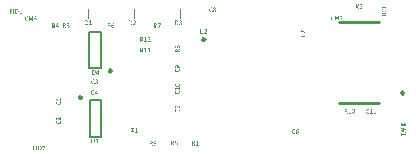
<source format=gto>
G04*
G04 #@! TF.GenerationSoftware,Altium Limited,Altium Designer,20.2.6 (244)*
G04*
G04 Layer_Color=65535*
%FSLAX25Y25*%
%MOIN*%
G70*
G04*
G04 #@! TF.SameCoordinates,1F00D8FF-E811-4F8C-9FFC-250B1BB78CBF*
G04*
G04*
G04 #@! TF.FilePolarity,Positive*
G04*
G01*
G75*
%ADD10C,0.00984*%
%ADD11C,0.01000*%
%ADD12C,0.00787*%
%ADD13C,0.00394*%
G36*
X41686Y7073D02*
X41702Y7070D01*
X41705D01*
X41713Y7068D01*
X41724Y7065D01*
X41732Y7062D01*
X41735D01*
X41741Y7060D01*
X41746Y7057D01*
X41752Y7051D01*
X41754Y7049D01*
X41757Y7038D01*
Y6104D01*
Y6101D01*
Y6099D01*
Y6090D01*
Y6080D01*
X41754Y6055D01*
X41752Y6022D01*
X41746Y5981D01*
X41741Y5940D01*
X41730Y5897D01*
X41716Y5856D01*
X41713Y5850D01*
X41708Y5836D01*
X41700Y5817D01*
X41686Y5793D01*
X41670Y5763D01*
X41651Y5730D01*
X41626Y5700D01*
X41599Y5670D01*
X41596Y5667D01*
X41585Y5659D01*
X41569Y5645D01*
X41547Y5629D01*
X41519Y5610D01*
X41489Y5591D01*
X41451Y5574D01*
X41413Y5558D01*
X41407Y5555D01*
X41394Y5553D01*
X41372Y5547D01*
X41342Y5539D01*
X41306Y5531D01*
X41266Y5525D01*
X41219Y5522D01*
X41167Y5520D01*
X41146D01*
X41121Y5522D01*
X41091Y5525D01*
X41055Y5528D01*
X41017Y5536D01*
X40979Y5544D01*
X40938Y5555D01*
X40933Y5558D01*
X40922Y5561D01*
X40903Y5572D01*
X40878Y5583D01*
X40848Y5596D01*
X40821Y5615D01*
X40791Y5637D01*
X40760Y5662D01*
X40758Y5664D01*
X40750Y5675D01*
X40736Y5692D01*
X40720Y5711D01*
X40701Y5738D01*
X40681Y5768D01*
X40662Y5804D01*
X40646Y5842D01*
X40643Y5847D01*
X40640Y5861D01*
X40635Y5883D01*
X40627Y5913D01*
X40619Y5948D01*
X40613Y5992D01*
X40610Y6038D01*
X40608Y6090D01*
Y7038D01*
Y7040D01*
Y7043D01*
X40610Y7051D01*
Y7054D01*
X40616Y7057D01*
X40627Y7062D01*
X40630D01*
X40635Y7065D01*
X40646Y7068D01*
X40657Y7070D01*
X40659D01*
X40670Y7073D01*
X40687Y7076D01*
X40725D01*
X40739Y7073D01*
X40755Y7070D01*
X40758D01*
X40769Y7068D01*
X40777Y7065D01*
X40788Y7062D01*
X40791D01*
X40793Y7060D01*
X40804Y7051D01*
X40807Y7049D01*
X40810Y7038D01*
Y6115D01*
Y6109D01*
Y6096D01*
X40812Y6077D01*
Y6052D01*
X40815Y6022D01*
X40821Y5992D01*
X40834Y5929D01*
Y5927D01*
X40840Y5916D01*
X40845Y5902D01*
X40853Y5883D01*
X40875Y5842D01*
X40908Y5798D01*
X40911Y5796D01*
X40916Y5790D01*
X40927Y5779D01*
X40941Y5768D01*
X40957Y5757D01*
X40979Y5744D01*
X41025Y5719D01*
X41028D01*
X41039Y5716D01*
X41053Y5711D01*
X41072Y5708D01*
X41094Y5703D01*
X41121Y5697D01*
X41181Y5694D01*
X41197D01*
X41214Y5697D01*
X41236D01*
X41260Y5700D01*
X41285Y5705D01*
X41339Y5719D01*
X41342D01*
X41350Y5725D01*
X41364Y5730D01*
X41380Y5738D01*
X41416Y5763D01*
X41454Y5796D01*
X41457Y5798D01*
X41462Y5804D01*
X41470Y5817D01*
X41481Y5831D01*
X41495Y5850D01*
X41506Y5872D01*
X41517Y5897D01*
X41528Y5924D01*
Y5927D01*
X41533Y5937D01*
X41536Y5954D01*
X41541Y5976D01*
X41547Y6003D01*
X41550Y6033D01*
X41555Y6069D01*
Y6104D01*
Y7038D01*
Y7040D01*
Y7043D01*
X41558Y7051D01*
Y7054D01*
X41563Y7057D01*
X41574Y7062D01*
X41577D01*
X41582Y7065D01*
X41593Y7068D01*
X41607Y7070D01*
X41610D01*
X41620Y7073D01*
X41637Y7076D01*
X41672D01*
X41686Y7073D01*
D02*
G37*
G36*
X42685Y7076D02*
X42688D01*
X42696Y7073D01*
X42707Y7070D01*
X42715Y7068D01*
X42718D01*
X42721Y7065D01*
X42726Y7062D01*
X42729Y7057D01*
X42732Y7054D01*
X42734Y7043D01*
Y5705D01*
X43016D01*
X43026Y5700D01*
X43029D01*
X43032Y5697D01*
X43040Y5684D01*
Y5681D01*
X43043Y5675D01*
X43045Y5667D01*
X43048Y5656D01*
Y5654D01*
X43051Y5648D01*
X43054Y5635D01*
Y5621D01*
Y5618D01*
Y5607D01*
X43051Y5596D01*
X43048Y5583D01*
Y5580D01*
X43045Y5574D01*
X43040Y5558D01*
X43037Y5553D01*
X43026Y5544D01*
X43021D01*
X43010Y5542D01*
X42207D01*
X42197Y5544D01*
X42194Y5547D01*
X42183Y5558D01*
Y5561D01*
X42180Y5566D01*
X42175Y5583D01*
Y5585D01*
Y5593D01*
X42172Y5604D01*
Y5621D01*
Y5624D01*
Y5635D01*
Y5645D01*
X42175Y5656D01*
Y5659D01*
X42177Y5667D01*
X42183Y5684D01*
Y5686D01*
X42186Y5689D01*
X42197Y5700D01*
X42199D01*
X42202Y5703D01*
X42213Y5705D01*
X42532D01*
Y6866D01*
X42237Y6691D01*
X42235Y6688D01*
X42224Y6683D01*
X42213Y6677D01*
X42202Y6675D01*
X42188D01*
X42180Y6680D01*
Y6683D01*
X42175Y6685D01*
X42172Y6694D01*
X42169Y6705D01*
Y6707D01*
Y6718D01*
X42167Y6732D01*
Y6751D01*
Y6754D01*
Y6762D01*
Y6784D01*
Y6786D01*
X42169Y6792D01*
Y6800D01*
X42172Y6808D01*
Y6811D01*
X42175Y6814D01*
X42180Y6825D01*
X42183Y6827D01*
X42186Y6830D01*
X42199Y6838D01*
X42549Y7062D01*
X42551Y7065D01*
X42560Y7068D01*
X42562D01*
X42565Y7070D01*
X42579Y7073D01*
X42581D01*
X42587Y7076D01*
X42606D01*
X42614Y7079D01*
X42669D01*
X42685Y7076D01*
D02*
G37*
G36*
X54833Y10610D02*
X54852Y10607D01*
X54854D01*
X54865Y10604D01*
X54874Y10601D01*
X54884Y10596D01*
X54887Y10593D01*
X54890Y10591D01*
X54893Y10582D01*
Y10571D01*
Y10569D01*
X54890Y10560D01*
X54884Y10550D01*
X54876Y10531D01*
X54480Y9856D01*
X54893Y9149D01*
X54895Y9144D01*
X54901Y9133D01*
X54909Y9119D01*
X54912Y9105D01*
Y9103D01*
Y9097D01*
X54909Y9092D01*
X54904Y9084D01*
X54901D01*
X54895Y9081D01*
X54884Y9078D01*
X54868Y9075D01*
X54863D01*
X54852Y9073D01*
X54830Y9070D01*
X54764D01*
X54745Y9073D01*
X54742D01*
X54732Y9075D01*
X54721D01*
X54710Y9078D01*
X54707D01*
X54704Y9081D01*
X54691Y9086D01*
Y9089D01*
X54688Y9092D01*
X54682Y9105D01*
X54341Y9714D01*
X53997Y9105D01*
Y9103D01*
X53994Y9100D01*
X53983Y9086D01*
X53978Y9084D01*
X53973Y9081D01*
X53964Y9078D01*
X53962D01*
X53956Y9075D01*
X53945D01*
X53932Y9073D01*
X53915D01*
X53899Y9070D01*
X53852D01*
X53833Y9073D01*
X53814Y9075D01*
X53812D01*
X53803Y9078D01*
X53792Y9081D01*
X53781Y9084D01*
Y9086D01*
X53779Y9089D01*
X53776Y9097D01*
Y9105D01*
Y9108D01*
X53779Y9116D01*
X53784Y9130D01*
X53795Y9149D01*
X54213Y9851D01*
X53814Y10531D01*
X53812Y10536D01*
X53806Y10547D01*
X53801Y10560D01*
X53795Y10571D01*
Y10574D01*
Y10580D01*
Y10588D01*
X53801Y10596D01*
X53803Y10599D01*
X53809Y10601D01*
X53820Y10607D01*
X53833Y10610D01*
X53839D01*
X53850Y10612D01*
X53937D01*
X53956Y10610D01*
X53959D01*
X53970Y10607D01*
X53981Y10604D01*
X53992Y10601D01*
X53994D01*
X54000Y10599D01*
X54005Y10596D01*
X54011Y10591D01*
X54014Y10588D01*
X54024Y10574D01*
X54352Y10004D01*
X54677Y10574D01*
Y10577D01*
X54680Y10580D01*
X54688Y10591D01*
X54691Y10593D01*
X54693Y10596D01*
X54707Y10601D01*
X54710D01*
X54715Y10604D01*
X54723Y10607D01*
X54737Y10610D01*
X54740D01*
X54753Y10612D01*
X54813D01*
X54833Y10610D01*
D02*
G37*
G36*
X55698Y10612D02*
X55701D01*
X55709Y10610D01*
X55720Y10607D01*
X55728Y10604D01*
X55731D01*
X55734Y10601D01*
X55739Y10599D01*
X55742Y10593D01*
X55744Y10591D01*
X55747Y10580D01*
Y9242D01*
X56028D01*
X56039Y9236D01*
X56042D01*
X56045Y9234D01*
X56053Y9220D01*
Y9217D01*
X56056Y9212D01*
X56058Y9204D01*
X56061Y9193D01*
Y9190D01*
X56064Y9185D01*
X56067Y9171D01*
Y9157D01*
Y9155D01*
Y9144D01*
X56064Y9133D01*
X56061Y9119D01*
Y9116D01*
X56058Y9111D01*
X56053Y9094D01*
X56050Y9089D01*
X56039Y9081D01*
X56034D01*
X56023Y9078D01*
X55220D01*
X55209Y9081D01*
X55207Y9084D01*
X55196Y9094D01*
Y9097D01*
X55193Y9103D01*
X55187Y9119D01*
Y9122D01*
Y9130D01*
X55185Y9141D01*
Y9157D01*
Y9160D01*
Y9171D01*
Y9182D01*
X55187Y9193D01*
Y9195D01*
X55190Y9204D01*
X55196Y9220D01*
Y9223D01*
X55198Y9226D01*
X55209Y9236D01*
X55212D01*
X55215Y9239D01*
X55226Y9242D01*
X55545D01*
Y10402D01*
X55250Y10227D01*
X55247Y10225D01*
X55237Y10219D01*
X55226Y10214D01*
X55215Y10211D01*
X55201D01*
X55193Y10216D01*
Y10219D01*
X55187Y10222D01*
X55185Y10230D01*
X55182Y10241D01*
Y10244D01*
Y10255D01*
X55179Y10268D01*
Y10288D01*
Y10290D01*
Y10298D01*
Y10320D01*
Y10323D01*
X55182Y10328D01*
Y10337D01*
X55185Y10345D01*
Y10348D01*
X55187Y10350D01*
X55193Y10361D01*
X55196Y10364D01*
X55198Y10367D01*
X55212Y10375D01*
X55562Y10599D01*
X55564Y10601D01*
X55572Y10604D01*
X55575D01*
X55578Y10607D01*
X55591Y10610D01*
X55594D01*
X55600Y10612D01*
X55619D01*
X55627Y10615D01*
X55682D01*
X55698Y10612D01*
D02*
G37*
G36*
X77909Y43485D02*
X77926Y43482D01*
X77928D01*
X77937Y43480D01*
X77947Y43477D01*
X77956Y43474D01*
X77958D01*
X77964Y43471D01*
X77969Y43469D01*
X77975Y43463D01*
X77978Y43461D01*
X77980Y43450D01*
Y42516D01*
Y42513D01*
Y42510D01*
Y42502D01*
Y42491D01*
X77978Y42467D01*
X77975Y42434D01*
X77969Y42393D01*
X77964Y42352D01*
X77953Y42308D01*
X77939Y42268D01*
X77937Y42262D01*
X77931Y42248D01*
X77923Y42229D01*
X77909Y42205D01*
X77893Y42175D01*
X77874Y42142D01*
X77849Y42112D01*
X77822Y42082D01*
X77819Y42079D01*
X77808Y42071D01*
X77792Y42057D01*
X77770Y42041D01*
X77743Y42022D01*
X77713Y42003D01*
X77674Y41986D01*
X77636Y41970D01*
X77631Y41967D01*
X77617Y41964D01*
X77595Y41959D01*
X77565Y41951D01*
X77530Y41943D01*
X77489Y41937D01*
X77442Y41934D01*
X77390Y41932D01*
X77369D01*
X77344Y41934D01*
X77314Y41937D01*
X77279Y41940D01*
X77240Y41948D01*
X77202Y41956D01*
X77161Y41967D01*
X77156Y41970D01*
X77145Y41973D01*
X77126Y41984D01*
X77101Y41995D01*
X77071Y42008D01*
X77044Y42027D01*
X77014Y42049D01*
X76984Y42074D01*
X76981Y42076D01*
X76973Y42087D01*
X76959Y42104D01*
X76943Y42123D01*
X76924Y42150D01*
X76905Y42180D01*
X76885Y42216D01*
X76869Y42254D01*
X76866Y42259D01*
X76864Y42273D01*
X76858Y42295D01*
X76850Y42325D01*
X76842Y42360D01*
X76836Y42404D01*
X76834Y42450D01*
X76831Y42502D01*
Y43450D01*
Y43452D01*
Y43455D01*
X76834Y43463D01*
Y43466D01*
X76839Y43469D01*
X76850Y43474D01*
X76853D01*
X76858Y43477D01*
X76869Y43480D01*
X76880Y43482D01*
X76883D01*
X76894Y43485D01*
X76910Y43488D01*
X76948D01*
X76962Y43485D01*
X76978Y43482D01*
X76981D01*
X76992Y43480D01*
X77000Y43477D01*
X77011Y43474D01*
X77014D01*
X77017Y43471D01*
X77027Y43463D01*
X77030Y43461D01*
X77033Y43450D01*
Y42527D01*
Y42521D01*
Y42508D01*
X77036Y42489D01*
Y42464D01*
X77038Y42434D01*
X77044Y42404D01*
X77057Y42341D01*
Y42338D01*
X77063Y42327D01*
X77068Y42314D01*
X77077Y42295D01*
X77098Y42254D01*
X77131Y42210D01*
X77134Y42207D01*
X77139Y42202D01*
X77150Y42191D01*
X77164Y42180D01*
X77180Y42169D01*
X77202Y42156D01*
X77249Y42131D01*
X77251D01*
X77262Y42128D01*
X77276Y42123D01*
X77295Y42120D01*
X77317Y42115D01*
X77344Y42109D01*
X77404Y42106D01*
X77421D01*
X77437Y42109D01*
X77459D01*
X77483Y42112D01*
X77508Y42117D01*
X77562Y42131D01*
X77565D01*
X77573Y42136D01*
X77587Y42142D01*
X77604Y42150D01*
X77639Y42175D01*
X77677Y42207D01*
X77680Y42210D01*
X77685Y42216D01*
X77694Y42229D01*
X77705Y42243D01*
X77718Y42262D01*
X77729Y42284D01*
X77740Y42308D01*
X77751Y42336D01*
Y42338D01*
X77756Y42349D01*
X77759Y42366D01*
X77764Y42388D01*
X77770Y42415D01*
X77773Y42445D01*
X77778Y42480D01*
Y42516D01*
Y43450D01*
Y43452D01*
Y43455D01*
X77781Y43463D01*
Y43466D01*
X77786Y43469D01*
X77797Y43474D01*
X77800D01*
X77806Y43477D01*
X77816Y43480D01*
X77830Y43482D01*
X77833D01*
X77844Y43485D01*
X77860Y43488D01*
X77896D01*
X77909Y43485D01*
D02*
G37*
G36*
X78799Y43499D02*
X78824D01*
X78854Y43493D01*
X78887Y43488D01*
X78919Y43480D01*
X78952Y43469D01*
X78955D01*
X78966Y43463D01*
X78982Y43455D01*
X79001Y43447D01*
X79048Y43420D01*
X79070Y43403D01*
X79091Y43384D01*
X79094Y43381D01*
X79100Y43373D01*
X79110Y43362D01*
X79124Y43349D01*
X79138Y43329D01*
X79151Y43308D01*
X79165Y43283D01*
X79176Y43256D01*
Y43253D01*
X79181Y43245D01*
X79184Y43228D01*
X79190Y43209D01*
X79195Y43187D01*
X79198Y43160D01*
X79203Y43103D01*
Y43100D01*
Y43092D01*
Y43075D01*
X79201Y43059D01*
Y43037D01*
X79198Y43013D01*
X79190Y42958D01*
Y42955D01*
X79187Y42944D01*
X79184Y42931D01*
X79179Y42912D01*
X79171Y42887D01*
X79160Y42860D01*
X79149Y42830D01*
X79132Y42800D01*
X79129Y42797D01*
X79124Y42786D01*
X79116Y42770D01*
X79102Y42745D01*
X79086Y42718D01*
X79064Y42688D01*
X79039Y42652D01*
X79012Y42614D01*
X79009Y42609D01*
X78999Y42595D01*
X78979Y42573D01*
X78957Y42546D01*
X78925Y42510D01*
X78889Y42469D01*
X78848Y42426D01*
X78802Y42377D01*
X78562Y42125D01*
X79230D01*
X79242Y42120D01*
X79244D01*
X79247Y42117D01*
X79258Y42104D01*
Y42101D01*
X79261Y42096D01*
X79263Y42087D01*
X79266Y42076D01*
Y42074D01*
X79269Y42065D01*
X79272Y42055D01*
Y42038D01*
Y42035D01*
Y42027D01*
X79269Y42016D01*
X79266Y42003D01*
Y42000D01*
X79263Y41992D01*
X79258Y41973D01*
Y41970D01*
X79255Y41967D01*
X79244Y41956D01*
X79239D01*
X79225Y41954D01*
X78371D01*
X78351Y41956D01*
X78349D01*
X78346Y41959D01*
X78332Y41970D01*
Y41973D01*
X78327Y41975D01*
X78324Y41984D01*
X78319Y41995D01*
Y41997D01*
Y42008D01*
X78316Y42022D01*
Y42041D01*
Y42046D01*
Y42055D01*
Y42068D01*
Y42082D01*
Y42085D01*
X78319Y42093D01*
X78324Y42112D01*
Y42115D01*
X78327Y42120D01*
X78338Y42139D01*
X78341Y42142D01*
X78346Y42147D01*
X78354Y42158D01*
X78362Y42169D01*
X78668Y42483D01*
X78674Y42489D01*
X78685Y42502D01*
X78706Y42521D01*
X78728Y42546D01*
X78755Y42576D01*
X78786Y42609D01*
X78813Y42641D01*
X78837Y42674D01*
X78840Y42677D01*
X78848Y42688D01*
X78859Y42707D01*
X78876Y42726D01*
X78889Y42751D01*
X78906Y42778D01*
X78922Y42805D01*
X78936Y42833D01*
X78938Y42835D01*
X78941Y42843D01*
X78947Y42857D01*
X78955Y42876D01*
X78971Y42917D01*
X78982Y42961D01*
Y42964D01*
X78985Y42972D01*
X78988Y42983D01*
X78990Y42996D01*
X78993Y43032D01*
X78996Y43070D01*
Y43073D01*
Y43078D01*
Y43089D01*
X78993Y43103D01*
X78988Y43133D01*
X78977Y43166D01*
Y43168D01*
X78974Y43174D01*
X78971Y43182D01*
X78966Y43193D01*
X78949Y43218D01*
X78927Y43245D01*
X78925Y43248D01*
X78922Y43250D01*
X78906Y43264D01*
X78878Y43283D01*
X78846Y43299D01*
X78843D01*
X78837Y43302D01*
X78826Y43308D01*
X78813Y43310D01*
X78796Y43316D01*
X78777Y43319D01*
X78734Y43321D01*
X78706D01*
X78690Y43319D01*
X78668Y43316D01*
X78646Y43313D01*
X78600Y43299D01*
X78597D01*
X78589Y43297D01*
X78578Y43291D01*
X78564Y43286D01*
X78532Y43272D01*
X78496Y43256D01*
X78493D01*
X78488Y43253D01*
X78480Y43248D01*
X78472Y43242D01*
X78447Y43226D01*
X78422Y43212D01*
X78417Y43209D01*
X78406Y43204D01*
X78390Y43196D01*
X78376Y43193D01*
X78371D01*
X78360Y43196D01*
X78357Y43201D01*
X78349Y43212D01*
Y43215D01*
X78346Y43220D01*
Y43228D01*
X78343Y43239D01*
Y43242D01*
Y43253D01*
Y43267D01*
Y43283D01*
Y43286D01*
Y43294D01*
Y43313D01*
Y43316D01*
Y43321D01*
X78346Y43335D01*
Y43338D01*
X78349Y43340D01*
X78354Y43354D01*
Y43357D01*
X78360Y43360D01*
X78365Y43365D01*
X78373Y43373D01*
X78376Y43376D01*
X78384Y43384D01*
X78401Y43395D01*
X78422Y43409D01*
X78425D01*
X78428Y43411D01*
X78436Y43417D01*
X78447Y43422D01*
X78474Y43436D01*
X78510Y43450D01*
X78513D01*
X78521Y43452D01*
X78532Y43458D01*
X78545Y43463D01*
X78562Y43469D01*
X78584Y43474D01*
X78627Y43485D01*
X78630D01*
X78638Y43488D01*
X78652Y43490D01*
X78668Y43493D01*
X78687Y43496D01*
X78709Y43499D01*
X78758Y43501D01*
X78777D01*
X78799Y43499D01*
D02*
G37*
G36*
X144165Y12172D02*
X144173Y12169D01*
X144181Y12166D01*
X144184D01*
X144187Y12163D01*
X144198Y12155D01*
Y12152D01*
X144201Y12150D01*
X144203Y12139D01*
Y12136D01*
X144201Y12128D01*
X144195Y12111D01*
X144181Y12092D01*
Y12090D01*
X144179Y12087D01*
X144168Y12071D01*
X144154Y12049D01*
X144138Y12016D01*
Y12013D01*
X144135Y12008D01*
X144130Y11997D01*
X144124Y11983D01*
X144119Y11967D01*
X144110Y11948D01*
X144094Y11901D01*
Y11898D01*
X144091Y11890D01*
X144088Y11874D01*
X144086Y11855D01*
X144080Y11833D01*
X144078Y11806D01*
X144075Y11778D01*
Y11721D01*
X144078Y11705D01*
X144083Y11666D01*
X144091Y11626D01*
Y11623D01*
X144094Y11617D01*
X144099Y11606D01*
X144105Y11593D01*
X144119Y11563D01*
X144140Y11533D01*
X144143Y11530D01*
X144146Y11524D01*
X144162Y11508D01*
X144187Y11489D01*
X144220Y11470D01*
X144222D01*
X144228Y11467D01*
X144239Y11462D01*
X144250Y11459D01*
X144266Y11453D01*
X144285Y11451D01*
X144326Y11448D01*
X144329D01*
X144337D01*
X144351Y11451D01*
X144364D01*
X144400Y11462D01*
X144419Y11467D01*
X144438Y11478D01*
X144441D01*
X144446Y11484D01*
X144454Y11489D01*
X144465Y11500D01*
X144490Y11524D01*
X144517Y11557D01*
X144520Y11560D01*
X144523Y11565D01*
X144531Y11576D01*
X144539Y11587D01*
X144547Y11604D01*
X144558Y11623D01*
X144580Y11666D01*
X144583Y11669D01*
X144585Y11677D01*
X144591Y11691D01*
X144599Y11705D01*
X144607Y11727D01*
X144618Y11746D01*
X144640Y11795D01*
X144643Y11797D01*
X144646Y11806D01*
X144651Y11817D01*
X144659Y11833D01*
X144670Y11852D01*
X144681Y11874D01*
X144705Y11920D01*
X144708Y11923D01*
X144714Y11931D01*
X144719Y11942D01*
X144730Y11956D01*
X144757Y11991D01*
X144793Y12030D01*
X144796Y12032D01*
X144801Y12038D01*
X144812Y12046D01*
X144826Y12057D01*
X144842Y12068D01*
X144861Y12081D01*
X144907Y12106D01*
X144910D01*
X144919Y12111D01*
X144935Y12114D01*
X144954Y12120D01*
X144976Y12125D01*
X145003Y12130D01*
X145036Y12133D01*
X145069Y12136D01*
X145074D01*
X145085D01*
X145104Y12133D01*
X145126Y12130D01*
X145153Y12128D01*
X145180Y12122D01*
X145211Y12114D01*
X145238Y12103D01*
X145241Y12100D01*
X145252Y12098D01*
X145265Y12090D01*
X145282Y12079D01*
X145303Y12065D01*
X145323Y12049D01*
X145363Y12008D01*
X145366Y12005D01*
X145372Y11997D01*
X145382Y11983D01*
X145394Y11967D01*
X145404Y11945D01*
X145418Y11918D01*
X145432Y11890D01*
X145443Y11860D01*
Y11857D01*
X145448Y11844D01*
X145451Y11828D01*
X145456Y11803D01*
X145462Y11776D01*
X145465Y11746D01*
X145470Y11710D01*
Y11642D01*
X145465Y11609D01*
X145459Y11574D01*
Y11571D01*
X145456Y11565D01*
Y11554D01*
X145454Y11541D01*
X145445Y11511D01*
X145434Y11478D01*
Y11475D01*
X145432Y11470D01*
X145429Y11462D01*
X145426Y11451D01*
X145415Y11423D01*
X145402Y11396D01*
Y11393D01*
X145399Y11391D01*
X145394Y11377D01*
X145382Y11361D01*
X145374Y11350D01*
X145372Y11347D01*
X145369Y11344D01*
X145361Y11339D01*
X145355Y11336D01*
X145352Y11333D01*
X145339Y11328D01*
X145336D01*
X145331Y11325D01*
X145314D01*
X145312D01*
X145306Y11322D01*
X145292D01*
X145279D01*
X145276D01*
X145265D01*
X145254D01*
X145241Y11325D01*
X145238D01*
X145230Y11328D01*
X145211Y11331D01*
X145208D01*
X145205Y11333D01*
X145194Y11342D01*
Y11344D01*
X145192Y11355D01*
Y11358D01*
X145194Y11366D01*
X145200Y11377D01*
X145208Y11396D01*
X145211Y11402D01*
X145219Y11415D01*
X145230Y11437D01*
X145243Y11464D01*
Y11467D01*
X145246Y11470D01*
X145252Y11478D01*
X145257Y11489D01*
X145268Y11519D01*
X145282Y11557D01*
Y11560D01*
X145284Y11565D01*
X145287Y11579D01*
X145292Y11593D01*
X145295Y11612D01*
X145298Y11631D01*
X145301Y11680D01*
Y11702D01*
X145298Y11718D01*
X145292Y11754D01*
X145282Y11792D01*
Y11795D01*
X145279Y11800D01*
X145276Y11808D01*
X145271Y11819D01*
X145254Y11844D01*
X145235Y11868D01*
X145230Y11874D01*
X145216Y11885D01*
X145197Y11901D01*
X145170Y11915D01*
X145167D01*
X145164Y11918D01*
X145156Y11920D01*
X145145D01*
X145118Y11926D01*
X145088Y11929D01*
X145085D01*
X145077D01*
X145066Y11926D01*
X145050D01*
X145014Y11918D01*
X144978Y11901D01*
X144976Y11898D01*
X144970Y11896D01*
X144962Y11890D01*
X144951Y11879D01*
X144924Y11855D01*
X144897Y11822D01*
X144894Y11819D01*
X144891Y11814D01*
X144883Y11803D01*
X144875Y11789D01*
X144864Y11773D01*
X144853Y11754D01*
X144831Y11710D01*
Y11707D01*
X144826Y11699D01*
X144820Y11686D01*
X144815Y11672D01*
X144807Y11653D01*
X144796Y11631D01*
X144774Y11585D01*
Y11582D01*
X144768Y11574D01*
X144763Y11560D01*
X144755Y11544D01*
X144744Y11524D01*
X144733Y11503D01*
X144705Y11456D01*
X144703Y11453D01*
X144700Y11445D01*
X144692Y11434D01*
X144681Y11418D01*
X144654Y11383D01*
X144621Y11344D01*
X144618Y11342D01*
X144613Y11336D01*
X144602Y11328D01*
X144588Y11317D01*
X144572Y11303D01*
X144553Y11290D01*
X144506Y11265D01*
X144503Y11262D01*
X144495Y11260D01*
X144482Y11254D01*
X144463Y11249D01*
X144438Y11243D01*
X144411Y11241D01*
X144381Y11235D01*
X144348D01*
X144342D01*
X144329D01*
X144310Y11238D01*
X144285Y11241D01*
X144255Y11246D01*
X144222Y11252D01*
X144190Y11262D01*
X144157Y11276D01*
X144154Y11279D01*
X144143Y11284D01*
X144127Y11292D01*
X144108Y11303D01*
X144086Y11320D01*
X144061Y11339D01*
X144039Y11361D01*
X144015Y11385D01*
X144012Y11388D01*
X144007Y11399D01*
X143996Y11413D01*
X143982Y11432D01*
X143968Y11456D01*
X143955Y11486D01*
X143941Y11516D01*
X143928Y11552D01*
Y11557D01*
X143922Y11568D01*
X143919Y11587D01*
X143914Y11612D01*
X143908Y11642D01*
X143906Y11677D01*
X143900Y11716D01*
Y11784D01*
X143903Y11803D01*
Y11825D01*
X143906Y11849D01*
X143914Y11898D01*
Y11901D01*
X143916Y11909D01*
X143919Y11923D01*
X143922Y11937D01*
X143930Y11975D01*
X143944Y12016D01*
Y12019D01*
X143947Y12024D01*
X143952Y12032D01*
X143955Y12046D01*
X143968Y12073D01*
X143982Y12100D01*
Y12103D01*
X143985Y12106D01*
X143996Y12120D01*
X144007Y12136D01*
X144018Y12150D01*
X144020Y12152D01*
X144028Y12158D01*
X144039Y12163D01*
X144053Y12169D01*
X144059D01*
X144069Y12172D01*
X144088Y12174D01*
X144113D01*
X144119D01*
X144127D01*
X144140D01*
X144154D01*
X144157D01*
X144165Y12172D01*
D02*
G37*
G36*
X145434Y11074D02*
X145443Y11069D01*
X145445Y11066D01*
X145448Y11060D01*
X145451Y11050D01*
X145454Y11036D01*
Y11030D01*
X145456Y11019D01*
Y10935D01*
X145454Y10918D01*
Y10916D01*
X145451Y10905D01*
X145448Y10897D01*
X145445Y10886D01*
Y10883D01*
X145443Y10877D01*
X145440Y10872D01*
X145434Y10869D01*
X145432D01*
X145429Y10866D01*
X145413Y10861D01*
X144132Y10520D01*
Y10517D01*
X145410Y10192D01*
X145413D01*
X145418Y10189D01*
X145432Y10184D01*
X145434D01*
X145437Y10179D01*
X145445Y10168D01*
Y10165D01*
X145448Y10157D01*
X145451Y10146D01*
X145454Y10132D01*
Y10129D01*
X145456Y10116D01*
Y10039D01*
X145454Y10023D01*
Y10020D01*
X145451Y10012D01*
X145448Y10001D01*
X145445Y9993D01*
Y9990D01*
X145443Y9985D01*
X145437Y9979D01*
X145432Y9974D01*
X145429D01*
X145426Y9971D01*
X145410Y9966D01*
X144132Y9616D01*
Y9613D01*
X145413Y9278D01*
X145415D01*
X145418Y9275D01*
X145432Y9269D01*
X145434D01*
X145437Y9267D01*
X145440Y9261D01*
X145445Y9256D01*
Y9253D01*
X145448Y9248D01*
X145451Y9237D01*
X145454Y9223D01*
Y9220D01*
X145456Y9207D01*
Y9149D01*
X145454Y9130D01*
X145451Y9114D01*
Y9111D01*
X145448Y9103D01*
X145445Y9092D01*
X145440Y9084D01*
X145437Y9081D01*
X145434Y9078D01*
X145426Y9076D01*
X145415Y9073D01*
X145413D01*
X145404D01*
X145394Y9076D01*
X145374Y9081D01*
X143966Y9485D01*
X143963D01*
X143955Y9488D01*
X143944Y9491D01*
X143936Y9499D01*
Y9502D01*
X143930Y9504D01*
X143928Y9512D01*
X143922Y9526D01*
Y9529D01*
X143919Y9537D01*
Y9551D01*
X143916Y9567D01*
Y9584D01*
X143914Y9600D01*
Y9668D01*
X143916Y9687D01*
Y9690D01*
X143919Y9701D01*
Y9714D01*
X143922Y9728D01*
Y9731D01*
X143925Y9736D01*
X143930Y9745D01*
X143936Y9753D01*
X143938D01*
X143944Y9758D01*
X143952Y9761D01*
X143966Y9766D01*
X145118Y10086D01*
Y10088D01*
X143966Y10383D01*
X143963D01*
X143955Y10386D01*
X143944Y10389D01*
X143936Y10394D01*
Y10397D01*
X143930Y10400D01*
X143928Y10408D01*
X143922Y10419D01*
Y10422D01*
X143919Y10430D01*
Y10443D01*
X143916Y10460D01*
Y10476D01*
X143914Y10495D01*
Y10564D01*
X143916Y10585D01*
Y10588D01*
X143919Y10599D01*
Y10615D01*
X143922Y10629D01*
Y10632D01*
X143925Y10637D01*
X143930Y10645D01*
X143936Y10654D01*
X143938D01*
X143944Y10659D01*
X143952Y10662D01*
X143966Y10665D01*
X145377Y11069D01*
X145382D01*
X145391Y11071D01*
X145404Y11074D01*
X145418Y11077D01*
X145421D01*
X145426D01*
X145434Y11074D01*
D02*
G37*
G36*
X145172Y8789D02*
X145180D01*
X145189Y8786D01*
X145192D01*
X145194Y8784D01*
X145205Y8778D01*
X145208Y8775D01*
X145211Y8773D01*
X145219Y8759D01*
X145443Y8410D01*
X145445Y8407D01*
X145448Y8399D01*
Y8396D01*
X145451Y8393D01*
X145454Y8380D01*
Y8377D01*
X145456Y8371D01*
Y8352D01*
X145459Y8344D01*
Y8289D01*
X145456Y8273D01*
Y8270D01*
X145454Y8262D01*
X145451Y8251D01*
X145448Y8243D01*
Y8240D01*
X145445Y8238D01*
X145443Y8232D01*
X145437Y8229D01*
X145434Y8227D01*
X145423Y8224D01*
X144086D01*
Y7943D01*
X144080Y7932D01*
Y7929D01*
X144078Y7926D01*
X144064Y7918D01*
X144061D01*
X144056Y7915D01*
X144048Y7913D01*
X144037Y7910D01*
X144034D01*
X144028Y7907D01*
X144015Y7904D01*
X144001D01*
X143998D01*
X143988D01*
X143977Y7907D01*
X143963Y7910D01*
X143960D01*
X143955Y7913D01*
X143938Y7918D01*
X143933Y7921D01*
X143925Y7932D01*
Y7937D01*
X143922Y7948D01*
Y8751D01*
X143925Y8762D01*
X143928Y8764D01*
X143938Y8775D01*
X143941D01*
X143947Y8778D01*
X143963Y8784D01*
X143966D01*
X143974D01*
X143985Y8786D01*
X144001D01*
X144004D01*
X144015D01*
X144026D01*
X144037Y8784D01*
X144039D01*
X144048Y8781D01*
X144064Y8775D01*
X144067D01*
X144069Y8773D01*
X144080Y8762D01*
Y8759D01*
X144083Y8756D01*
X144086Y8745D01*
Y8426D01*
X145246D01*
X145071Y8721D01*
X145069Y8724D01*
X145063Y8734D01*
X145058Y8745D01*
X145055Y8756D01*
Y8770D01*
X145060Y8778D01*
X145063D01*
X145066Y8784D01*
X145074Y8786D01*
X145085Y8789D01*
X145088D01*
X145099D01*
X145112Y8792D01*
X145131D01*
X145134D01*
X145142D01*
X145164D01*
X145167D01*
X145172Y8789D01*
D02*
G37*
G36*
X126870Y16913D02*
X126873D01*
X126881Y16910D01*
X126892Y16907D01*
X126900Y16905D01*
X126903D01*
X126905Y16902D01*
X126911Y16899D01*
X126914Y16894D01*
X126916Y16891D01*
X126919Y16880D01*
Y15542D01*
X127200D01*
X127211Y15537D01*
X127214D01*
X127217Y15534D01*
X127225Y15521D01*
Y15518D01*
X127228Y15513D01*
X127230Y15504D01*
X127233Y15493D01*
Y15491D01*
X127236Y15485D01*
X127239Y15472D01*
Y15458D01*
Y15455D01*
Y15444D01*
X127236Y15433D01*
X127233Y15420D01*
Y15417D01*
X127230Y15412D01*
X127225Y15395D01*
X127222Y15390D01*
X127211Y15381D01*
X127206D01*
X127195Y15379D01*
X126392D01*
X126381Y15381D01*
X126379Y15384D01*
X126368Y15395D01*
Y15398D01*
X126365Y15403D01*
X126359Y15420D01*
Y15422D01*
Y15431D01*
X126357Y15441D01*
Y15458D01*
Y15461D01*
Y15472D01*
Y15482D01*
X126359Y15493D01*
Y15496D01*
X126362Y15504D01*
X126368Y15521D01*
Y15523D01*
X126370Y15526D01*
X126381Y15537D01*
X126384D01*
X126387Y15540D01*
X126398Y15542D01*
X126717D01*
Y16703D01*
X126422Y16528D01*
X126419Y16525D01*
X126409Y16520D01*
X126398Y16514D01*
X126387Y16512D01*
X126373D01*
X126365Y16517D01*
Y16520D01*
X126359Y16523D01*
X126357Y16531D01*
X126354Y16542D01*
Y16544D01*
Y16555D01*
X126351Y16569D01*
Y16588D01*
Y16591D01*
Y16599D01*
Y16621D01*
Y16624D01*
X126354Y16629D01*
Y16637D01*
X126357Y16645D01*
Y16648D01*
X126359Y16651D01*
X126365Y16662D01*
X126368Y16665D01*
X126370Y16667D01*
X126384Y16676D01*
X126733Y16899D01*
X126736Y16902D01*
X126744Y16905D01*
X126747D01*
X126750Y16907D01*
X126763Y16910D01*
X126766D01*
X126772Y16913D01*
X126791D01*
X126799Y16916D01*
X126854D01*
X126870Y16913D01*
D02*
G37*
G36*
X125497Y16902D02*
X125527Y16899D01*
X125532D01*
X125551Y16897D01*
X125573D01*
X125598Y16894D01*
X125601D01*
X125611Y16891D01*
X125628Y16888D01*
X125650Y16883D01*
X125674Y16875D01*
X125701Y16867D01*
X125753Y16845D01*
X125756Y16842D01*
X125764Y16839D01*
X125778Y16831D01*
X125794Y16823D01*
X125830Y16796D01*
X125868Y16760D01*
X125871Y16757D01*
X125876Y16752D01*
X125884Y16741D01*
X125895Y16727D01*
X125906Y16711D01*
X125917Y16692D01*
X125936Y16645D01*
Y16643D01*
X125939Y16635D01*
X125944Y16621D01*
X125950Y16602D01*
X125953Y16583D01*
X125958Y16558D01*
X125961Y16501D01*
Y16498D01*
Y16487D01*
Y16473D01*
X125958Y16454D01*
X125955Y16432D01*
X125953Y16411D01*
X125939Y16362D01*
Y16359D01*
X125936Y16351D01*
X125931Y16340D01*
X125923Y16326D01*
X125903Y16290D01*
X125879Y16255D01*
X125876Y16252D01*
X125873Y16247D01*
X125865Y16239D01*
X125854Y16228D01*
X125824Y16200D01*
X125786Y16173D01*
X125783D01*
X125778Y16168D01*
X125764Y16162D01*
X125751Y16154D01*
X125732Y16146D01*
X125712Y16138D01*
X125663Y16118D01*
X125666D01*
X125669Y16116D01*
X125685Y16105D01*
X125707Y16091D01*
X125732Y16075D01*
X125734D01*
X125737Y16069D01*
X125751Y16059D01*
X125770Y16039D01*
X125789Y16015D01*
Y16012D01*
X125794Y16009D01*
X125800Y16001D01*
X125805Y15990D01*
X125822Y15966D01*
X125838Y15933D01*
Y15930D01*
X125844Y15925D01*
X125846Y15916D01*
X125854Y15903D01*
X125868Y15870D01*
X125887Y15829D01*
X126024Y15493D01*
Y15491D01*
X126026Y15485D01*
X126032Y15469D01*
X126040Y15450D01*
X126043Y15433D01*
Y15431D01*
X126046Y15425D01*
X126048Y15406D01*
Y15401D01*
X126046Y15390D01*
X126043Y15387D01*
X126037Y15384D01*
X126029Y15379D01*
X126026D01*
X126021Y15376D01*
X126010D01*
X125996Y15373D01*
X125983D01*
X125966Y15371D01*
X125906D01*
X125890Y15373D01*
X125887D01*
X125879Y15376D01*
X125868D01*
X125860Y15379D01*
X125857D01*
X125854Y15381D01*
X125841Y15392D01*
Y15395D01*
X125838Y15401D01*
X125830Y15417D01*
X125691Y15777D01*
Y15780D01*
X125685Y15788D01*
X125682Y15799D01*
X125674Y15815D01*
X125658Y15851D01*
X125639Y15889D01*
Y15892D01*
X125633Y15897D01*
X125628Y15908D01*
X125620Y15919D01*
X125601Y15949D01*
X125573Y15977D01*
X125570Y15979D01*
X125568Y15982D01*
X125559Y15990D01*
X125549Y15998D01*
X125521Y16017D01*
X125489Y16037D01*
X125486D01*
X125480Y16039D01*
X125469Y16045D01*
X125456Y16048D01*
X125437Y16053D01*
X125418Y16056D01*
X125368Y16059D01*
X125235D01*
Y15406D01*
Y15401D01*
X125229Y15390D01*
X125224Y15387D01*
X125218Y15384D01*
X125210Y15381D01*
X125207D01*
X125202Y15379D01*
X125194D01*
X125180Y15376D01*
X125177D01*
X125166Y15373D01*
X125153Y15371D01*
X125117D01*
X125101Y15373D01*
X125084Y15376D01*
X125082D01*
X125074Y15379D01*
X125052Y15381D01*
X125049D01*
X125046Y15384D01*
X125035Y15390D01*
Y15392D01*
Y15395D01*
X125033Y15406D01*
Y16820D01*
Y16823D01*
Y16828D01*
X125035Y16845D01*
X125041Y16867D01*
X125055Y16886D01*
X125060Y16888D01*
X125071Y16897D01*
X125087Y16902D01*
X125106Y16905D01*
X125464D01*
X125497Y16902D01*
D02*
G37*
G36*
X128047Y16924D02*
X128082Y16921D01*
X128120Y16913D01*
X128161Y16905D01*
X128202Y16891D01*
X128240Y16875D01*
X128246Y16872D01*
X128257Y16864D01*
X128276Y16853D01*
X128298Y16837D01*
X128322Y16815D01*
X128350Y16787D01*
X128374Y16757D01*
X128399Y16722D01*
X128402Y16716D01*
X128410Y16705D01*
X128418Y16684D01*
X128431Y16654D01*
X128445Y16618D01*
X128459Y16577D01*
X128472Y16528D01*
X128483Y16476D01*
Y16473D01*
Y16471D01*
X128486Y16463D01*
X128489Y16452D01*
Y16438D01*
X128492Y16422D01*
X128497Y16381D01*
X128503Y16331D01*
X128505Y16274D01*
X128511Y16211D01*
Y16143D01*
Y16140D01*
Y16135D01*
Y16127D01*
Y16113D01*
Y16099D01*
X128508Y16080D01*
Y16037D01*
X128503Y15988D01*
X128497Y15936D01*
X128492Y15878D01*
X128481Y15824D01*
Y15821D01*
Y15818D01*
X128478Y15810D01*
X128475Y15799D01*
X128470Y15772D01*
X128459Y15739D01*
X128445Y15698D01*
X128429Y15657D01*
X128410Y15613D01*
X128388Y15573D01*
X128385Y15567D01*
X128377Y15556D01*
X128363Y15537D01*
X128344Y15513D01*
X128320Y15488D01*
X128292Y15461D01*
X128260Y15436D01*
X128221Y15412D01*
X128216Y15409D01*
X128202Y15403D01*
X128180Y15395D01*
X128150Y15384D01*
X128112Y15373D01*
X128068Y15365D01*
X128019Y15360D01*
X127965Y15357D01*
X127940D01*
X127913Y15360D01*
X127880Y15362D01*
X127842Y15368D01*
X127801Y15379D01*
X127760Y15390D01*
X127722Y15406D01*
X127716Y15409D01*
X127705Y15417D01*
X127686Y15428D01*
X127664Y15444D01*
X127640Y15466D01*
X127612Y15491D01*
X127588Y15521D01*
X127563Y15556D01*
X127561Y15562D01*
X127552Y15575D01*
X127544Y15597D01*
X127531Y15624D01*
X127517Y15660D01*
X127503Y15704D01*
X127490Y15750D01*
X127479Y15802D01*
Y15805D01*
Y15807D01*
X127476Y15815D01*
Y15829D01*
X127473Y15843D01*
X127471Y15859D01*
X127468Y15900D01*
X127462Y15949D01*
X127457Y16007D01*
X127454Y16069D01*
Y16138D01*
Y16140D01*
Y16146D01*
Y16154D01*
Y16168D01*
Y16181D01*
X127457Y16200D01*
Y16244D01*
X127460Y16293D01*
X127465Y16345D01*
X127473Y16402D01*
X127481Y16457D01*
Y16460D01*
X127484Y16463D01*
Y16471D01*
X127487Y16482D01*
X127492Y16509D01*
X127503Y16542D01*
X127514Y16583D01*
X127531Y16624D01*
X127550Y16665D01*
X127571Y16705D01*
X127574Y16711D01*
X127583Y16722D01*
X127599Y16741D01*
X127618Y16766D01*
X127643Y16793D01*
X127670Y16820D01*
X127703Y16845D01*
X127741Y16869D01*
X127746Y16872D01*
X127760Y16878D01*
X127782Y16888D01*
X127812Y16899D01*
X127847Y16907D01*
X127891Y16918D01*
X127940Y16924D01*
X127995Y16927D01*
X128019D01*
X128047Y16924D01*
D02*
G37*
G36*
X69700Y38123D02*
X69724Y38120D01*
X69751Y38118D01*
X69781Y38112D01*
X69811Y38101D01*
X69841Y38090D01*
X69844Y38088D01*
X69855Y38085D01*
X69869Y38077D01*
X69885Y38063D01*
X69907Y38049D01*
X69929Y38033D01*
X69951Y38011D01*
X69972Y37987D01*
X69975Y37984D01*
X69981Y37976D01*
X69992Y37962D01*
X70003Y37943D01*
X70013Y37918D01*
X70027Y37891D01*
X70041Y37858D01*
X70052Y37823D01*
Y37817D01*
X70054Y37806D01*
X70060Y37785D01*
X70063Y37757D01*
X70068Y37725D01*
X70073Y37686D01*
X70076Y37645D01*
Y37580D01*
X70073Y37555D01*
Y37528D01*
X70071Y37495D01*
X70065Y37460D01*
X70052Y37386D01*
Y37383D01*
X70046Y37370D01*
X70041Y37353D01*
X70033Y37331D01*
X70024Y37307D01*
X70011Y37279D01*
X69981Y37228D01*
X69978Y37225D01*
X69972Y37217D01*
X69962Y37206D01*
X69948Y37192D01*
X69929Y37176D01*
X69910Y37159D01*
X69861Y37129D01*
X69858D01*
X69847Y37124D01*
X69833Y37118D01*
X69814Y37113D01*
X69790Y37108D01*
X69762Y37102D01*
X69732Y37099D01*
X69700Y37097D01*
X69697D01*
X69688D01*
X69675D01*
X69656Y37099D01*
X69637Y37102D01*
X69615Y37105D01*
X69568Y37118D01*
X69566D01*
X69557Y37124D01*
X69547Y37129D01*
X69533Y37137D01*
X69495Y37157D01*
X69456Y37187D01*
X69454Y37189D01*
X69448Y37195D01*
X69437Y37203D01*
X69424Y37217D01*
X69410Y37233D01*
X69394Y37252D01*
X69361Y37296D01*
X69358Y37299D01*
X69353Y37307D01*
X69345Y37321D01*
X69334Y37340D01*
X69320Y37361D01*
X69306Y37386D01*
X69276Y37441D01*
X69274Y37438D01*
X69271Y37430D01*
X69263Y37416D01*
X69254Y37400D01*
X69230Y37359D01*
X69200Y37315D01*
X69197Y37312D01*
X69192Y37307D01*
X69183Y37296D01*
X69173Y37282D01*
X69145Y37252D01*
X69112Y37222D01*
X69110Y37220D01*
X69104Y37217D01*
X69093Y37211D01*
X69082Y37203D01*
X69050Y37184D01*
X69011Y37168D01*
X69009D01*
X69001Y37165D01*
X68990Y37162D01*
X68976Y37159D01*
X68957Y37154D01*
X68938Y37151D01*
X68891Y37148D01*
X68889D01*
X68878D01*
X68861Y37151D01*
X68842D01*
X68820Y37154D01*
X68796Y37159D01*
X68741Y37176D01*
X68739Y37179D01*
X68730Y37181D01*
X68717Y37189D01*
X68700Y37198D01*
X68659Y37225D01*
X68621Y37263D01*
X68618Y37266D01*
X68613Y37274D01*
X68602Y37288D01*
X68591Y37304D01*
X68577Y37326D01*
X68564Y37353D01*
X68550Y37380D01*
X68539Y37413D01*
X68537Y37419D01*
X68534Y37430D01*
X68528Y37449D01*
X68523Y37473D01*
X68517Y37503D01*
X68512Y37539D01*
X68506Y37580D01*
Y37643D01*
X68509Y37664D01*
Y37692D01*
X68515Y37722D01*
X68520Y37757D01*
X68526Y37790D01*
X68537Y37823D01*
Y37826D01*
X68542Y37836D01*
X68547Y37853D01*
X68556Y37872D01*
X68580Y37918D01*
X68597Y37940D01*
X68613Y37962D01*
X68616Y37965D01*
X68621Y37970D01*
X68632Y37981D01*
X68643Y37992D01*
X68659Y38006D01*
X68678Y38019D01*
X68725Y38044D01*
X68728D01*
X68736Y38049D01*
X68749Y38052D01*
X68766Y38058D01*
X68785Y38063D01*
X68809Y38066D01*
X68861Y38071D01*
X68864D01*
X68872D01*
X68883D01*
X68900Y38069D01*
X68935Y38063D01*
X68979Y38049D01*
X68981D01*
X68987Y38047D01*
X68998Y38041D01*
X69011Y38036D01*
X69044Y38017D01*
X69082Y37992D01*
X69085Y37989D01*
X69091Y37987D01*
X69102Y37978D01*
X69112Y37968D01*
X69143Y37937D01*
X69175Y37899D01*
X69178Y37896D01*
X69183Y37891D01*
X69192Y37877D01*
X69203Y37864D01*
X69213Y37845D01*
X69227Y37823D01*
X69257Y37774D01*
X69260Y37776D01*
X69265Y37787D01*
X69274Y37804D01*
X69282Y37826D01*
X69295Y37847D01*
X69309Y37872D01*
X69342Y37924D01*
X69345Y37927D01*
X69350Y37935D01*
X69358Y37946D01*
X69369Y37962D01*
X69399Y37997D01*
X69435Y38033D01*
X69437Y38036D01*
X69443Y38041D01*
X69454Y38049D01*
X69467Y38060D01*
X69500Y38082D01*
X69541Y38101D01*
X69544D01*
X69549Y38104D01*
X69563Y38109D01*
X69577Y38115D01*
X69596Y38118D01*
X69615Y38123D01*
X69664Y38126D01*
X69669D01*
X69680D01*
X69700Y38123D01*
D02*
G37*
G36*
X70043Y36903D02*
X70046Y36900D01*
X70049Y36895D01*
X70054Y36886D01*
Y36884D01*
X70057Y36878D01*
Y36867D01*
X70060Y36854D01*
Y36840D01*
X70063Y36824D01*
Y36764D01*
X70060Y36747D01*
Y36744D01*
X70057Y36736D01*
Y36725D01*
X70054Y36717D01*
Y36714D01*
X70052Y36712D01*
X70041Y36698D01*
X70038D01*
X70033Y36695D01*
X70016Y36687D01*
X69656Y36548D01*
X69653D01*
X69645Y36542D01*
X69634Y36540D01*
X69618Y36531D01*
X69582Y36515D01*
X69544Y36496D01*
X69541D01*
X69536Y36490D01*
X69525Y36485D01*
X69514Y36477D01*
X69484Y36458D01*
X69456Y36430D01*
X69454Y36428D01*
X69451Y36425D01*
X69443Y36417D01*
X69435Y36406D01*
X69415Y36379D01*
X69396Y36346D01*
Y36343D01*
X69394Y36338D01*
X69388Y36327D01*
X69385Y36313D01*
X69380Y36294D01*
X69377Y36275D01*
X69375Y36226D01*
Y36092D01*
X70027D01*
X70033D01*
X70043Y36086D01*
X70046Y36081D01*
X70049Y36076D01*
X70052Y36067D01*
Y36065D01*
X70054Y36059D01*
Y36051D01*
X70057Y36037D01*
Y36035D01*
X70060Y36024D01*
X70063Y36010D01*
Y35975D01*
X70060Y35958D01*
X70057Y35942D01*
Y35939D01*
X70054Y35931D01*
X70052Y35909D01*
Y35906D01*
X70049Y35904D01*
X70043Y35893D01*
X70041D01*
X70038D01*
X70027Y35890D01*
X68613D01*
X68610D01*
X68605D01*
X68588Y35893D01*
X68567Y35898D01*
X68547Y35912D01*
X68545Y35917D01*
X68537Y35928D01*
X68531Y35945D01*
X68528Y35964D01*
Y36321D01*
X68531Y36354D01*
X68534Y36384D01*
Y36389D01*
X68537Y36409D01*
Y36430D01*
X68539Y36455D01*
Y36458D01*
X68542Y36469D01*
X68545Y36485D01*
X68550Y36507D01*
X68558Y36531D01*
X68567Y36559D01*
X68588Y36611D01*
X68591Y36613D01*
X68594Y36622D01*
X68602Y36635D01*
X68610Y36652D01*
X68638Y36687D01*
X68673Y36725D01*
X68676Y36728D01*
X68681Y36733D01*
X68692Y36742D01*
X68706Y36753D01*
X68722Y36764D01*
X68741Y36775D01*
X68788Y36794D01*
X68790D01*
X68799Y36796D01*
X68812Y36802D01*
X68831Y36807D01*
X68850Y36810D01*
X68875Y36815D01*
X68932Y36818D01*
X68935D01*
X68946D01*
X68960D01*
X68979Y36815D01*
X69001Y36813D01*
X69022Y36810D01*
X69072Y36796D01*
X69074D01*
X69082Y36794D01*
X69093Y36788D01*
X69107Y36780D01*
X69143Y36761D01*
X69178Y36736D01*
X69181Y36733D01*
X69186Y36731D01*
X69194Y36723D01*
X69205Y36712D01*
X69233Y36682D01*
X69260Y36643D01*
Y36641D01*
X69265Y36635D01*
X69271Y36622D01*
X69279Y36608D01*
X69287Y36589D01*
X69295Y36570D01*
X69314Y36521D01*
Y36523D01*
X69317Y36526D01*
X69328Y36542D01*
X69342Y36564D01*
X69358Y36589D01*
Y36592D01*
X69364Y36594D01*
X69375Y36608D01*
X69394Y36627D01*
X69418Y36646D01*
X69421D01*
X69424Y36652D01*
X69432Y36657D01*
X69443Y36663D01*
X69467Y36679D01*
X69500Y36695D01*
X69503D01*
X69508Y36701D01*
X69517Y36704D01*
X69530Y36712D01*
X69563Y36725D01*
X69604Y36744D01*
X69940Y36881D01*
X69942D01*
X69948Y36884D01*
X69964Y36889D01*
X69983Y36897D01*
X70000Y36900D01*
X70003D01*
X70008Y36903D01*
X70027Y36906D01*
X70033D01*
X70043Y36903D01*
D02*
G37*
G36*
X29495Y45454D02*
X29517Y45451D01*
X29522D01*
X29533Y45448D01*
X29550Y45445D01*
X29563Y45443D01*
X29566D01*
X29574Y45440D01*
X29585Y45437D01*
X29593Y45432D01*
X29596D01*
X29599Y45426D01*
X29601Y45421D01*
X29604Y45413D01*
Y44438D01*
X29779D01*
X29787Y44435D01*
X29798Y44430D01*
X29806Y44416D01*
X29809Y44413D01*
X29814Y44400D01*
X29817Y44381D01*
X29820Y44353D01*
Y44351D01*
Y44348D01*
X29817Y44331D01*
X29814Y44312D01*
X29806Y44293D01*
X29804Y44291D01*
X29798Y44282D01*
X29790Y44274D01*
X29776Y44271D01*
X29604D01*
Y43949D01*
Y43947D01*
Y43944D01*
X29599Y43933D01*
X29593Y43930D01*
X29588Y43927D01*
X29580Y43922D01*
X29577D01*
X29572Y43919D01*
X29563D01*
X29550Y43917D01*
X29536D01*
X29520Y43914D01*
X29468D01*
X29451Y43917D01*
X29449D01*
X29441Y43919D01*
X29430D01*
X29421Y43922D01*
X29419D01*
X29416Y43925D01*
X29405Y43933D01*
Y43938D01*
X29402Y43949D01*
Y44271D01*
X28766D01*
X28750Y44274D01*
X28744Y44277D01*
X28733Y44285D01*
Y44288D01*
X28731Y44293D01*
X28728Y44302D01*
X28725Y44312D01*
Y44315D01*
Y44326D01*
X28723Y44340D01*
Y44359D01*
Y44361D01*
Y44372D01*
Y44383D01*
Y44397D01*
Y44400D01*
Y44408D01*
X28725Y44430D01*
Y44433D01*
X28728Y44441D01*
X28736Y44460D01*
Y44462D01*
X28739Y44468D01*
X28744Y44479D01*
X28750Y44490D01*
X29296Y45418D01*
Y45421D01*
X29301Y45423D01*
X29312Y45434D01*
X29315Y45437D01*
X29320Y45440D01*
X29331Y45443D01*
X29342Y45445D01*
X29345D01*
X29356Y45448D01*
X29370Y45451D01*
X29386Y45454D01*
X29391D01*
X29405Y45456D01*
X29473D01*
X29495Y45454D01*
D02*
G37*
G36*
X28018Y45445D02*
X28048Y45443D01*
X28054D01*
X28073Y45440D01*
X28095D01*
X28119Y45437D01*
X28122D01*
X28133Y45434D01*
X28149Y45432D01*
X28171Y45426D01*
X28196Y45418D01*
X28223Y45410D01*
X28275Y45388D01*
X28278Y45385D01*
X28286Y45383D01*
X28299Y45374D01*
X28316Y45366D01*
X28351Y45339D01*
X28389Y45303D01*
X28392Y45301D01*
X28398Y45295D01*
X28406Y45284D01*
X28417Y45271D01*
X28428Y45254D01*
X28439Y45235D01*
X28458Y45189D01*
Y45186D01*
X28460Y45178D01*
X28466Y45164D01*
X28471Y45145D01*
X28474Y45126D01*
X28479Y45101D01*
X28482Y45044D01*
Y45041D01*
Y45030D01*
Y45017D01*
X28479Y44998D01*
X28477Y44976D01*
X28474Y44954D01*
X28460Y44905D01*
Y44902D01*
X28458Y44894D01*
X28452Y44883D01*
X28444Y44869D01*
X28425Y44834D01*
X28400Y44798D01*
X28398Y44796D01*
X28395Y44790D01*
X28387Y44782D01*
X28376Y44771D01*
X28346Y44744D01*
X28308Y44716D01*
X28305D01*
X28299Y44711D01*
X28286Y44706D01*
X28272Y44697D01*
X28253Y44689D01*
X28234Y44681D01*
X28185Y44662D01*
X28187D01*
X28190Y44659D01*
X28207Y44648D01*
X28228Y44635D01*
X28253Y44618D01*
X28256D01*
X28258Y44613D01*
X28272Y44602D01*
X28291Y44583D01*
X28310Y44558D01*
Y44555D01*
X28316Y44553D01*
X28321Y44545D01*
X28327Y44534D01*
X28343Y44509D01*
X28359Y44476D01*
Y44473D01*
X28365Y44468D01*
X28368Y44460D01*
X28376Y44446D01*
X28389Y44413D01*
X28409Y44372D01*
X28545Y44037D01*
Y44034D01*
X28548Y44028D01*
X28553Y44012D01*
X28561Y43993D01*
X28564Y43977D01*
Y43974D01*
X28567Y43968D01*
X28570Y43949D01*
Y43944D01*
X28567Y43933D01*
X28564Y43930D01*
X28559Y43927D01*
X28550Y43922D01*
X28548D01*
X28542Y43919D01*
X28531D01*
X28518Y43917D01*
X28504D01*
X28488Y43914D01*
X28428D01*
X28411Y43917D01*
X28409D01*
X28400Y43919D01*
X28389D01*
X28381Y43922D01*
X28378D01*
X28376Y43925D01*
X28362Y43936D01*
Y43938D01*
X28359Y43944D01*
X28351Y43960D01*
X28212Y44321D01*
Y44323D01*
X28207Y44331D01*
X28204Y44342D01*
X28196Y44359D01*
X28179Y44394D01*
X28160Y44433D01*
Y44435D01*
X28155Y44441D01*
X28149Y44452D01*
X28141Y44462D01*
X28122Y44493D01*
X28095Y44520D01*
X28092Y44523D01*
X28089Y44525D01*
X28081Y44534D01*
X28070Y44542D01*
X28043Y44561D01*
X28010Y44580D01*
X28007D01*
X28002Y44583D01*
X27991Y44588D01*
X27977Y44591D01*
X27958Y44596D01*
X27939Y44599D01*
X27890Y44602D01*
X27756D01*
Y43949D01*
Y43944D01*
X27751Y43933D01*
X27745Y43930D01*
X27740Y43927D01*
X27731Y43925D01*
X27729D01*
X27723Y43922D01*
X27715D01*
X27702Y43919D01*
X27699D01*
X27688Y43917D01*
X27674Y43914D01*
X27639D01*
X27622Y43917D01*
X27606Y43919D01*
X27603D01*
X27595Y43922D01*
X27573Y43925D01*
X27570D01*
X27568Y43927D01*
X27557Y43933D01*
Y43936D01*
Y43938D01*
X27554Y43949D01*
Y45364D01*
Y45366D01*
Y45372D01*
X27557Y45388D01*
X27562Y45410D01*
X27576Y45429D01*
X27581Y45432D01*
X27592Y45440D01*
X27609Y45445D01*
X27628Y45448D01*
X27985D01*
X28018Y45445D01*
D02*
G37*
G36*
X59902Y40934D02*
X59927D01*
X59957Y40928D01*
X59990Y40923D01*
X60022Y40914D01*
X60055Y40903D01*
X60058D01*
X60069Y40898D01*
X60085Y40890D01*
X60104Y40882D01*
X60151Y40854D01*
X60172Y40838D01*
X60194Y40819D01*
X60197Y40816D01*
X60202Y40808D01*
X60213Y40797D01*
X60227Y40783D01*
X60241Y40764D01*
X60254Y40742D01*
X60268Y40718D01*
X60279Y40691D01*
Y40688D01*
X60284Y40680D01*
X60287Y40663D01*
X60293Y40644D01*
X60298Y40622D01*
X60301Y40595D01*
X60306Y40538D01*
Y40535D01*
Y40527D01*
Y40510D01*
X60303Y40494D01*
Y40472D01*
X60301Y40448D01*
X60293Y40393D01*
Y40390D01*
X60290Y40379D01*
X60287Y40366D01*
X60282Y40347D01*
X60273Y40322D01*
X60263Y40295D01*
X60252Y40265D01*
X60235Y40235D01*
X60233Y40232D01*
X60227Y40221D01*
X60219Y40205D01*
X60205Y40180D01*
X60189Y40153D01*
X60167Y40123D01*
X60142Y40087D01*
X60115Y40049D01*
X60112Y40044D01*
X60101Y40030D01*
X60082Y40008D01*
X60061Y39981D01*
X60028Y39945D01*
X59992Y39904D01*
X59951Y39861D01*
X59905Y39812D01*
X59665Y39560D01*
X60334D01*
X60344Y39555D01*
X60347D01*
X60350Y39552D01*
X60361Y39538D01*
Y39536D01*
X60364Y39530D01*
X60366Y39522D01*
X60369Y39511D01*
Y39509D01*
X60372Y39500D01*
X60374Y39489D01*
Y39473D01*
Y39470D01*
Y39462D01*
X60372Y39451D01*
X60369Y39437D01*
Y39435D01*
X60366Y39427D01*
X60361Y39408D01*
Y39405D01*
X60358Y39402D01*
X60347Y39391D01*
X60342D01*
X60328Y39388D01*
X59474D01*
X59455Y39391D01*
X59452D01*
X59449Y39394D01*
X59435Y39405D01*
Y39408D01*
X59430Y39410D01*
X59427Y39418D01*
X59422Y39429D01*
Y39432D01*
Y39443D01*
X59419Y39457D01*
Y39476D01*
Y39481D01*
Y39489D01*
Y39503D01*
Y39517D01*
Y39519D01*
X59422Y39528D01*
X59427Y39547D01*
Y39549D01*
X59430Y39555D01*
X59441Y39574D01*
X59444Y39577D01*
X59449Y39582D01*
X59457Y39593D01*
X59465Y39604D01*
X59771Y39918D01*
X59777Y39924D01*
X59787Y39937D01*
X59809Y39956D01*
X59831Y39981D01*
X59859Y40011D01*
X59889Y40044D01*
X59916Y40076D01*
X59940Y40109D01*
X59943Y40112D01*
X59951Y40123D01*
X59962Y40142D01*
X59979Y40161D01*
X59992Y40185D01*
X60009Y40213D01*
X60025Y40240D01*
X60039Y40267D01*
X60041Y40270D01*
X60044Y40278D01*
X60050Y40292D01*
X60058Y40311D01*
X60074Y40352D01*
X60085Y40396D01*
Y40398D01*
X60088Y40407D01*
X60091Y40418D01*
X60093Y40431D01*
X60096Y40467D01*
X60099Y40505D01*
Y40508D01*
Y40513D01*
Y40524D01*
X60096Y40538D01*
X60091Y40568D01*
X60080Y40600D01*
Y40603D01*
X60077Y40609D01*
X60074Y40617D01*
X60069Y40628D01*
X60052Y40652D01*
X60031Y40680D01*
X60028Y40682D01*
X60025Y40685D01*
X60009Y40699D01*
X59981Y40718D01*
X59949Y40734D01*
X59946D01*
X59940Y40737D01*
X59930Y40742D01*
X59916Y40745D01*
X59899Y40751D01*
X59880Y40753D01*
X59837Y40756D01*
X59809D01*
X59793Y40753D01*
X59771Y40751D01*
X59749Y40748D01*
X59703Y40734D01*
X59700D01*
X59692Y40731D01*
X59681Y40726D01*
X59667Y40721D01*
X59635Y40707D01*
X59599Y40691D01*
X59597D01*
X59591Y40688D01*
X59583Y40682D01*
X59575Y40677D01*
X59550Y40661D01*
X59526Y40647D01*
X59520Y40644D01*
X59509Y40639D01*
X59493Y40630D01*
X59479Y40628D01*
X59474D01*
X59463Y40630D01*
X59460Y40636D01*
X59452Y40647D01*
Y40650D01*
X59449Y40655D01*
Y40663D01*
X59446Y40674D01*
Y40677D01*
Y40688D01*
Y40701D01*
Y40718D01*
Y40721D01*
Y40729D01*
Y40748D01*
Y40751D01*
Y40756D01*
X59449Y40770D01*
Y40773D01*
X59452Y40775D01*
X59457Y40789D01*
Y40792D01*
X59463Y40794D01*
X59468Y40800D01*
X59476Y40808D01*
X59479Y40811D01*
X59487Y40819D01*
X59504Y40830D01*
X59526Y40843D01*
X59528D01*
X59531Y40846D01*
X59539Y40852D01*
X59550Y40857D01*
X59577Y40871D01*
X59613Y40884D01*
X59616D01*
X59624Y40887D01*
X59635Y40893D01*
X59648Y40898D01*
X59665Y40903D01*
X59686Y40909D01*
X59730Y40920D01*
X59733D01*
X59741Y40923D01*
X59755Y40925D01*
X59771Y40928D01*
X59790Y40931D01*
X59812Y40934D01*
X59861Y40936D01*
X59880D01*
X59902Y40934D01*
D02*
G37*
G36*
X58786Y40923D02*
X58788D01*
X58797Y40920D01*
X58807Y40917D01*
X58816Y40914D01*
X58818D01*
X58821Y40912D01*
X58827Y40909D01*
X58829Y40903D01*
X58832Y40901D01*
X58835Y40890D01*
Y39552D01*
X59116D01*
X59127Y39547D01*
X59130D01*
X59132Y39544D01*
X59140Y39530D01*
Y39528D01*
X59143Y39522D01*
X59146Y39514D01*
X59149Y39503D01*
Y39500D01*
X59152Y39495D01*
X59154Y39481D01*
Y39467D01*
Y39465D01*
Y39454D01*
X59152Y39443D01*
X59149Y39429D01*
Y39427D01*
X59146Y39421D01*
X59140Y39405D01*
X59138Y39399D01*
X59127Y39391D01*
X59121D01*
X59110Y39388D01*
X58308D01*
X58297Y39391D01*
X58294Y39394D01*
X58283Y39405D01*
Y39408D01*
X58281Y39413D01*
X58275Y39429D01*
Y39432D01*
Y39440D01*
X58272Y39451D01*
Y39467D01*
Y39470D01*
Y39481D01*
Y39492D01*
X58275Y39503D01*
Y39506D01*
X58278Y39514D01*
X58283Y39530D01*
Y39533D01*
X58286Y39536D01*
X58297Y39547D01*
X58300D01*
X58302Y39549D01*
X58313Y39552D01*
X58633D01*
Y40712D01*
X58338Y40538D01*
X58335Y40535D01*
X58324Y40530D01*
X58313Y40524D01*
X58302Y40521D01*
X58289D01*
X58281Y40527D01*
Y40530D01*
X58275Y40532D01*
X58272Y40540D01*
X58270Y40551D01*
Y40554D01*
Y40565D01*
X58267Y40579D01*
Y40598D01*
Y40600D01*
Y40609D01*
Y40630D01*
Y40633D01*
X58270Y40639D01*
Y40647D01*
X58272Y40655D01*
Y40658D01*
X58275Y40661D01*
X58281Y40672D01*
X58283Y40674D01*
X58286Y40677D01*
X58300Y40685D01*
X58649Y40909D01*
X58652Y40912D01*
X58660Y40914D01*
X58663D01*
X58666Y40917D01*
X58679Y40920D01*
X58682D01*
X58687Y40923D01*
X58706D01*
X58715Y40925D01*
X58769D01*
X58786Y40923D01*
D02*
G37*
G36*
X57412Y40912D02*
X57442Y40909D01*
X57448D01*
X57467Y40906D01*
X57489D01*
X57513Y40903D01*
X57516D01*
X57527Y40901D01*
X57543Y40898D01*
X57565Y40893D01*
X57590Y40884D01*
X57617Y40876D01*
X57669Y40854D01*
X57672Y40852D01*
X57680Y40849D01*
X57694Y40841D01*
X57710Y40832D01*
X57745Y40805D01*
X57784Y40770D01*
X57787Y40767D01*
X57792Y40762D01*
X57800Y40751D01*
X57811Y40737D01*
X57822Y40721D01*
X57833Y40701D01*
X57852Y40655D01*
Y40652D01*
X57855Y40644D01*
X57860Y40630D01*
X57866Y40611D01*
X57868Y40592D01*
X57874Y40568D01*
X57876Y40510D01*
Y40508D01*
Y40497D01*
Y40483D01*
X57874Y40464D01*
X57871Y40442D01*
X57868Y40420D01*
X57855Y40371D01*
Y40368D01*
X57852Y40360D01*
X57846Y40349D01*
X57838Y40336D01*
X57819Y40300D01*
X57795Y40265D01*
X57792Y40262D01*
X57789Y40257D01*
X57781Y40248D01*
X57770Y40237D01*
X57740Y40210D01*
X57702Y40183D01*
X57699D01*
X57694Y40177D01*
X57680Y40172D01*
X57666Y40164D01*
X57647Y40156D01*
X57628Y40147D01*
X57579Y40128D01*
X57582D01*
X57584Y40126D01*
X57601Y40115D01*
X57623Y40101D01*
X57647Y40084D01*
X57650D01*
X57653Y40079D01*
X57666Y40068D01*
X57686Y40049D01*
X57705Y40025D01*
Y40022D01*
X57710Y40019D01*
X57715Y40011D01*
X57721Y40000D01*
X57737Y39975D01*
X57754Y39943D01*
Y39940D01*
X57759Y39934D01*
X57762Y39926D01*
X57770Y39913D01*
X57784Y39880D01*
X57803Y39839D01*
X57939Y39503D01*
Y39500D01*
X57942Y39495D01*
X57947Y39478D01*
X57956Y39459D01*
X57959Y39443D01*
Y39440D01*
X57961Y39435D01*
X57964Y39416D01*
Y39410D01*
X57961Y39399D01*
X57959Y39397D01*
X57953Y39394D01*
X57945Y39388D01*
X57942D01*
X57937Y39386D01*
X57926D01*
X57912Y39383D01*
X57898D01*
X57882Y39380D01*
X57822D01*
X57806Y39383D01*
X57803D01*
X57795Y39386D01*
X57784D01*
X57775Y39388D01*
X57773D01*
X57770Y39391D01*
X57756Y39402D01*
Y39405D01*
X57754Y39410D01*
X57745Y39427D01*
X57606Y39787D01*
Y39790D01*
X57601Y39798D01*
X57598Y39809D01*
X57590Y39825D01*
X57573Y39861D01*
X57554Y39899D01*
Y39902D01*
X57549Y39907D01*
X57543Y39918D01*
X57535Y39929D01*
X57516Y39959D01*
X57489Y39986D01*
X57486Y39989D01*
X57483Y39992D01*
X57475Y40000D01*
X57464Y40008D01*
X57437Y40027D01*
X57404Y40046D01*
X57402D01*
X57396Y40049D01*
X57385Y40055D01*
X57371Y40057D01*
X57352Y40063D01*
X57333Y40065D01*
X57284Y40068D01*
X57150D01*
Y39416D01*
Y39410D01*
X57145Y39399D01*
X57139Y39397D01*
X57134Y39394D01*
X57126Y39391D01*
X57123D01*
X57118Y39388D01*
X57109D01*
X57096Y39386D01*
X57093D01*
X57082Y39383D01*
X57069Y39380D01*
X57033D01*
X57017Y39383D01*
X57000Y39386D01*
X56998D01*
X56989Y39388D01*
X56968Y39391D01*
X56965D01*
X56962Y39394D01*
X56951Y39399D01*
Y39402D01*
Y39405D01*
X56948Y39416D01*
Y40830D01*
Y40832D01*
Y40838D01*
X56951Y40854D01*
X56956Y40876D01*
X56970Y40895D01*
X56976Y40898D01*
X56987Y40906D01*
X57003Y40912D01*
X57022Y40914D01*
X57380D01*
X57412Y40912D01*
D02*
G37*
G36*
X60009Y37384D02*
X60011D01*
X60020Y37381D01*
X60031Y37379D01*
X60039Y37376D01*
X60041D01*
X60044Y37373D01*
X60050Y37370D01*
X60052Y37365D01*
X60055Y37362D01*
X60058Y37351D01*
Y36014D01*
X60339D01*
X60350Y36008D01*
X60353D01*
X60355Y36005D01*
X60364Y35992D01*
Y35989D01*
X60366Y35983D01*
X60369Y35975D01*
X60372Y35964D01*
Y35962D01*
X60374Y35956D01*
X60377Y35943D01*
Y35929D01*
Y35926D01*
Y35915D01*
X60374Y35904D01*
X60372Y35891D01*
Y35888D01*
X60369Y35882D01*
X60364Y35866D01*
X60361Y35861D01*
X60350Y35853D01*
X60344D01*
X60334Y35850D01*
X59531D01*
X59520Y35853D01*
X59517Y35855D01*
X59506Y35866D01*
Y35869D01*
X59504Y35874D01*
X59498Y35891D01*
Y35893D01*
Y35902D01*
X59495Y35913D01*
Y35929D01*
Y35932D01*
Y35943D01*
Y35954D01*
X59498Y35964D01*
Y35967D01*
X59501Y35975D01*
X59506Y35992D01*
Y35994D01*
X59509Y35997D01*
X59520Y36008D01*
X59523D01*
X59526Y36011D01*
X59536Y36014D01*
X59856D01*
Y37174D01*
X59561Y36999D01*
X59558Y36996D01*
X59547Y36991D01*
X59536Y36985D01*
X59526Y36983D01*
X59512D01*
X59504Y36988D01*
Y36991D01*
X59498Y36994D01*
X59495Y37002D01*
X59493Y37013D01*
Y37016D01*
Y37026D01*
X59490Y37040D01*
Y37059D01*
Y37062D01*
Y37070D01*
Y37092D01*
Y37095D01*
X59493Y37100D01*
Y37108D01*
X59495Y37117D01*
Y37119D01*
X59498Y37122D01*
X59504Y37133D01*
X59506Y37136D01*
X59509Y37138D01*
X59523Y37146D01*
X59872Y37370D01*
X59875Y37373D01*
X59883Y37376D01*
X59886D01*
X59889Y37379D01*
X59902Y37381D01*
X59905D01*
X59910Y37384D01*
X59930D01*
X59938Y37387D01*
X59992D01*
X60009Y37384D01*
D02*
G37*
G36*
X58783D02*
X58786D01*
X58794Y37381D01*
X58805Y37379D01*
X58813Y37376D01*
X58816D01*
X58818Y37373D01*
X58824Y37370D01*
X58827Y37365D01*
X58829Y37362D01*
X58832Y37351D01*
Y36014D01*
X59113D01*
X59124Y36008D01*
X59127D01*
X59130Y36005D01*
X59138Y35992D01*
Y35989D01*
X59140Y35983D01*
X59143Y35975D01*
X59146Y35964D01*
Y35962D01*
X59149Y35956D01*
X59152Y35943D01*
Y35929D01*
Y35926D01*
Y35915D01*
X59149Y35904D01*
X59146Y35891D01*
Y35888D01*
X59143Y35882D01*
X59138Y35866D01*
X59135Y35861D01*
X59124Y35853D01*
X59119D01*
X59108Y35850D01*
X58305D01*
X58294Y35853D01*
X58292Y35855D01*
X58281Y35866D01*
Y35869D01*
X58278Y35874D01*
X58272Y35891D01*
Y35893D01*
Y35902D01*
X58270Y35913D01*
Y35929D01*
Y35932D01*
Y35943D01*
Y35954D01*
X58272Y35964D01*
Y35967D01*
X58275Y35975D01*
X58281Y35992D01*
Y35994D01*
X58283Y35997D01*
X58294Y36008D01*
X58297D01*
X58300Y36011D01*
X58311Y36014D01*
X58630D01*
Y37174D01*
X58335Y36999D01*
X58333Y36996D01*
X58321Y36991D01*
X58311Y36985D01*
X58300Y36983D01*
X58286D01*
X58278Y36988D01*
Y36991D01*
X58272Y36994D01*
X58270Y37002D01*
X58267Y37013D01*
Y37016D01*
Y37026D01*
X58264Y37040D01*
Y37059D01*
Y37062D01*
Y37070D01*
Y37092D01*
Y37095D01*
X58267Y37100D01*
Y37108D01*
X58270Y37117D01*
Y37119D01*
X58272Y37122D01*
X58278Y37133D01*
X58281Y37136D01*
X58283Y37138D01*
X58297Y37146D01*
X58646Y37370D01*
X58649Y37373D01*
X58657Y37376D01*
X58660D01*
X58663Y37379D01*
X58676Y37381D01*
X58679D01*
X58685Y37384D01*
X58704D01*
X58712Y37387D01*
X58767D01*
X58783Y37384D01*
D02*
G37*
G36*
X57410Y37373D02*
X57440Y37370D01*
X57445D01*
X57464Y37368D01*
X57486D01*
X57511Y37365D01*
X57513D01*
X57524Y37362D01*
X57541Y37359D01*
X57563Y37354D01*
X57587Y37346D01*
X57614Y37338D01*
X57666Y37316D01*
X57669Y37313D01*
X57677Y37310D01*
X57691Y37302D01*
X57707Y37294D01*
X57743Y37267D01*
X57781Y37231D01*
X57784Y37228D01*
X57789Y37223D01*
X57797Y37212D01*
X57808Y37198D01*
X57819Y37182D01*
X57830Y37163D01*
X57849Y37117D01*
Y37114D01*
X57852Y37106D01*
X57857Y37092D01*
X57863Y37073D01*
X57866Y37054D01*
X57871Y37029D01*
X57874Y36972D01*
Y36969D01*
Y36958D01*
Y36944D01*
X57871Y36925D01*
X57868Y36904D01*
X57866Y36882D01*
X57852Y36833D01*
Y36830D01*
X57849Y36822D01*
X57844Y36811D01*
X57836Y36797D01*
X57816Y36762D01*
X57792Y36726D01*
X57789Y36723D01*
X57787Y36718D01*
X57778Y36710D01*
X57767Y36699D01*
X57737Y36672D01*
X57699Y36644D01*
X57696D01*
X57691Y36639D01*
X57677Y36633D01*
X57664Y36625D01*
X57644Y36617D01*
X57625Y36609D01*
X57576Y36590D01*
X57579D01*
X57582Y36587D01*
X57598Y36576D01*
X57620Y36562D01*
X57644Y36546D01*
X57647D01*
X57650Y36540D01*
X57664Y36529D01*
X57683Y36510D01*
X57702Y36486D01*
Y36483D01*
X57707Y36480D01*
X57713Y36472D01*
X57718Y36461D01*
X57735Y36437D01*
X57751Y36404D01*
Y36401D01*
X57756Y36396D01*
X57759Y36388D01*
X57767Y36374D01*
X57781Y36341D01*
X57800Y36300D01*
X57937Y35964D01*
Y35962D01*
X57939Y35956D01*
X57945Y35940D01*
X57953Y35921D01*
X57956Y35904D01*
Y35902D01*
X57959Y35896D01*
X57961Y35877D01*
Y35872D01*
X57959Y35861D01*
X57956Y35858D01*
X57950Y35855D01*
X57942Y35850D01*
X57939D01*
X57934Y35847D01*
X57923D01*
X57909Y35844D01*
X57896D01*
X57879Y35842D01*
X57819D01*
X57803Y35844D01*
X57800D01*
X57792Y35847D01*
X57781D01*
X57773Y35850D01*
X57770D01*
X57767Y35853D01*
X57754Y35863D01*
Y35866D01*
X57751Y35872D01*
X57743Y35888D01*
X57604Y36248D01*
Y36251D01*
X57598Y36259D01*
X57595Y36270D01*
X57587Y36287D01*
X57571Y36322D01*
X57552Y36360D01*
Y36363D01*
X57546Y36369D01*
X57541Y36379D01*
X57533Y36390D01*
X57513Y36420D01*
X57486Y36448D01*
X57483Y36450D01*
X57481Y36453D01*
X57472Y36461D01*
X57462Y36470D01*
X57434Y36489D01*
X57402Y36508D01*
X57399D01*
X57393Y36510D01*
X57382Y36516D01*
X57369Y36519D01*
X57350Y36524D01*
X57331Y36527D01*
X57281Y36529D01*
X57148D01*
Y35877D01*
Y35872D01*
X57142Y35861D01*
X57137Y35858D01*
X57131Y35855D01*
X57123Y35853D01*
X57120D01*
X57115Y35850D01*
X57107D01*
X57093Y35847D01*
X57090D01*
X57079Y35844D01*
X57066Y35842D01*
X57030D01*
X57014Y35844D01*
X56998Y35847D01*
X56995D01*
X56987Y35850D01*
X56965Y35853D01*
X56962D01*
X56959Y35855D01*
X56948Y35861D01*
Y35863D01*
Y35866D01*
X56946Y35877D01*
Y37291D01*
Y37294D01*
Y37299D01*
X56948Y37316D01*
X56954Y37338D01*
X56968Y37357D01*
X56973Y37359D01*
X56984Y37368D01*
X57000Y37373D01*
X57019Y37376D01*
X57377D01*
X57410Y37373D01*
D02*
G37*
G36*
X61889Y6294D02*
X61916Y6291D01*
X61944Y6286D01*
X62001Y6272D01*
X62004D01*
X62015Y6267D01*
X62028Y6261D01*
X62045Y6253D01*
X62086Y6231D01*
X62129Y6201D01*
X62132Y6198D01*
X62138Y6193D01*
X62148Y6185D01*
X62162Y6171D01*
X62176Y6155D01*
X62189Y6136D01*
X62219Y6092D01*
X62222Y6089D01*
X62225Y6081D01*
X62233Y6067D01*
X62241Y6051D01*
X62252Y6029D01*
X62260Y6005D01*
X62271Y5977D01*
X62279Y5947D01*
Y5945D01*
X62285Y5934D01*
X62288Y5917D01*
X62293Y5895D01*
X62299Y5868D01*
X62304Y5838D01*
X62309Y5805D01*
X62315Y5770D01*
Y5764D01*
X62318Y5753D01*
Y5734D01*
X62321Y5710D01*
X62323Y5680D01*
Y5644D01*
X62326Y5609D01*
Y5570D01*
Y5565D01*
Y5554D01*
Y5535D01*
X62323Y5508D01*
Y5478D01*
X62321Y5445D01*
X62312Y5371D01*
Y5366D01*
X62309Y5355D01*
X62307Y5333D01*
X62304Y5308D01*
X62299Y5278D01*
X62290Y5246D01*
X62271Y5175D01*
Y5172D01*
X62266Y5158D01*
X62260Y5142D01*
X62252Y5117D01*
X62241Y5090D01*
X62228Y5063D01*
X62195Y5000D01*
X62192Y4997D01*
X62187Y4986D01*
X62176Y4970D01*
X62162Y4951D01*
X62146Y4929D01*
X62124Y4904D01*
X62102Y4880D01*
X62075Y4855D01*
X62072Y4853D01*
X62061Y4844D01*
X62047Y4833D01*
X62026Y4820D01*
X62001Y4806D01*
X61971Y4790D01*
X61938Y4773D01*
X61903Y4760D01*
X61897D01*
X61886Y4754D01*
X61865Y4749D01*
X61837Y4743D01*
X61804Y4738D01*
X61764Y4732D01*
X61720Y4730D01*
X61673Y4727D01*
X61641D01*
X61608Y4730D01*
X61572Y4735D01*
X61564D01*
X61556Y4738D01*
X61545D01*
X61518Y4743D01*
X61488Y4749D01*
X61485D01*
X61482Y4752D01*
X61466Y4754D01*
X61444Y4760D01*
X61422Y4768D01*
X61420Y4771D01*
X61409Y4776D01*
X61395Y4781D01*
X61384Y4790D01*
X61381Y4792D01*
X61379Y4798D01*
X61373Y4806D01*
X61368Y4817D01*
Y4820D01*
Y4831D01*
X61365Y4847D01*
Y4866D01*
Y4872D01*
Y4882D01*
Y4896D01*
Y4907D01*
Y4910D01*
X61368Y4915D01*
Y4924D01*
X61370Y4932D01*
Y4934D01*
X61373Y4937D01*
X61379Y4943D01*
X61381D01*
X61384Y4945D01*
X61406D01*
X61417Y4943D01*
X61433Y4937D01*
X61439D01*
X61450Y4932D01*
X61469Y4926D01*
X61493Y4918D01*
X61496D01*
X61499Y4915D01*
X61507D01*
X61518Y4913D01*
X61542Y4904D01*
X61575Y4899D01*
X61583D01*
X61594Y4896D01*
X61608D01*
X61624Y4893D01*
X61643D01*
X61684Y4891D01*
X61703D01*
X61725Y4893D01*
X61753Y4896D01*
X61783Y4902D01*
X61815Y4910D01*
X61848Y4921D01*
X61881Y4934D01*
X61884Y4937D01*
X61895Y4943D01*
X61911Y4953D01*
X61927Y4964D01*
X61949Y4984D01*
X61971Y5003D01*
X61993Y5024D01*
X62015Y5052D01*
X62017Y5054D01*
X62023Y5065D01*
X62034Y5079D01*
X62045Y5101D01*
X62056Y5125D01*
X62069Y5156D01*
X62080Y5188D01*
X62091Y5224D01*
Y5229D01*
X62097Y5240D01*
X62099Y5262D01*
X62105Y5287D01*
X62110Y5317D01*
X62116Y5352D01*
X62118Y5390D01*
X62121Y5431D01*
X62118Y5429D01*
X62110Y5426D01*
X62097Y5418D01*
X62080Y5409D01*
X62056Y5398D01*
X62031Y5388D01*
X62004Y5377D01*
X61971Y5366D01*
X61968D01*
X61955Y5360D01*
X61938Y5358D01*
X61914Y5352D01*
X61884Y5347D01*
X61851Y5344D01*
X61813Y5339D01*
X61750D01*
X61725Y5341D01*
X61698Y5344D01*
X61663Y5347D01*
X61627Y5352D01*
X61592Y5360D01*
X61556Y5371D01*
X61553Y5374D01*
X61542Y5377D01*
X61526Y5385D01*
X61507Y5396D01*
X61485Y5409D01*
X61461Y5426D01*
X61439Y5445D01*
X61417Y5467D01*
X61414Y5469D01*
X61409Y5478D01*
X61401Y5491D01*
X61389Y5508D01*
X61376Y5527D01*
X61365Y5551D01*
X61351Y5579D01*
X61343Y5609D01*
Y5612D01*
X61340Y5622D01*
X61338Y5639D01*
X61332Y5663D01*
X61330Y5688D01*
X61324Y5721D01*
X61321Y5753D01*
Y5789D01*
Y5794D01*
Y5805D01*
X61324Y5824D01*
Y5852D01*
X61327Y5879D01*
X61332Y5912D01*
X61349Y5980D01*
X61351Y5985D01*
X61354Y5996D01*
X61362Y6013D01*
X61370Y6035D01*
X61384Y6059D01*
X61401Y6086D01*
X61420Y6114D01*
X61441Y6141D01*
X61444Y6144D01*
X61452Y6152D01*
X61466Y6166D01*
X61485Y6182D01*
X61507Y6198D01*
X61534Y6217D01*
X61564Y6237D01*
X61600Y6253D01*
X61605Y6256D01*
X61616Y6261D01*
X61638Y6267D01*
X61665Y6275D01*
X61701Y6283D01*
X61739Y6291D01*
X61783Y6294D01*
X61832Y6297D01*
X61867D01*
X61889Y6294D01*
D02*
G37*
G36*
X60579Y6272D02*
X60609Y6269D01*
X60614D01*
X60633Y6267D01*
X60655D01*
X60680Y6264D01*
X60682D01*
X60693Y6261D01*
X60710Y6259D01*
X60732Y6253D01*
X60756Y6245D01*
X60783Y6237D01*
X60835Y6215D01*
X60838Y6212D01*
X60846Y6209D01*
X60860Y6201D01*
X60876Y6193D01*
X60912Y6166D01*
X60950Y6130D01*
X60953Y6127D01*
X60958Y6122D01*
X60966Y6111D01*
X60977Y6097D01*
X60988Y6081D01*
X60999Y6062D01*
X61018Y6016D01*
Y6013D01*
X61021Y6005D01*
X61026Y5991D01*
X61032Y5972D01*
X61035Y5953D01*
X61040Y5928D01*
X61043Y5871D01*
Y5868D01*
Y5857D01*
Y5844D01*
X61040Y5824D01*
X61037Y5803D01*
X61035Y5781D01*
X61021Y5732D01*
Y5729D01*
X61018Y5721D01*
X61013Y5710D01*
X61005Y5696D01*
X60985Y5661D01*
X60961Y5625D01*
X60958Y5622D01*
X60956Y5617D01*
X60947Y5609D01*
X60936Y5598D01*
X60906Y5570D01*
X60868Y5543D01*
X60865D01*
X60860Y5538D01*
X60846Y5532D01*
X60833Y5524D01*
X60813Y5516D01*
X60794Y5508D01*
X60745Y5489D01*
X60748D01*
X60751Y5486D01*
X60767Y5475D01*
X60789Y5461D01*
X60813Y5445D01*
X60816D01*
X60819Y5440D01*
X60833Y5429D01*
X60852Y5409D01*
X60871Y5385D01*
Y5382D01*
X60876Y5379D01*
X60882Y5371D01*
X60887Y5360D01*
X60904Y5336D01*
X60920Y5303D01*
Y5300D01*
X60925Y5295D01*
X60928Y5287D01*
X60936Y5273D01*
X60950Y5240D01*
X60969Y5199D01*
X61106Y4863D01*
Y4861D01*
X61108Y4855D01*
X61114Y4839D01*
X61122Y4820D01*
X61125Y4803D01*
Y4801D01*
X61127Y4795D01*
X61130Y4776D01*
Y4771D01*
X61127Y4760D01*
X61125Y4757D01*
X61119Y4754D01*
X61111Y4749D01*
X61108D01*
X61103Y4746D01*
X61092D01*
X61078Y4743D01*
X61065D01*
X61048Y4741D01*
X60988D01*
X60972Y4743D01*
X60969D01*
X60961Y4746D01*
X60950D01*
X60942Y4749D01*
X60939D01*
X60936Y4752D01*
X60923Y4762D01*
Y4765D01*
X60920Y4771D01*
X60912Y4787D01*
X60773Y5147D01*
Y5150D01*
X60767Y5158D01*
X60764Y5169D01*
X60756Y5186D01*
X60740Y5221D01*
X60721Y5259D01*
Y5262D01*
X60715Y5268D01*
X60710Y5278D01*
X60702Y5289D01*
X60682Y5319D01*
X60655Y5347D01*
X60652Y5349D01*
X60650Y5352D01*
X60641Y5360D01*
X60631Y5368D01*
X60603Y5388D01*
X60571Y5407D01*
X60568D01*
X60562Y5409D01*
X60551Y5415D01*
X60538Y5418D01*
X60519Y5423D01*
X60500Y5426D01*
X60450Y5429D01*
X60317D01*
Y4776D01*
Y4771D01*
X60311Y4760D01*
X60306Y4757D01*
X60300Y4754D01*
X60292Y4752D01*
X60289D01*
X60284Y4749D01*
X60276D01*
X60262Y4746D01*
X60259D01*
X60248Y4743D01*
X60235Y4741D01*
X60199D01*
X60183Y4743D01*
X60167Y4746D01*
X60164D01*
X60156Y4749D01*
X60134Y4752D01*
X60131D01*
X60128Y4754D01*
X60117Y4760D01*
Y4762D01*
Y4765D01*
X60115Y4776D01*
Y6190D01*
Y6193D01*
Y6198D01*
X60117Y6215D01*
X60123Y6237D01*
X60136Y6256D01*
X60142Y6259D01*
X60153Y6267D01*
X60169Y6272D01*
X60188Y6275D01*
X60546D01*
X60579Y6272D01*
D02*
G37*
G36*
X69282Y6280D02*
X69284D01*
X69287Y6278D01*
X69295Y6264D01*
Y6261D01*
X69298Y6256D01*
X69301Y6247D01*
X69303Y6237D01*
Y6234D01*
X69306Y6226D01*
X69309Y6212D01*
Y6196D01*
Y6193D01*
Y6190D01*
X69306Y6171D01*
X69303Y6152D01*
X69295Y6130D01*
X69292Y6127D01*
X69287Y6119D01*
X69279Y6111D01*
X69265Y6108D01*
X68722D01*
Y5677D01*
X68725D01*
X68727Y5680D01*
X68735D01*
X68746Y5682D01*
X68771Y5685D01*
X68817D01*
X68828Y5688D01*
X68918D01*
X68943Y5685D01*
X68973D01*
X69006Y5680D01*
X69044Y5674D01*
X69082Y5666D01*
X69118Y5655D01*
X69123D01*
X69134Y5650D01*
X69151Y5641D01*
X69172Y5633D01*
X69200Y5620D01*
X69224Y5606D01*
X69252Y5587D01*
X69276Y5568D01*
X69279Y5565D01*
X69287Y5557D01*
X69298Y5546D01*
X69311Y5530D01*
X69328Y5508D01*
X69344Y5486D01*
X69358Y5459D01*
X69372Y5429D01*
X69374Y5426D01*
X69377Y5415D01*
X69383Y5398D01*
X69388Y5377D01*
X69393Y5349D01*
X69399Y5319D01*
X69404Y5284D01*
Y5248D01*
Y5243D01*
Y5226D01*
X69402Y5205D01*
X69399Y5175D01*
X69393Y5142D01*
X69385Y5104D01*
X69374Y5068D01*
X69361Y5030D01*
X69358Y5024D01*
X69353Y5014D01*
X69344Y4997D01*
X69331Y4975D01*
X69314Y4948D01*
X69295Y4921D01*
X69271Y4893D01*
X69243Y4869D01*
X69240Y4866D01*
X69230Y4858D01*
X69213Y4847D01*
X69194Y4833D01*
X69167Y4817D01*
X69137Y4801D01*
X69101Y4784D01*
X69063Y4771D01*
X69058D01*
X69044Y4765D01*
X69025Y4760D01*
X68995Y4754D01*
X68962Y4749D01*
X68924Y4743D01*
X68880Y4741D01*
X68834Y4738D01*
X68809D01*
X68790Y4741D01*
X68768D01*
X68746Y4743D01*
X68697Y4749D01*
X68695D01*
X68686Y4752D01*
X68675Y4754D01*
X68659Y4757D01*
X68624Y4765D01*
X68585Y4773D01*
X68583D01*
X68577Y4776D01*
X68569Y4779D01*
X68558Y4781D01*
X68531Y4790D01*
X68503Y4801D01*
X68498Y4803D01*
X68487Y4809D01*
X68473Y4817D01*
X68463Y4823D01*
Y4825D01*
X68457Y4828D01*
X68452Y4836D01*
Y4839D01*
X68449Y4842D01*
X68443Y4855D01*
Y4858D01*
Y4863D01*
X68441Y4880D01*
Y4882D01*
Y4891D01*
Y4902D01*
Y4918D01*
Y4921D01*
Y4929D01*
Y4940D01*
Y4953D01*
Y4956D01*
X68443Y4962D01*
Y4970D01*
X68446Y4978D01*
Y4981D01*
X68449Y4984D01*
X68457Y4995D01*
X68460D01*
X68463Y4997D01*
X68473Y5000D01*
X68476D01*
X68482Y4997D01*
X68493Y4995D01*
X68509Y4984D01*
X68514Y4981D01*
X68525Y4975D01*
X68547Y4964D01*
X68574Y4951D01*
X68577D01*
X68583Y4948D01*
X68591Y4945D01*
X68604Y4940D01*
X68618Y4934D01*
X68637Y4929D01*
X68678Y4918D01*
X68681D01*
X68689Y4915D01*
X68703Y4913D01*
X68719D01*
X68741Y4910D01*
X68768Y4907D01*
X68796Y4904D01*
X68853D01*
X68875Y4907D01*
X68897D01*
X68921Y4913D01*
X68970Y4921D01*
X68973D01*
X68981Y4924D01*
X68995Y4929D01*
X69011Y4934D01*
X69047Y4953D01*
X69085Y4981D01*
X69088Y4984D01*
X69093Y4989D01*
X69101Y4997D01*
X69112Y5008D01*
X69126Y5024D01*
X69137Y5041D01*
X69161Y5082D01*
Y5085D01*
X69167Y5093D01*
X69170Y5106D01*
X69175Y5123D01*
X69181Y5145D01*
X69183Y5169D01*
X69189Y5199D01*
Y5229D01*
Y5232D01*
Y5243D01*
Y5257D01*
X69186Y5273D01*
X69178Y5314D01*
X69164Y5358D01*
Y5360D01*
X69161Y5368D01*
X69156Y5377D01*
X69148Y5390D01*
X69126Y5420D01*
X69093Y5450D01*
X69090Y5453D01*
X69085Y5456D01*
X69074Y5464D01*
X69060Y5472D01*
X69044Y5480D01*
X69022Y5491D01*
X69000Y5500D01*
X68973Y5508D01*
X68970D01*
X68959Y5511D01*
X68946Y5513D01*
X68924Y5519D01*
X68899Y5521D01*
X68869Y5524D01*
X68834Y5527D01*
X68757D01*
X68716Y5524D01*
X68675Y5519D01*
X68667D01*
X68656Y5516D01*
X68645D01*
X68613Y5513D01*
X68580Y5511D01*
X68574D01*
X68561Y5513D01*
X68547Y5519D01*
X68533Y5527D01*
X68531Y5530D01*
X68528Y5540D01*
X68523Y5560D01*
X68520Y5587D01*
Y6207D01*
Y6209D01*
Y6212D01*
X68523Y6228D01*
X68528Y6250D01*
X68536Y6267D01*
X68539Y6269D01*
X68550Y6278D01*
X68566Y6283D01*
X68588Y6286D01*
X69268D01*
X69282Y6280D01*
D02*
G37*
G36*
X67673Y6283D02*
X67704Y6280D01*
X67709D01*
X67728Y6278D01*
X67750D01*
X67774Y6275D01*
X67777D01*
X67788Y6272D01*
X67805Y6269D01*
X67826Y6264D01*
X67851Y6256D01*
X67878Y6247D01*
X67930Y6226D01*
X67933Y6223D01*
X67941Y6220D01*
X67955Y6212D01*
X67971Y6204D01*
X68007Y6177D01*
X68045Y6141D01*
X68047Y6138D01*
X68053Y6133D01*
X68061Y6122D01*
X68072Y6108D01*
X68083Y6092D01*
X68094Y6073D01*
X68113Y6026D01*
Y6024D01*
X68116Y6016D01*
X68121Y6002D01*
X68127Y5983D01*
X68129Y5964D01*
X68135Y5939D01*
X68138Y5882D01*
Y5879D01*
Y5868D01*
Y5854D01*
X68135Y5835D01*
X68132Y5813D01*
X68129Y5792D01*
X68116Y5742D01*
Y5740D01*
X68113Y5732D01*
X68108Y5721D01*
X68099Y5707D01*
X68080Y5672D01*
X68056Y5636D01*
X68053Y5633D01*
X68050Y5628D01*
X68042Y5620D01*
X68031Y5609D01*
X68001Y5581D01*
X67963Y5554D01*
X67960D01*
X67955Y5549D01*
X67941Y5543D01*
X67927Y5535D01*
X67908Y5527D01*
X67889Y5519D01*
X67840Y5500D01*
X67843D01*
X67845Y5497D01*
X67862Y5486D01*
X67884Y5472D01*
X67908Y5456D01*
X67911D01*
X67914Y5450D01*
X67927Y5440D01*
X67946Y5420D01*
X67966Y5396D01*
Y5393D01*
X67971Y5390D01*
X67977Y5382D01*
X67982Y5371D01*
X67998Y5347D01*
X68015Y5314D01*
Y5311D01*
X68020Y5306D01*
X68023Y5297D01*
X68031Y5284D01*
X68045Y5251D01*
X68064Y5210D01*
X68200Y4874D01*
Y4872D01*
X68203Y4866D01*
X68209Y4850D01*
X68217Y4831D01*
X68220Y4814D01*
Y4812D01*
X68222Y4806D01*
X68225Y4787D01*
Y4781D01*
X68222Y4771D01*
X68220Y4768D01*
X68214Y4765D01*
X68206Y4760D01*
X68203D01*
X68198Y4757D01*
X68187D01*
X68173Y4754D01*
X68160D01*
X68143Y4752D01*
X68083D01*
X68067Y4754D01*
X68064D01*
X68056Y4757D01*
X68045D01*
X68037Y4760D01*
X68034D01*
X68031Y4762D01*
X68018Y4773D01*
Y4776D01*
X68015Y4781D01*
X68007Y4798D01*
X67867Y5158D01*
Y5161D01*
X67862Y5169D01*
X67859Y5180D01*
X67851Y5196D01*
X67835Y5232D01*
X67816Y5270D01*
Y5273D01*
X67810Y5278D01*
X67805Y5289D01*
X67796Y5300D01*
X67777Y5330D01*
X67750Y5358D01*
X67747Y5360D01*
X67744Y5363D01*
X67736Y5371D01*
X67725Y5379D01*
X67698Y5398D01*
X67665Y5418D01*
X67663D01*
X67657Y5420D01*
X67646Y5426D01*
X67633Y5429D01*
X67614Y5434D01*
X67594Y5437D01*
X67545Y5440D01*
X67412D01*
Y4787D01*
Y4781D01*
X67406Y4771D01*
X67400Y4768D01*
X67395Y4765D01*
X67387Y4762D01*
X67384D01*
X67379Y4760D01*
X67370D01*
X67357Y4757D01*
X67354D01*
X67343Y4754D01*
X67330Y4752D01*
X67294D01*
X67278Y4754D01*
X67261Y4757D01*
X67259D01*
X67250Y4760D01*
X67229Y4762D01*
X67226D01*
X67223Y4765D01*
X67212Y4771D01*
Y4773D01*
Y4776D01*
X67209Y4787D01*
Y6201D01*
Y6204D01*
Y6209D01*
X67212Y6226D01*
X67218Y6247D01*
X67231Y6267D01*
X67237Y6269D01*
X67248Y6278D01*
X67264Y6283D01*
X67283Y6286D01*
X67641D01*
X67673Y6283D01*
D02*
G37*
G36*
X63675Y45447D02*
X63678D01*
X63684Y45444D01*
X63689Y45441D01*
X63695Y45433D01*
X63697Y45430D01*
X63700Y45425D01*
X63703Y45417D01*
X63705Y45406D01*
Y45403D01*
X63708Y45395D01*
X63711Y45381D01*
Y45365D01*
Y45362D01*
Y45351D01*
Y45338D01*
X63708Y45324D01*
Y45321D01*
X63705Y45313D01*
Y45302D01*
X63703Y45291D01*
Y45288D01*
X63700Y45283D01*
X63697Y45272D01*
X63695Y45261D01*
Y45258D01*
X63692Y45253D01*
X63689Y45242D01*
X63684Y45231D01*
X63132Y43962D01*
Y43959D01*
X63129Y43953D01*
X63116Y43940D01*
X63113D01*
X63110Y43934D01*
X63094Y43926D01*
X63091D01*
X63086Y43923D01*
X63072D01*
X63058Y43921D01*
X63045D01*
X63028Y43918D01*
X62985D01*
X62966Y43921D01*
X62944Y43923D01*
X62941D01*
X62933Y43926D01*
X62922Y43929D01*
X62911Y43932D01*
Y43934D01*
X62908Y43937D01*
X62906Y43942D01*
X62903Y43951D01*
Y43953D01*
X62906Y43959D01*
X62908Y43967D01*
X62914Y43978D01*
X63493Y45275D01*
X62755D01*
X62747Y45277D01*
X62736Y45283D01*
X62725Y45297D01*
X62723Y45302D01*
X62720Y45313D01*
X62717Y45335D01*
X62714Y45362D01*
Y45365D01*
Y45376D01*
Y45387D01*
X62717Y45400D01*
Y45403D01*
X62720Y45411D01*
X62725Y45428D01*
Y45430D01*
X62728Y45436D01*
X62734Y45441D01*
X62739Y45447D01*
X62742D01*
X62744Y45449D01*
X62758Y45452D01*
X63659D01*
X63675Y45447D01*
D02*
G37*
G36*
X61950Y45449D02*
X61980Y45447D01*
X61986D01*
X62005Y45444D01*
X62027D01*
X62051Y45441D01*
X62054D01*
X62065Y45439D01*
X62081Y45436D01*
X62103Y45430D01*
X62128Y45422D01*
X62155Y45414D01*
X62207Y45392D01*
X62209Y45389D01*
X62218Y45387D01*
X62231Y45379D01*
X62248Y45370D01*
X62283Y45343D01*
X62321Y45307D01*
X62324Y45305D01*
X62330Y45299D01*
X62338Y45288D01*
X62349Y45275D01*
X62360Y45258D01*
X62371Y45239D01*
X62390Y45193D01*
Y45190D01*
X62392Y45182D01*
X62398Y45168D01*
X62403Y45149D01*
X62406Y45130D01*
X62411Y45105D01*
X62414Y45048D01*
Y45045D01*
Y45035D01*
Y45021D01*
X62411Y45002D01*
X62409Y44980D01*
X62406Y44958D01*
X62392Y44909D01*
Y44906D01*
X62390Y44898D01*
X62384Y44887D01*
X62376Y44873D01*
X62357Y44838D01*
X62332Y44802D01*
X62330Y44800D01*
X62327Y44794D01*
X62319Y44786D01*
X62308Y44775D01*
X62278Y44748D01*
X62239Y44721D01*
X62237D01*
X62231Y44715D01*
X62218Y44710D01*
X62204Y44701D01*
X62185Y44693D01*
X62166Y44685D01*
X62117Y44666D01*
X62119D01*
X62122Y44663D01*
X62138Y44652D01*
X62160Y44639D01*
X62185Y44622D01*
X62188D01*
X62190Y44617D01*
X62204Y44606D01*
X62223Y44587D01*
X62242Y44562D01*
Y44559D01*
X62248Y44557D01*
X62253Y44548D01*
X62259Y44538D01*
X62275Y44513D01*
X62291Y44480D01*
Y44478D01*
X62297Y44472D01*
X62300Y44464D01*
X62308Y44450D01*
X62321Y44418D01*
X62340Y44377D01*
X62477Y44041D01*
Y44038D01*
X62480Y44033D01*
X62485Y44016D01*
X62493Y43997D01*
X62496Y43981D01*
Y43978D01*
X62499Y43973D01*
X62502Y43953D01*
Y43948D01*
X62499Y43937D01*
X62496Y43934D01*
X62491Y43932D01*
X62482Y43926D01*
X62480D01*
X62474Y43923D01*
X62463D01*
X62450Y43921D01*
X62436D01*
X62420Y43918D01*
X62360D01*
X62343Y43921D01*
X62340D01*
X62332Y43923D01*
X62321D01*
X62313Y43926D01*
X62310D01*
X62308Y43929D01*
X62294Y43940D01*
Y43942D01*
X62291Y43948D01*
X62283Y43964D01*
X62144Y44325D01*
Y44327D01*
X62138Y44336D01*
X62136Y44346D01*
X62128Y44363D01*
X62111Y44398D01*
X62092Y44437D01*
Y44439D01*
X62087Y44445D01*
X62081Y44456D01*
X62073Y44467D01*
X62054Y44497D01*
X62027Y44524D01*
X62024Y44527D01*
X62021Y44529D01*
X62013Y44538D01*
X62002Y44546D01*
X61975Y44565D01*
X61942Y44584D01*
X61939D01*
X61934Y44587D01*
X61923Y44592D01*
X61909Y44595D01*
X61890Y44600D01*
X61871Y44603D01*
X61822Y44606D01*
X61688D01*
Y43953D01*
Y43948D01*
X61682Y43937D01*
X61677Y43934D01*
X61672Y43932D01*
X61663Y43929D01*
X61661D01*
X61655Y43926D01*
X61647D01*
X61633Y43923D01*
X61631D01*
X61620Y43921D01*
X61606Y43918D01*
X61571D01*
X61554Y43921D01*
X61538Y43923D01*
X61535D01*
X61527Y43926D01*
X61505Y43929D01*
X61502D01*
X61500Y43932D01*
X61489Y43937D01*
Y43940D01*
Y43942D01*
X61486Y43953D01*
Y45368D01*
Y45370D01*
Y45376D01*
X61489Y45392D01*
X61494Y45414D01*
X61508Y45433D01*
X61513Y45436D01*
X61524Y45444D01*
X61541Y45449D01*
X61560Y45452D01*
X61917D01*
X61950Y45449D01*
D02*
G37*
G36*
X48012Y45467D02*
X48044Y45465D01*
X48053D01*
X48061Y45462D01*
X48072D01*
X48096Y45456D01*
X48126Y45448D01*
X48132D01*
X48148Y45443D01*
X48170Y45437D01*
X48189Y45429D01*
X48195Y45426D01*
X48203Y45423D01*
X48217Y45418D01*
X48225Y45413D01*
X48228D01*
X48230Y45410D01*
X48236Y45399D01*
X48238Y45393D01*
X48244Y45383D01*
Y45380D01*
X48247Y45377D01*
Y45361D01*
Y45358D01*
X48249Y45353D01*
Y45344D01*
Y45333D01*
Y45331D01*
Y45322D01*
Y45312D01*
X48247Y45298D01*
Y45295D01*
Y45290D01*
X48244Y45281D01*
X48241Y45273D01*
X48238Y45268D01*
X48230Y45260D01*
X48228Y45257D01*
X48214Y45254D01*
X48206D01*
X48195Y45257D01*
X48178Y45262D01*
X48176Y45265D01*
X48165Y45268D01*
X48146Y45273D01*
X48124Y45279D01*
X48118Y45281D01*
X48102Y45284D01*
X48080Y45292D01*
X48047Y45298D01*
X48044D01*
X48039Y45301D01*
X48031D01*
X48017Y45303D01*
X48004Y45306D01*
X47984D01*
X47943Y45309D01*
X47924D01*
X47905Y45306D01*
X47878Y45303D01*
X47851Y45298D01*
X47818Y45290D01*
X47785Y45279D01*
X47755Y45262D01*
X47752Y45260D01*
X47741Y45254D01*
X47728Y45243D01*
X47709Y45232D01*
X47690Y45213D01*
X47668Y45194D01*
X47646Y45170D01*
X47624Y45142D01*
X47621Y45140D01*
X47616Y45129D01*
X47608Y45112D01*
X47597Y45090D01*
X47586Y45066D01*
X47572Y45036D01*
X47561Y45000D01*
X47550Y44965D01*
Y44959D01*
X47548Y44949D01*
X47542Y44929D01*
X47539Y44902D01*
X47534Y44872D01*
X47529Y44837D01*
X47526Y44798D01*
X47523Y44757D01*
X47526D01*
X47529Y44760D01*
X47542Y44768D01*
X47564Y44779D01*
X47591Y44793D01*
X47594D01*
X47600Y44796D01*
X47608Y44801D01*
X47619Y44804D01*
X47643Y44815D01*
X47676Y44826D01*
X47679D01*
X47684Y44828D01*
X47692Y44831D01*
X47706Y44834D01*
X47736Y44842D01*
X47772Y44848D01*
X47774D01*
X47780Y44850D01*
X47791D01*
X47804Y44853D01*
X47840Y44856D01*
X47881Y44858D01*
X47903D01*
X47924Y44856D01*
X47952Y44853D01*
X47984Y44850D01*
X48020Y44845D01*
X48055Y44834D01*
X48088Y44823D01*
X48091Y44820D01*
X48102Y44818D01*
X48118Y44809D01*
X48137Y44798D01*
X48162Y44785D01*
X48184Y44771D01*
X48206Y44752D01*
X48228Y44730D01*
X48230Y44727D01*
X48236Y44719D01*
X48244Y44706D01*
X48257Y44689D01*
X48268Y44670D01*
X48279Y44646D01*
X48293Y44618D01*
X48301Y44588D01*
Y44585D01*
X48304Y44574D01*
X48309Y44558D01*
X48315Y44536D01*
X48318Y44512D01*
X48323Y44482D01*
X48326Y44452D01*
Y44416D01*
Y44411D01*
Y44400D01*
X48323Y44378D01*
Y44353D01*
X48318Y44323D01*
X48312Y44291D01*
X48304Y44255D01*
X48293Y44220D01*
Y44217D01*
X48287Y44203D01*
X48279Y44187D01*
X48271Y44165D01*
X48257Y44138D01*
X48241Y44110D01*
X48219Y44083D01*
X48197Y44056D01*
X48195Y44053D01*
X48186Y44045D01*
X48173Y44031D01*
X48154Y44015D01*
X48132Y43996D01*
X48102Y43977D01*
X48072Y43957D01*
X48036Y43941D01*
X48031Y43938D01*
X48020Y43936D01*
X47998Y43927D01*
X47971Y43922D01*
X47938Y43914D01*
X47900Y43906D01*
X47856Y43903D01*
X47807Y43900D01*
X47774D01*
X47750Y43903D01*
X47725Y43906D01*
X47695Y43908D01*
X47638Y43922D01*
X47635D01*
X47627Y43927D01*
X47611Y43933D01*
X47594Y43941D01*
X47553Y43960D01*
X47510Y43990D01*
X47507Y43993D01*
X47501Y43999D01*
X47490Y44007D01*
X47479Y44020D01*
X47466Y44037D01*
X47449Y44053D01*
X47419Y44097D01*
X47417Y44100D01*
X47414Y44108D01*
X47406Y44121D01*
X47400Y44138D01*
X47389Y44159D01*
X47381Y44184D01*
X47370Y44211D01*
X47362Y44241D01*
Y44244D01*
X47359Y44255D01*
X47354Y44271D01*
X47351Y44293D01*
X47346Y44321D01*
X47340Y44351D01*
X47335Y44383D01*
X47332Y44419D01*
Y44424D01*
Y44435D01*
X47329Y44457D01*
Y44482D01*
X47327Y44512D01*
Y44547D01*
X47324Y44585D01*
Y44626D01*
Y44632D01*
Y44643D01*
Y44662D01*
Y44689D01*
X47327Y44719D01*
Y44752D01*
X47332Y44826D01*
Y44831D01*
X47335Y44842D01*
X47337Y44864D01*
X47340Y44888D01*
X47346Y44919D01*
X47354Y44951D01*
X47370Y45020D01*
Y45025D01*
X47376Y45036D01*
X47381Y45052D01*
X47389Y45077D01*
X47400Y45104D01*
X47414Y45131D01*
X47444Y45194D01*
X47447Y45197D01*
X47452Y45208D01*
X47463Y45224D01*
X47477Y45243D01*
X47493Y45265D01*
X47512Y45290D01*
X47537Y45312D01*
X47561Y45336D01*
X47564Y45339D01*
X47575Y45347D01*
X47589Y45358D01*
X47608Y45372D01*
X47632Y45388D01*
X47662Y45404D01*
X47692Y45421D01*
X47728Y45434D01*
X47733Y45437D01*
X47744Y45440D01*
X47766Y45445D01*
X47793Y45454D01*
X47826Y45459D01*
X47867Y45465D01*
X47911Y45467D01*
X47957Y45470D01*
X47984D01*
X48012Y45467D01*
D02*
G37*
G36*
X46551Y45445D02*
X46581Y45443D01*
X46587D01*
X46606Y45440D01*
X46628D01*
X46652Y45437D01*
X46655D01*
X46666Y45434D01*
X46682Y45432D01*
X46704Y45426D01*
X46729Y45418D01*
X46756Y45410D01*
X46808Y45388D01*
X46811Y45385D01*
X46819Y45383D01*
X46832Y45374D01*
X46849Y45366D01*
X46884Y45339D01*
X46922Y45303D01*
X46925Y45301D01*
X46931Y45295D01*
X46939Y45284D01*
X46950Y45271D01*
X46961Y45254D01*
X46972Y45235D01*
X46991Y45189D01*
Y45186D01*
X46993Y45178D01*
X46999Y45164D01*
X47004Y45145D01*
X47007Y45126D01*
X47013Y45101D01*
X47015Y45044D01*
Y45041D01*
Y45030D01*
Y45017D01*
X47013Y44998D01*
X47010Y44976D01*
X47007Y44954D01*
X46993Y44905D01*
Y44902D01*
X46991Y44894D01*
X46985Y44883D01*
X46977Y44869D01*
X46958Y44834D01*
X46933Y44798D01*
X46931Y44796D01*
X46928Y44790D01*
X46920Y44782D01*
X46909Y44771D01*
X46879Y44744D01*
X46841Y44716D01*
X46838D01*
X46832Y44711D01*
X46819Y44706D01*
X46805Y44697D01*
X46786Y44689D01*
X46767Y44681D01*
X46718Y44662D01*
X46720D01*
X46723Y44659D01*
X46740Y44648D01*
X46762Y44635D01*
X46786Y44618D01*
X46789D01*
X46791Y44613D01*
X46805Y44602D01*
X46824Y44583D01*
X46843Y44558D01*
Y44555D01*
X46849Y44553D01*
X46854Y44545D01*
X46860Y44534D01*
X46876Y44509D01*
X46892Y44476D01*
Y44473D01*
X46898Y44468D01*
X46901Y44460D01*
X46909Y44446D01*
X46922Y44413D01*
X46942Y44372D01*
X47078Y44037D01*
Y44034D01*
X47081Y44028D01*
X47086Y44012D01*
X47095Y43993D01*
X47097Y43977D01*
Y43974D01*
X47100Y43968D01*
X47103Y43949D01*
Y43944D01*
X47100Y43933D01*
X47097Y43930D01*
X47092Y43927D01*
X47084Y43922D01*
X47081D01*
X47075Y43919D01*
X47065D01*
X47051Y43917D01*
X47037D01*
X47021Y43914D01*
X46961D01*
X46944Y43917D01*
X46942D01*
X46933Y43919D01*
X46922D01*
X46914Y43922D01*
X46912D01*
X46909Y43925D01*
X46895Y43936D01*
Y43938D01*
X46892Y43944D01*
X46884Y43960D01*
X46745Y44321D01*
Y44323D01*
X46740Y44331D01*
X46737Y44342D01*
X46729Y44359D01*
X46712Y44394D01*
X46693Y44433D01*
Y44435D01*
X46688Y44441D01*
X46682Y44452D01*
X46674Y44462D01*
X46655Y44493D01*
X46628Y44520D01*
X46625Y44523D01*
X46622Y44525D01*
X46614Y44534D01*
X46603Y44542D01*
X46576Y44561D01*
X46543Y44580D01*
X46540D01*
X46535Y44583D01*
X46524Y44588D01*
X46510Y44591D01*
X46491Y44596D01*
X46472Y44599D01*
X46423Y44602D01*
X46289D01*
Y43949D01*
Y43944D01*
X46284Y43933D01*
X46278Y43930D01*
X46273Y43927D01*
X46265Y43925D01*
X46262D01*
X46256Y43922D01*
X46248D01*
X46235Y43919D01*
X46232D01*
X46221Y43917D01*
X46207Y43914D01*
X46172D01*
X46155Y43917D01*
X46139Y43919D01*
X46136D01*
X46128Y43922D01*
X46106Y43925D01*
X46104D01*
X46101Y43927D01*
X46090Y43933D01*
Y43936D01*
Y43938D01*
X46087Y43949D01*
Y45364D01*
Y45366D01*
Y45372D01*
X46090Y45388D01*
X46095Y45410D01*
X46109Y45429D01*
X46114Y45432D01*
X46125Y45440D01*
X46142Y45445D01*
X46161Y45448D01*
X46518D01*
X46551Y45445D01*
D02*
G37*
G36*
X32925Y45467D02*
X32953Y45465D01*
X32983Y45459D01*
X33045Y45443D01*
X33048D01*
X33059Y45437D01*
X33075Y45432D01*
X33092Y45423D01*
X33136Y45399D01*
X33157Y45383D01*
X33179Y45364D01*
X33182Y45361D01*
X33187Y45355D01*
X33198Y45344D01*
X33209Y45331D01*
X33223Y45314D01*
X33237Y45292D01*
X33261Y45246D01*
Y45243D01*
X33267Y45235D01*
X33269Y45219D01*
X33275Y45202D01*
X33280Y45178D01*
X33283Y45153D01*
X33288Y45123D01*
Y45093D01*
Y45090D01*
Y45082D01*
Y45069D01*
X33286Y45050D01*
X33283Y45030D01*
X33280Y45006D01*
X33269Y44959D01*
Y44957D01*
X33267Y44949D01*
X33261Y44938D01*
X33256Y44924D01*
X33237Y44888D01*
X33212Y44850D01*
X33209Y44848D01*
X33206Y44842D01*
X33198Y44834D01*
X33187Y44823D01*
X33160Y44796D01*
X33122Y44768D01*
X33119D01*
X33114Y44763D01*
X33103Y44757D01*
X33086Y44749D01*
X33070Y44744D01*
X33048Y44736D01*
X33002Y44722D01*
X33005D01*
X33015Y44719D01*
X33029Y44716D01*
X33051Y44714D01*
X33073Y44708D01*
X33097Y44700D01*
X33146Y44681D01*
X33149D01*
X33157Y44675D01*
X33171Y44670D01*
X33185Y44659D01*
X33220Y44635D01*
X33258Y44602D01*
X33261Y44599D01*
X33267Y44594D01*
X33275Y44583D01*
X33286Y44572D01*
X33297Y44555D01*
X33310Y44536D01*
X33332Y44493D01*
Y44490D01*
X33338Y44482D01*
X33340Y44468D01*
X33346Y44452D01*
X33351Y44433D01*
X33354Y44411D01*
X33359Y44359D01*
Y44353D01*
Y44340D01*
X33357Y44321D01*
X33354Y44296D01*
X33351Y44266D01*
X33343Y44233D01*
X33335Y44201D01*
X33321Y44168D01*
X33318Y44165D01*
X33316Y44154D01*
X33307Y44138D01*
X33294Y44119D01*
X33280Y44094D01*
X33264Y44072D01*
X33242Y44048D01*
X33217Y44023D01*
X33215Y44020D01*
X33206Y44012D01*
X33190Y44001D01*
X33171Y43990D01*
X33146Y43974D01*
X33116Y43957D01*
X33084Y43944D01*
X33048Y43930D01*
X33043D01*
X33032Y43925D01*
X33010Y43922D01*
X32983Y43917D01*
X32950Y43911D01*
X32909Y43906D01*
X32868Y43903D01*
X32822Y43900D01*
X32794D01*
X32775Y43903D01*
X32753D01*
X32729Y43906D01*
X32677Y43914D01*
X32674D01*
X32666Y43917D01*
X32652Y43919D01*
X32639Y43922D01*
X32600Y43930D01*
X32559Y43941D01*
X32557D01*
X32551Y43944D01*
X32540Y43947D01*
X32530Y43952D01*
X32502Y43963D01*
X32472Y43977D01*
X32467Y43979D01*
X32456Y43988D01*
X32442Y43996D01*
X32431Y44004D01*
Y44007D01*
X32426Y44009D01*
X32418Y44020D01*
Y44023D01*
X32415Y44026D01*
X32409Y44039D01*
Y44042D01*
X32407Y44048D01*
Y44056D01*
X32404Y44067D01*
Y44069D01*
Y44080D01*
Y44094D01*
Y44110D01*
Y44113D01*
Y44116D01*
Y44132D01*
X32407Y44151D01*
X32412Y44168D01*
X32415Y44170D01*
X32418Y44179D01*
X32426Y44184D01*
X32434Y44187D01*
X32437D01*
X32445Y44184D01*
X32456Y44179D01*
X32478Y44168D01*
X32480D01*
X32483Y44165D01*
X32499Y44154D01*
X32527Y44140D01*
X32559Y44124D01*
X32562D01*
X32568Y44121D01*
X32579Y44116D01*
X32595Y44110D01*
X32611Y44105D01*
X32631Y44097D01*
X32677Y44083D01*
X32680D01*
X32688Y44080D01*
X32704Y44078D01*
X32721Y44075D01*
X32742Y44072D01*
X32770Y44069D01*
X32827Y44067D01*
X32854D01*
X32873Y44069D01*
X32895Y44072D01*
X32920Y44075D01*
X32966Y44086D01*
X32969D01*
X32977Y44089D01*
X32988Y44094D01*
X33002Y44100D01*
X33035Y44116D01*
X33067Y44140D01*
X33070Y44143D01*
X33075Y44149D01*
X33081Y44154D01*
X33092Y44165D01*
X33111Y44192D01*
X33130Y44228D01*
Y44230D01*
X33133Y44236D01*
X33138Y44247D01*
X33141Y44260D01*
X33149Y44296D01*
X33152Y44337D01*
Y44340D01*
Y44348D01*
Y44361D01*
X33149Y44375D01*
X33141Y44413D01*
X33125Y44454D01*
Y44457D01*
X33119Y44462D01*
X33114Y44473D01*
X33105Y44484D01*
X33081Y44514D01*
X33045Y44545D01*
X33043Y44547D01*
X33037Y44550D01*
X33026Y44558D01*
X33013Y44566D01*
X32994Y44574D01*
X32972Y44585D01*
X32950Y44594D01*
X32923Y44602D01*
X32920D01*
X32909Y44605D01*
X32895Y44610D01*
X32876Y44613D01*
X32852Y44618D01*
X32822Y44621D01*
X32792Y44624D01*
X32603D01*
X32590Y44626D01*
X32584Y44629D01*
X32573Y44640D01*
Y44643D01*
X32570Y44646D01*
X32568Y44654D01*
X32562Y44665D01*
Y44667D01*
Y44675D01*
X32559Y44689D01*
Y44706D01*
Y44708D01*
Y44719D01*
Y44730D01*
X32562Y44741D01*
Y44744D01*
X32565Y44749D01*
X32568Y44757D01*
X32570Y44766D01*
X32573Y44768D01*
X32576Y44771D01*
X32587Y44779D01*
X32590D01*
X32592Y44782D01*
X32606Y44785D01*
X32764D01*
X32783Y44787D01*
X32805Y44790D01*
X32827Y44793D01*
X32873Y44804D01*
X32876D01*
X32884Y44807D01*
X32895Y44812D01*
X32912Y44818D01*
X32944Y44837D01*
X32980Y44861D01*
X32983Y44864D01*
X32988Y44869D01*
X32996Y44875D01*
X33005Y44886D01*
X33026Y44916D01*
X33045Y44951D01*
Y44954D01*
X33048Y44959D01*
X33054Y44970D01*
X33059Y44987D01*
X33062Y45003D01*
X33067Y45022D01*
X33070Y45069D01*
Y45071D01*
Y45077D01*
Y45085D01*
X33067Y45099D01*
X33064Y45126D01*
X33054Y45159D01*
Y45161D01*
X33051Y45167D01*
X33048Y45175D01*
X33043Y45183D01*
X33026Y45208D01*
X33007Y45232D01*
Y45235D01*
X33002Y45238D01*
X32985Y45252D01*
X32961Y45268D01*
X32928Y45284D01*
X32925D01*
X32920Y45287D01*
X32909Y45290D01*
X32898Y45295D01*
X32882Y45298D01*
X32862Y45301D01*
X32819Y45303D01*
X32794D01*
X32778Y45301D01*
X32740Y45295D01*
X32696Y45281D01*
X32693D01*
X32685Y45279D01*
X32674Y45273D01*
X32660Y45268D01*
X32628Y45252D01*
X32592Y45235D01*
X32590D01*
X32584Y45232D01*
X32576Y45227D01*
X32568Y45221D01*
X32543Y45208D01*
X32519Y45191D01*
X32513Y45189D01*
X32505Y45183D01*
X32491Y45175D01*
X32480Y45172D01*
X32475D01*
X32464Y45175D01*
X32461Y45178D01*
X32453Y45186D01*
Y45189D01*
X32450Y45191D01*
Y45200D01*
X32448Y45211D01*
Y45213D01*
Y45221D01*
Y45235D01*
Y45252D01*
Y45254D01*
Y45262D01*
Y45284D01*
Y45287D01*
Y45292D01*
X32450Y45306D01*
Y45309D01*
X32453Y45312D01*
X32458Y45325D01*
Y45328D01*
X32464Y45331D01*
X32475Y45344D01*
X32478Y45347D01*
X32486Y45353D01*
X32499Y45364D01*
X32521Y45377D01*
X32524D01*
X32527Y45380D01*
X32535Y45385D01*
X32546Y45391D01*
X32573Y45404D01*
X32606Y45418D01*
X32609D01*
X32614Y45421D01*
X32625Y45426D01*
X32639Y45432D01*
X32655Y45437D01*
X32674Y45443D01*
X32721Y45454D01*
X32723D01*
X32732Y45456D01*
X32745Y45459D01*
X32764Y45462D01*
X32783Y45465D01*
X32808Y45467D01*
X32862Y45470D01*
X32901D01*
X32925Y45467D01*
D02*
G37*
G36*
X31634Y45445D02*
X31664Y45443D01*
X31670D01*
X31689Y45440D01*
X31710D01*
X31735Y45437D01*
X31738D01*
X31749Y45434D01*
X31765Y45432D01*
X31787Y45426D01*
X31811Y45418D01*
X31839Y45410D01*
X31891Y45388D01*
X31893Y45385D01*
X31901Y45383D01*
X31915Y45374D01*
X31932Y45366D01*
X31967Y45339D01*
X32005Y45303D01*
X32008Y45301D01*
X32013Y45295D01*
X32022Y45284D01*
X32033Y45271D01*
X32043Y45254D01*
X32054Y45235D01*
X32074Y45189D01*
Y45186D01*
X32076Y45178D01*
X32082Y45164D01*
X32087Y45145D01*
X32090Y45126D01*
X32095Y45101D01*
X32098Y45044D01*
Y45041D01*
Y45030D01*
Y45017D01*
X32095Y44998D01*
X32093Y44976D01*
X32090Y44954D01*
X32076Y44905D01*
Y44902D01*
X32074Y44894D01*
X32068Y44883D01*
X32060Y44869D01*
X32041Y44834D01*
X32016Y44798D01*
X32013Y44796D01*
X32011Y44790D01*
X32003Y44782D01*
X31992Y44771D01*
X31962Y44744D01*
X31923Y44716D01*
X31921D01*
X31915Y44711D01*
X31901Y44706D01*
X31888Y44697D01*
X31869Y44689D01*
X31850Y44681D01*
X31800Y44662D01*
X31803D01*
X31806Y44659D01*
X31822Y44648D01*
X31844Y44635D01*
X31869Y44618D01*
X31872D01*
X31874Y44613D01*
X31888Y44602D01*
X31907Y44583D01*
X31926Y44558D01*
Y44555D01*
X31932Y44553D01*
X31937Y44545D01*
X31942Y44534D01*
X31959Y44509D01*
X31975Y44476D01*
Y44473D01*
X31981Y44468D01*
X31983Y44460D01*
X31992Y44446D01*
X32005Y44413D01*
X32024Y44372D01*
X32161Y44037D01*
Y44034D01*
X32164Y44028D01*
X32169Y44012D01*
X32177Y43993D01*
X32180Y43977D01*
Y43974D01*
X32183Y43968D01*
X32186Y43949D01*
Y43944D01*
X32183Y43933D01*
X32180Y43930D01*
X32175Y43927D01*
X32166Y43922D01*
X32164D01*
X32158Y43919D01*
X32147D01*
X32134Y43917D01*
X32120D01*
X32104Y43914D01*
X32043D01*
X32027Y43917D01*
X32024D01*
X32016Y43919D01*
X32005D01*
X31997Y43922D01*
X31994D01*
X31992Y43925D01*
X31978Y43936D01*
Y43938D01*
X31975Y43944D01*
X31967Y43960D01*
X31828Y44321D01*
Y44323D01*
X31822Y44331D01*
X31820Y44342D01*
X31811Y44359D01*
X31795Y44394D01*
X31776Y44433D01*
Y44435D01*
X31771Y44441D01*
X31765Y44452D01*
X31757Y44462D01*
X31738Y44493D01*
X31710Y44520D01*
X31708Y44523D01*
X31705Y44525D01*
X31697Y44534D01*
X31686Y44542D01*
X31659Y44561D01*
X31626Y44580D01*
X31623D01*
X31618Y44583D01*
X31607Y44588D01*
X31593Y44591D01*
X31574Y44596D01*
X31555Y44599D01*
X31506Y44602D01*
X31372D01*
Y43949D01*
Y43944D01*
X31367Y43933D01*
X31361Y43930D01*
X31356Y43927D01*
X31347Y43925D01*
X31345D01*
X31339Y43922D01*
X31331D01*
X31317Y43919D01*
X31315D01*
X31304Y43917D01*
X31290Y43914D01*
X31255D01*
X31238Y43917D01*
X31222Y43919D01*
X31219D01*
X31211Y43922D01*
X31189Y43925D01*
X31186D01*
X31184Y43927D01*
X31173Y43933D01*
Y43936D01*
Y43938D01*
X31170Y43949D01*
Y45364D01*
Y45366D01*
Y45372D01*
X31173Y45388D01*
X31178Y45410D01*
X31192Y45429D01*
X31197Y45432D01*
X31208Y45440D01*
X31225Y45445D01*
X31244Y45448D01*
X31601D01*
X31634Y45445D01*
D02*
G37*
G36*
X130549Y51956D02*
X130574D01*
X130604Y51951D01*
X130637Y51946D01*
X130669Y51937D01*
X130702Y51926D01*
X130705D01*
X130716Y51921D01*
X130732Y51913D01*
X130751Y51904D01*
X130798Y51877D01*
X130819Y51861D01*
X130841Y51842D01*
X130844Y51839D01*
X130850Y51831D01*
X130860Y51820D01*
X130874Y51806D01*
X130888Y51787D01*
X130901Y51765D01*
X130915Y51741D01*
X130926Y51714D01*
Y51711D01*
X130931Y51702D01*
X130934Y51686D01*
X130940Y51667D01*
X130945Y51645D01*
X130948Y51618D01*
X130953Y51561D01*
Y51558D01*
Y51550D01*
Y51533D01*
X130950Y51517D01*
Y51495D01*
X130948Y51471D01*
X130940Y51416D01*
Y51413D01*
X130937Y51402D01*
X130934Y51389D01*
X130929Y51370D01*
X130920Y51345D01*
X130910Y51318D01*
X130899Y51288D01*
X130882Y51257D01*
X130879Y51255D01*
X130874Y51244D01*
X130866Y51227D01*
X130852Y51203D01*
X130836Y51176D01*
X130814Y51146D01*
X130789Y51110D01*
X130762Y51072D01*
X130759Y51066D01*
X130748Y51053D01*
X130729Y51031D01*
X130708Y51004D01*
X130675Y50968D01*
X130639Y50927D01*
X130598Y50884D01*
X130552Y50834D01*
X130312Y50583D01*
X130981D01*
X130991Y50578D01*
X130994D01*
X130997Y50575D01*
X131008Y50561D01*
Y50559D01*
X131010Y50553D01*
X131013Y50545D01*
X131016Y50534D01*
Y50531D01*
X131019Y50523D01*
X131021Y50512D01*
Y50496D01*
Y50493D01*
Y50485D01*
X131019Y50474D01*
X131016Y50460D01*
Y50458D01*
X131013Y50450D01*
X131008Y50430D01*
Y50428D01*
X131005Y50425D01*
X130994Y50414D01*
X130989D01*
X130975Y50411D01*
X130121D01*
X130101Y50414D01*
X130099D01*
X130096Y50417D01*
X130082Y50428D01*
Y50430D01*
X130077Y50433D01*
X130074Y50441D01*
X130069Y50452D01*
Y50455D01*
Y50466D01*
X130066Y50480D01*
Y50499D01*
Y50504D01*
Y50512D01*
Y50526D01*
Y50540D01*
Y50542D01*
X130069Y50551D01*
X130074Y50570D01*
Y50572D01*
X130077Y50578D01*
X130088Y50597D01*
X130090Y50600D01*
X130096Y50605D01*
X130104Y50616D01*
X130112Y50627D01*
X130418Y50941D01*
X130424Y50946D01*
X130435Y50960D01*
X130456Y50979D01*
X130478Y51004D01*
X130506Y51034D01*
X130535Y51066D01*
X130563Y51099D01*
X130587Y51132D01*
X130590Y51135D01*
X130598Y51146D01*
X130609Y51165D01*
X130626Y51184D01*
X130639Y51208D01*
X130656Y51236D01*
X130672Y51263D01*
X130686Y51290D01*
X130688Y51293D01*
X130691Y51301D01*
X130697Y51315D01*
X130705Y51334D01*
X130721Y51375D01*
X130732Y51419D01*
Y51421D01*
X130735Y51429D01*
X130737Y51440D01*
X130740Y51454D01*
X130743Y51490D01*
X130746Y51528D01*
Y51530D01*
Y51536D01*
Y51547D01*
X130743Y51561D01*
X130737Y51591D01*
X130727Y51623D01*
Y51626D01*
X130724Y51632D01*
X130721Y51640D01*
X130716Y51651D01*
X130699Y51675D01*
X130677Y51702D01*
X130675Y51705D01*
X130672Y51708D01*
X130656Y51722D01*
X130628Y51741D01*
X130596Y51757D01*
X130593D01*
X130587Y51760D01*
X130577Y51765D01*
X130563Y51768D01*
X130546Y51774D01*
X130527Y51776D01*
X130484Y51779D01*
X130456D01*
X130440Y51776D01*
X130418Y51774D01*
X130396Y51771D01*
X130350Y51757D01*
X130347D01*
X130339Y51754D01*
X130328Y51749D01*
X130314Y51744D01*
X130282Y51730D01*
X130246Y51714D01*
X130243D01*
X130238Y51711D01*
X130230Y51705D01*
X130222Y51700D01*
X130197Y51683D01*
X130172Y51670D01*
X130167Y51667D01*
X130156Y51662D01*
X130140Y51653D01*
X130126Y51651D01*
X130121D01*
X130110Y51653D01*
X130107Y51659D01*
X130099Y51670D01*
Y51673D01*
X130096Y51678D01*
Y51686D01*
X130093Y51697D01*
Y51700D01*
Y51711D01*
Y51724D01*
Y51741D01*
Y51744D01*
Y51752D01*
Y51771D01*
Y51774D01*
Y51779D01*
X130096Y51793D01*
Y51795D01*
X130099Y51798D01*
X130104Y51812D01*
Y51815D01*
X130110Y51817D01*
X130115Y51823D01*
X130123Y51831D01*
X130126Y51834D01*
X130134Y51842D01*
X130151Y51853D01*
X130172Y51866D01*
X130175D01*
X130178Y51869D01*
X130186Y51875D01*
X130197Y51880D01*
X130224Y51894D01*
X130260Y51907D01*
X130262D01*
X130271Y51910D01*
X130282Y51916D01*
X130295Y51921D01*
X130312Y51926D01*
X130333Y51932D01*
X130377Y51943D01*
X130380D01*
X130388Y51946D01*
X130402Y51948D01*
X130418Y51951D01*
X130437Y51954D01*
X130459Y51956D01*
X130508Y51959D01*
X130527D01*
X130549Y51956D01*
D02*
G37*
G36*
X129285Y51935D02*
X129315Y51932D01*
X129321D01*
X129340Y51929D01*
X129362D01*
X129386Y51926D01*
X129389D01*
X129400Y51924D01*
X129416Y51921D01*
X129438Y51916D01*
X129463Y51907D01*
X129490Y51899D01*
X129542Y51877D01*
X129544Y51875D01*
X129553Y51872D01*
X129566Y51864D01*
X129583Y51855D01*
X129618Y51828D01*
X129656Y51793D01*
X129659Y51790D01*
X129665Y51784D01*
X129673Y51774D01*
X129684Y51760D01*
X129695Y51744D01*
X129706Y51724D01*
X129725Y51678D01*
Y51675D01*
X129727Y51667D01*
X129733Y51653D01*
X129738Y51634D01*
X129741Y51615D01*
X129746Y51591D01*
X129749Y51533D01*
Y51530D01*
Y51520D01*
Y51506D01*
X129746Y51487D01*
X129744Y51465D01*
X129741Y51443D01*
X129727Y51394D01*
Y51391D01*
X129725Y51383D01*
X129719Y51372D01*
X129711Y51359D01*
X129692Y51323D01*
X129667Y51288D01*
X129665Y51285D01*
X129662Y51279D01*
X129654Y51271D01*
X129643Y51260D01*
X129613Y51233D01*
X129575Y51206D01*
X129572D01*
X129566Y51200D01*
X129553Y51195D01*
X129539Y51187D01*
X129520Y51178D01*
X129501Y51170D01*
X129452Y51151D01*
X129454D01*
X129457Y51148D01*
X129473Y51137D01*
X129495Y51124D01*
X129520Y51107D01*
X129523D01*
X129525Y51102D01*
X129539Y51091D01*
X129558Y51072D01*
X129577Y51047D01*
Y51045D01*
X129583Y51042D01*
X129588Y51034D01*
X129594Y51023D01*
X129610Y50998D01*
X129626Y50965D01*
Y50963D01*
X129632Y50957D01*
X129635Y50949D01*
X129643Y50935D01*
X129656Y50903D01*
X129676Y50862D01*
X129812Y50526D01*
Y50523D01*
X129815Y50518D01*
X129820Y50501D01*
X129828Y50482D01*
X129831Y50466D01*
Y50463D01*
X129834Y50458D01*
X129837Y50438D01*
Y50433D01*
X129834Y50422D01*
X129831Y50419D01*
X129826Y50417D01*
X129817Y50411D01*
X129815D01*
X129809Y50409D01*
X129798D01*
X129785Y50406D01*
X129771D01*
X129755Y50403D01*
X129695D01*
X129678Y50406D01*
X129676D01*
X129667Y50409D01*
X129656D01*
X129648Y50411D01*
X129646D01*
X129643Y50414D01*
X129629Y50425D01*
Y50428D01*
X129626Y50433D01*
X129618Y50450D01*
X129479Y50810D01*
Y50813D01*
X129473Y50821D01*
X129471Y50832D01*
X129463Y50848D01*
X129446Y50884D01*
X129427Y50922D01*
Y50924D01*
X129422Y50930D01*
X129416Y50941D01*
X129408Y50952D01*
X129389Y50982D01*
X129362Y51009D01*
X129359Y51012D01*
X129356Y51015D01*
X129348Y51023D01*
X129337Y51031D01*
X129310Y51050D01*
X129277Y51069D01*
X129274D01*
X129269Y51072D01*
X129258Y51077D01*
X129244Y51080D01*
X129225Y51086D01*
X129206Y51088D01*
X129157Y51091D01*
X129023D01*
Y50438D01*
Y50433D01*
X129018Y50422D01*
X129012Y50419D01*
X129007Y50417D01*
X128998Y50414D01*
X128996D01*
X128990Y50411D01*
X128982D01*
X128969Y50409D01*
X128966D01*
X128955Y50406D01*
X128941Y50403D01*
X128906D01*
X128889Y50406D01*
X128873Y50409D01*
X128870D01*
X128862Y50411D01*
X128840Y50414D01*
X128837D01*
X128835Y50417D01*
X128824Y50422D01*
Y50425D01*
Y50428D01*
X128821Y50438D01*
Y51853D01*
Y51855D01*
Y51861D01*
X128824Y51877D01*
X128829Y51899D01*
X128843Y51918D01*
X128848Y51921D01*
X128859Y51929D01*
X128876Y51935D01*
X128895Y51937D01*
X129252D01*
X129285Y51935D01*
D02*
G37*
G36*
X76030Y6282D02*
X76032D01*
X76041Y6279D01*
X76051Y6276D01*
X76060Y6273D01*
X76062D01*
X76065Y6271D01*
X76071Y6268D01*
X76073Y6263D01*
X76076Y6260D01*
X76079Y6249D01*
Y4911D01*
X76360D01*
X76371Y4906D01*
X76374D01*
X76376Y4903D01*
X76385Y4889D01*
Y4887D01*
X76387Y4881D01*
X76390Y4873D01*
X76393Y4862D01*
Y4859D01*
X76395Y4854D01*
X76398Y4840D01*
Y4827D01*
Y4824D01*
Y4813D01*
X76395Y4802D01*
X76393Y4788D01*
Y4786D01*
X76390Y4780D01*
X76385Y4764D01*
X76382Y4758D01*
X76371Y4750D01*
X76365D01*
X76354Y4747D01*
X75552D01*
X75541Y4750D01*
X75538Y4753D01*
X75527Y4764D01*
Y4766D01*
X75525Y4772D01*
X75519Y4788D01*
Y4791D01*
Y4799D01*
X75516Y4810D01*
Y4827D01*
Y4829D01*
Y4840D01*
Y4851D01*
X75519Y4862D01*
Y4865D01*
X75522Y4873D01*
X75527Y4889D01*
Y4892D01*
X75530Y4895D01*
X75541Y4906D01*
X75544D01*
X75546Y4908D01*
X75557Y4911D01*
X75877D01*
Y6072D01*
X75582Y5897D01*
X75579Y5894D01*
X75568Y5889D01*
X75557Y5883D01*
X75546Y5880D01*
X75533D01*
X75525Y5886D01*
Y5889D01*
X75519Y5891D01*
X75516Y5900D01*
X75514Y5910D01*
Y5913D01*
Y5924D01*
X75511Y5938D01*
Y5957D01*
Y5959D01*
Y5968D01*
Y5990D01*
Y5992D01*
X75514Y5998D01*
Y6006D01*
X75516Y6014D01*
Y6017D01*
X75519Y6020D01*
X75525Y6030D01*
X75527Y6033D01*
X75530Y6036D01*
X75544Y6044D01*
X75893Y6268D01*
X75896Y6271D01*
X75904Y6273D01*
X75907D01*
X75910Y6276D01*
X75923Y6279D01*
X75926D01*
X75931Y6282D01*
X75950D01*
X75959Y6284D01*
X76013D01*
X76030Y6282D01*
D02*
G37*
G36*
X74656Y6271D02*
X74686Y6268D01*
X74692D01*
X74711Y6265D01*
X74733D01*
X74757Y6263D01*
X74760D01*
X74771Y6260D01*
X74787Y6257D01*
X74809Y6252D01*
X74834Y6243D01*
X74861Y6235D01*
X74913Y6213D01*
X74916Y6211D01*
X74924Y6208D01*
X74938Y6200D01*
X74954Y6192D01*
X74989Y6164D01*
X75028Y6129D01*
X75030Y6126D01*
X75036Y6121D01*
X75044Y6110D01*
X75055Y6096D01*
X75066Y6080D01*
X75077Y6061D01*
X75096Y6014D01*
Y6011D01*
X75099Y6003D01*
X75104Y5990D01*
X75110Y5971D01*
X75112Y5951D01*
X75118Y5927D01*
X75121Y5869D01*
Y5867D01*
Y5856D01*
Y5842D01*
X75118Y5823D01*
X75115Y5801D01*
X75112Y5779D01*
X75099Y5730D01*
Y5728D01*
X75096Y5719D01*
X75090Y5708D01*
X75082Y5695D01*
X75063Y5659D01*
X75039Y5624D01*
X75036Y5621D01*
X75033Y5616D01*
X75025Y5607D01*
X75014Y5596D01*
X74984Y5569D01*
X74946Y5542D01*
X74943D01*
X74938Y5536D01*
X74924Y5531D01*
X74910Y5523D01*
X74891Y5514D01*
X74872Y5506D01*
X74823Y5487D01*
X74826D01*
X74828Y5485D01*
X74845Y5474D01*
X74867Y5460D01*
X74891Y5444D01*
X74894D01*
X74897Y5438D01*
X74910Y5427D01*
X74929Y5408D01*
X74949Y5384D01*
Y5381D01*
X74954Y5378D01*
X74959Y5370D01*
X74965Y5359D01*
X74981Y5334D01*
X74998Y5302D01*
Y5299D01*
X75003Y5293D01*
X75006Y5285D01*
X75014Y5272D01*
X75028Y5239D01*
X75047Y5198D01*
X75183Y4862D01*
Y4859D01*
X75186Y4854D01*
X75191Y4837D01*
X75200Y4818D01*
X75203Y4802D01*
Y4799D01*
X75205Y4794D01*
X75208Y4775D01*
Y4769D01*
X75205Y4758D01*
X75203Y4756D01*
X75197Y4753D01*
X75189Y4747D01*
X75186D01*
X75181Y4745D01*
X75170D01*
X75156Y4742D01*
X75142D01*
X75126Y4739D01*
X75066D01*
X75050Y4742D01*
X75047D01*
X75039Y4745D01*
X75028D01*
X75020Y4747D01*
X75017D01*
X75014Y4750D01*
X75000Y4761D01*
Y4764D01*
X74998Y4769D01*
X74989Y4786D01*
X74850Y5146D01*
Y5149D01*
X74845Y5157D01*
X74842Y5168D01*
X74834Y5184D01*
X74818Y5220D01*
X74798Y5258D01*
Y5261D01*
X74793Y5266D01*
X74787Y5277D01*
X74779Y5288D01*
X74760Y5318D01*
X74733Y5345D01*
X74730Y5348D01*
X74727Y5351D01*
X74719Y5359D01*
X74708Y5367D01*
X74681Y5386D01*
X74648Y5405D01*
X74646D01*
X74640Y5408D01*
X74629Y5413D01*
X74616Y5416D01*
X74596Y5422D01*
X74577Y5424D01*
X74528Y5427D01*
X74394D01*
Y4775D01*
Y4769D01*
X74389Y4758D01*
X74383Y4756D01*
X74378Y4753D01*
X74370Y4750D01*
X74367D01*
X74362Y4747D01*
X74353D01*
X74340Y4745D01*
X74337D01*
X74326Y4742D01*
X74313Y4739D01*
X74277D01*
X74261Y4742D01*
X74244Y4745D01*
X74242D01*
X74233Y4747D01*
X74212Y4750D01*
X74209D01*
X74206Y4753D01*
X74195Y4758D01*
Y4761D01*
Y4764D01*
X74192Y4775D01*
Y6189D01*
Y6192D01*
Y6197D01*
X74195Y6213D01*
X74200Y6235D01*
X74214Y6254D01*
X74220Y6257D01*
X74231Y6265D01*
X74247Y6271D01*
X74266Y6273D01*
X74624D01*
X74656Y6271D01*
D02*
G37*
G36*
X41377Y29894D02*
X41396D01*
X41442Y29891D01*
X41494Y29883D01*
X41551Y29875D01*
X41606Y29861D01*
X41660Y29845D01*
X41663D01*
X41666Y29842D01*
X41685Y29837D01*
X41710Y29823D01*
X41742Y29807D01*
X41778Y29785D01*
X41816Y29760D01*
X41857Y29730D01*
X41893Y29698D01*
X41898Y29692D01*
X41909Y29681D01*
X41925Y29659D01*
X41945Y29632D01*
X41966Y29599D01*
X41991Y29558D01*
X42013Y29512D01*
X42032Y29463D01*
Y29460D01*
X42035Y29457D01*
X42037Y29449D01*
X42040Y29438D01*
X42048Y29411D01*
X42056Y29373D01*
X42065Y29326D01*
X42073Y29274D01*
X42078Y29217D01*
X42081Y29154D01*
Y29152D01*
Y29146D01*
Y29135D01*
Y29122D01*
X42078Y29105D01*
Y29083D01*
X42075Y29037D01*
X42067Y28982D01*
X42059Y28925D01*
X42046Y28865D01*
X42029Y28808D01*
Y28805D01*
X42026Y28802D01*
X42024Y28794D01*
X42021Y28783D01*
X42007Y28756D01*
X41991Y28723D01*
X41969Y28682D01*
X41945Y28641D01*
X41914Y28600D01*
X41879Y28562D01*
X41873Y28556D01*
X41862Y28545D01*
X41841Y28529D01*
X41813Y28507D01*
X41778Y28486D01*
X41740Y28461D01*
X41693Y28436D01*
X41641Y28417D01*
X41639D01*
X41636Y28414D01*
X41628Y28412D01*
X41617Y28409D01*
X41603Y28406D01*
X41587Y28404D01*
X41546Y28395D01*
X41497Y28385D01*
X41439Y28379D01*
X41377Y28374D01*
X41306Y28371D01*
X40975D01*
X40964Y28374D01*
X40948Y28379D01*
X40929Y28387D01*
X40926Y28390D01*
X40918Y28404D01*
X40910Y28423D01*
X40907Y28453D01*
Y29812D01*
Y29815D01*
Y29820D01*
X40910Y29837D01*
X40915Y29859D01*
X40929Y29878D01*
X40934Y29880D01*
X40945Y29889D01*
X40962Y29894D01*
X40981Y29897D01*
X41360D01*
X41377Y29894D01*
D02*
G37*
G36*
X43020Y29902D02*
X43042Y29900D01*
X43047D01*
X43058Y29897D01*
X43075Y29894D01*
X43088Y29891D01*
X43091D01*
X43099Y29889D01*
X43110Y29886D01*
X43118Y29880D01*
X43121D01*
X43124Y29875D01*
X43126Y29870D01*
X43129Y29861D01*
Y28887D01*
X43304D01*
X43312Y28884D01*
X43323Y28879D01*
X43331Y28865D01*
X43334Y28862D01*
X43339Y28849D01*
X43342Y28830D01*
X43345Y28802D01*
Y28799D01*
Y28797D01*
X43342Y28780D01*
X43339Y28761D01*
X43331Y28742D01*
X43329Y28739D01*
X43323Y28731D01*
X43315Y28723D01*
X43301Y28720D01*
X43129D01*
Y28398D01*
Y28395D01*
Y28393D01*
X43124Y28382D01*
X43118Y28379D01*
X43113Y28376D01*
X43105Y28371D01*
X43102D01*
X43097Y28368D01*
X43088D01*
X43075Y28365D01*
X43061D01*
X43045Y28363D01*
X42993D01*
X42976Y28365D01*
X42974D01*
X42965Y28368D01*
X42955D01*
X42946Y28371D01*
X42944D01*
X42941Y28374D01*
X42930Y28382D01*
Y28387D01*
X42927Y28398D01*
Y28720D01*
X42291D01*
X42275Y28723D01*
X42269Y28726D01*
X42258Y28734D01*
Y28737D01*
X42256Y28742D01*
X42253Y28750D01*
X42250Y28761D01*
Y28764D01*
Y28775D01*
X42248Y28789D01*
Y28808D01*
Y28810D01*
Y28821D01*
Y28832D01*
Y28846D01*
Y28849D01*
Y28857D01*
X42250Y28879D01*
Y28881D01*
X42253Y28890D01*
X42261Y28909D01*
Y28911D01*
X42264Y28917D01*
X42269Y28928D01*
X42275Y28939D01*
X42821Y29867D01*
Y29870D01*
X42826Y29872D01*
X42837Y29883D01*
X42840Y29886D01*
X42845Y29889D01*
X42856Y29891D01*
X42867Y29894D01*
X42870D01*
X42881Y29897D01*
X42895Y29900D01*
X42911Y29902D01*
X42916D01*
X42930Y29905D01*
X42998D01*
X43020Y29902D01*
D02*
G37*
G36*
X70432Y46451D02*
X70459Y46449D01*
X70489Y46443D01*
X70552Y46427D01*
X70555D01*
X70565Y46421D01*
X70582Y46416D01*
X70598Y46408D01*
X70642Y46383D01*
X70664Y46367D01*
X70686Y46348D01*
X70688Y46345D01*
X70694Y46339D01*
X70705Y46329D01*
X70716Y46315D01*
X70729Y46299D01*
X70743Y46277D01*
X70767Y46230D01*
Y46228D01*
X70773Y46219D01*
X70776Y46203D01*
X70781Y46187D01*
X70787Y46162D01*
X70789Y46137D01*
X70795Y46108D01*
Y46077D01*
Y46075D01*
Y46066D01*
Y46053D01*
X70792Y46034D01*
X70789Y46015D01*
X70787Y45990D01*
X70776Y45944D01*
Y45941D01*
X70773Y45933D01*
X70767Y45922D01*
X70762Y45908D01*
X70743Y45873D01*
X70718Y45834D01*
X70716Y45832D01*
X70713Y45826D01*
X70705Y45818D01*
X70694Y45807D01*
X70666Y45780D01*
X70628Y45753D01*
X70626D01*
X70620Y45747D01*
X70609Y45742D01*
X70593Y45733D01*
X70576Y45728D01*
X70555Y45720D01*
X70508Y45706D01*
X70511D01*
X70522Y45703D01*
X70535Y45701D01*
X70557Y45698D01*
X70579Y45693D01*
X70604Y45684D01*
X70653Y45665D01*
X70656D01*
X70664Y45660D01*
X70677Y45654D01*
X70691Y45643D01*
X70727Y45619D01*
X70765Y45586D01*
X70767Y45583D01*
X70773Y45578D01*
X70781Y45567D01*
X70792Y45556D01*
X70803Y45540D01*
X70817Y45520D01*
X70838Y45477D01*
Y45474D01*
X70844Y45466D01*
X70847Y45452D01*
X70852Y45436D01*
X70858Y45417D01*
X70860Y45395D01*
X70866Y45343D01*
Y45338D01*
Y45324D01*
X70863Y45305D01*
X70860Y45280D01*
X70858Y45250D01*
X70849Y45217D01*
X70841Y45185D01*
X70828Y45152D01*
X70825Y45149D01*
X70822Y45138D01*
X70814Y45122D01*
X70800Y45103D01*
X70787Y45078D01*
X70770Y45056D01*
X70748Y45032D01*
X70724Y45007D01*
X70721Y45004D01*
X70713Y44996D01*
X70697Y44985D01*
X70677Y44974D01*
X70653Y44958D01*
X70623Y44942D01*
X70590Y44928D01*
X70555Y44914D01*
X70549D01*
X70538Y44909D01*
X70516Y44906D01*
X70489Y44901D01*
X70456Y44895D01*
X70415Y44890D01*
X70374Y44887D01*
X70328Y44884D01*
X70301D01*
X70282Y44887D01*
X70260D01*
X70235Y44890D01*
X70183Y44898D01*
X70180D01*
X70172Y44901D01*
X70159Y44903D01*
X70145Y44906D01*
X70107Y44914D01*
X70066Y44925D01*
X70063D01*
X70058Y44928D01*
X70047Y44931D01*
X70036Y44936D01*
X70009Y44947D01*
X69978Y44961D01*
X69973Y44964D01*
X69962Y44972D01*
X69949Y44980D01*
X69938Y44988D01*
Y44991D01*
X69932Y44994D01*
X69924Y45004D01*
Y45007D01*
X69921Y45010D01*
X69916Y45024D01*
Y45026D01*
X69913Y45032D01*
Y45040D01*
X69910Y45051D01*
Y45054D01*
Y45065D01*
Y45078D01*
Y45095D01*
Y45097D01*
Y45100D01*
Y45116D01*
X69913Y45136D01*
X69919Y45152D01*
X69921Y45155D01*
X69924Y45163D01*
X69932Y45168D01*
X69940Y45171D01*
X69943D01*
X69951Y45168D01*
X69962Y45163D01*
X69984Y45152D01*
X69987D01*
X69989Y45149D01*
X70006Y45138D01*
X70033Y45125D01*
X70066Y45108D01*
X70069D01*
X70074Y45105D01*
X70085Y45100D01*
X70101Y45095D01*
X70118Y45089D01*
X70137Y45081D01*
X70183Y45067D01*
X70186D01*
X70194Y45065D01*
X70211Y45062D01*
X70227Y45059D01*
X70249Y45056D01*
X70276Y45054D01*
X70333Y45051D01*
X70361D01*
X70380Y45054D01*
X70402Y45056D01*
X70426Y45059D01*
X70473Y45070D01*
X70475D01*
X70484Y45073D01*
X70495Y45078D01*
X70508Y45084D01*
X70541Y45100D01*
X70574Y45125D01*
X70576Y45127D01*
X70582Y45133D01*
X70587Y45138D01*
X70598Y45149D01*
X70617Y45177D01*
X70636Y45212D01*
Y45215D01*
X70639Y45220D01*
X70645Y45231D01*
X70647Y45245D01*
X70656Y45280D01*
X70658Y45321D01*
Y45324D01*
Y45332D01*
Y45346D01*
X70656Y45359D01*
X70647Y45398D01*
X70631Y45439D01*
Y45441D01*
X70626Y45447D01*
X70620Y45458D01*
X70612Y45469D01*
X70587Y45499D01*
X70552Y45529D01*
X70549Y45531D01*
X70544Y45534D01*
X70533Y45542D01*
X70519Y45551D01*
X70500Y45559D01*
X70478Y45570D01*
X70456Y45578D01*
X70429Y45586D01*
X70426D01*
X70415Y45589D01*
X70402Y45594D01*
X70383Y45597D01*
X70358Y45602D01*
X70328Y45605D01*
X70298Y45608D01*
X70110D01*
X70096Y45611D01*
X70090Y45613D01*
X70079Y45624D01*
Y45627D01*
X70077Y45630D01*
X70074Y45638D01*
X70069Y45649D01*
Y45652D01*
Y45660D01*
X70066Y45673D01*
Y45690D01*
Y45693D01*
Y45703D01*
Y45714D01*
X70069Y45725D01*
Y45728D01*
X70071Y45733D01*
X70074Y45742D01*
X70077Y45750D01*
X70079Y45753D01*
X70082Y45755D01*
X70093Y45763D01*
X70096D01*
X70099Y45766D01*
X70112Y45769D01*
X70271D01*
X70290Y45772D01*
X70312Y45774D01*
X70333Y45777D01*
X70380Y45788D01*
X70383D01*
X70391Y45791D01*
X70402Y45796D01*
X70418Y45802D01*
X70451Y45821D01*
X70486Y45845D01*
X70489Y45848D01*
X70495Y45854D01*
X70503Y45859D01*
X70511Y45870D01*
X70533Y45900D01*
X70552Y45935D01*
Y45938D01*
X70555Y45944D01*
X70560Y45955D01*
X70565Y45971D01*
X70568Y45987D01*
X70574Y46007D01*
X70576Y46053D01*
Y46056D01*
Y46061D01*
Y46069D01*
X70574Y46083D01*
X70571Y46110D01*
X70560Y46143D01*
Y46146D01*
X70557Y46151D01*
X70555Y46159D01*
X70549Y46167D01*
X70533Y46192D01*
X70514Y46217D01*
Y46219D01*
X70508Y46222D01*
X70492Y46236D01*
X70467Y46252D01*
X70434Y46268D01*
X70432D01*
X70426Y46271D01*
X70415Y46274D01*
X70404Y46279D01*
X70388Y46282D01*
X70369Y46285D01*
X70325Y46288D01*
X70301D01*
X70284Y46285D01*
X70246Y46279D01*
X70202Y46266D01*
X70200D01*
X70192Y46263D01*
X70180Y46258D01*
X70167Y46252D01*
X70134Y46236D01*
X70099Y46219D01*
X70096D01*
X70090Y46217D01*
X70082Y46211D01*
X70074Y46206D01*
X70050Y46192D01*
X70025Y46176D01*
X70020Y46173D01*
X70011Y46167D01*
X69998Y46159D01*
X69987Y46157D01*
X69981D01*
X69970Y46159D01*
X69968Y46162D01*
X69959Y46170D01*
Y46173D01*
X69957Y46176D01*
Y46184D01*
X69954Y46195D01*
Y46198D01*
Y46206D01*
Y46219D01*
Y46236D01*
Y46238D01*
Y46247D01*
Y46268D01*
Y46271D01*
Y46277D01*
X69957Y46290D01*
Y46293D01*
X69959Y46296D01*
X69965Y46310D01*
Y46312D01*
X69970Y46315D01*
X69981Y46329D01*
X69984Y46331D01*
X69992Y46337D01*
X70006Y46348D01*
X70028Y46361D01*
X70030D01*
X70033Y46364D01*
X70041Y46369D01*
X70052Y46375D01*
X70079Y46389D01*
X70112Y46402D01*
X70115D01*
X70121Y46405D01*
X70131Y46411D01*
X70145Y46416D01*
X70161Y46421D01*
X70180Y46427D01*
X70227Y46438D01*
X70230D01*
X70238Y46441D01*
X70252Y46443D01*
X70271Y46446D01*
X70290Y46449D01*
X70314Y46451D01*
X70369Y46454D01*
X70407D01*
X70432Y46451D01*
D02*
G37*
G36*
X68974Y46430D02*
X68993D01*
X69039Y46427D01*
X69091Y46419D01*
X69149Y46411D01*
X69203Y46397D01*
X69258Y46380D01*
X69261D01*
X69263Y46378D01*
X69282Y46372D01*
X69307Y46359D01*
X69340Y46342D01*
X69375Y46320D01*
X69413Y46296D01*
X69454Y46266D01*
X69490Y46233D01*
X69495Y46228D01*
X69506Y46217D01*
X69523Y46195D01*
X69542Y46167D01*
X69564Y46135D01*
X69588Y46094D01*
X69610Y46047D01*
X69629Y45998D01*
Y45996D01*
X69632Y45993D01*
X69634Y45985D01*
X69637Y45974D01*
X69646Y45946D01*
X69654Y45908D01*
X69662Y45862D01*
X69670Y45810D01*
X69675Y45753D01*
X69678Y45690D01*
Y45687D01*
Y45682D01*
Y45671D01*
Y45657D01*
X69675Y45641D01*
Y45619D01*
X69673Y45572D01*
X69665Y45518D01*
X69656Y45460D01*
X69643Y45400D01*
X69626Y45343D01*
Y45340D01*
X69624Y45338D01*
X69621Y45329D01*
X69618Y45318D01*
X69604Y45291D01*
X69588Y45258D01*
X69566Y45217D01*
X69542Y45177D01*
X69512Y45136D01*
X69476Y45097D01*
X69471Y45092D01*
X69460Y45081D01*
X69438Y45065D01*
X69411Y45043D01*
X69375Y45021D01*
X69337Y44996D01*
X69291Y44972D01*
X69239Y44953D01*
X69236D01*
X69233Y44950D01*
X69225Y44947D01*
X69214Y44945D01*
X69200Y44942D01*
X69184Y44939D01*
X69143Y44931D01*
X69094Y44920D01*
X69037Y44914D01*
X68974Y44909D01*
X68903Y44906D01*
X68573D01*
X68562Y44909D01*
X68545Y44914D01*
X68526Y44923D01*
X68523Y44925D01*
X68515Y44939D01*
X68507Y44958D01*
X68504Y44988D01*
Y46348D01*
Y46350D01*
Y46356D01*
X68507Y46372D01*
X68512Y46394D01*
X68526Y46413D01*
X68532Y46416D01*
X68542Y46424D01*
X68559Y46430D01*
X68578Y46432D01*
X68958D01*
X68974Y46430D01*
D02*
G37*
G36*
X55045Y46441D02*
X55069D01*
X55099Y46435D01*
X55132Y46430D01*
X55165Y46421D01*
X55198Y46411D01*
X55200D01*
X55211Y46405D01*
X55228Y46397D01*
X55247Y46389D01*
X55293Y46361D01*
X55315Y46345D01*
X55337Y46326D01*
X55339Y46323D01*
X55345Y46315D01*
X55356Y46304D01*
X55370Y46290D01*
X55383Y46271D01*
X55397Y46249D01*
X55410Y46225D01*
X55421Y46198D01*
Y46195D01*
X55427Y46187D01*
X55430Y46170D01*
X55435Y46151D01*
X55440Y46129D01*
X55443Y46102D01*
X55449Y46045D01*
Y46042D01*
Y46034D01*
Y46017D01*
X55446Y46001D01*
Y45979D01*
X55443Y45955D01*
X55435Y45900D01*
Y45897D01*
X55432Y45886D01*
X55430Y45873D01*
X55424Y45854D01*
X55416Y45829D01*
X55405Y45802D01*
X55394Y45772D01*
X55378Y45742D01*
X55375Y45739D01*
X55370Y45728D01*
X55361Y45712D01*
X55348Y45687D01*
X55331Y45660D01*
X55309Y45630D01*
X55285Y45594D01*
X55258Y45556D01*
X55255Y45551D01*
X55244Y45537D01*
X55225Y45515D01*
X55203Y45488D01*
X55170Y45452D01*
X55135Y45411D01*
X55094Y45368D01*
X55047Y45318D01*
X54807Y45067D01*
X55476D01*
X55487Y45062D01*
X55490D01*
X55492Y45059D01*
X55503Y45046D01*
Y45043D01*
X55506Y45037D01*
X55509Y45029D01*
X55511Y45018D01*
Y45015D01*
X55514Y45007D01*
X55517Y44996D01*
Y44980D01*
Y44977D01*
Y44969D01*
X55514Y44958D01*
X55511Y44945D01*
Y44942D01*
X55509Y44934D01*
X55503Y44914D01*
Y44912D01*
X55501Y44909D01*
X55490Y44898D01*
X55484D01*
X55471Y44895D01*
X54616D01*
X54597Y44898D01*
X54594D01*
X54591Y44901D01*
X54578Y44912D01*
Y44914D01*
X54572Y44917D01*
X54570Y44925D01*
X54564Y44936D01*
Y44939D01*
Y44950D01*
X54561Y44964D01*
Y44983D01*
Y44988D01*
Y44996D01*
Y45010D01*
Y45024D01*
Y45026D01*
X54564Y45035D01*
X54570Y45054D01*
Y45056D01*
X54572Y45062D01*
X54583Y45081D01*
X54586Y45084D01*
X54591Y45089D01*
X54600Y45100D01*
X54608Y45111D01*
X54914Y45425D01*
X54919Y45430D01*
X54930Y45444D01*
X54952Y45463D01*
X54974Y45488D01*
X55001Y45518D01*
X55031Y45551D01*
X55058Y45583D01*
X55083Y45616D01*
X55086Y45619D01*
X55094Y45630D01*
X55105Y45649D01*
X55121Y45668D01*
X55135Y45693D01*
X55151Y45720D01*
X55168Y45747D01*
X55181Y45774D01*
X55184Y45777D01*
X55187Y45785D01*
X55192Y45799D01*
X55200Y45818D01*
X55217Y45859D01*
X55228Y45903D01*
Y45905D01*
X55230Y45914D01*
X55233Y45924D01*
X55236Y45938D01*
X55238Y45974D01*
X55241Y46012D01*
Y46015D01*
Y46020D01*
Y46031D01*
X55238Y46045D01*
X55233Y46075D01*
X55222Y46108D01*
Y46110D01*
X55219Y46116D01*
X55217Y46124D01*
X55211Y46135D01*
X55195Y46159D01*
X55173Y46187D01*
X55170Y46189D01*
X55168Y46192D01*
X55151Y46206D01*
X55124Y46225D01*
X55091Y46241D01*
X55088D01*
X55083Y46244D01*
X55072Y46249D01*
X55058Y46252D01*
X55042Y46258D01*
X55023Y46260D01*
X54979Y46263D01*
X54952D01*
X54935Y46260D01*
X54914Y46258D01*
X54892Y46255D01*
X54845Y46241D01*
X54843D01*
X54834Y46238D01*
X54823Y46233D01*
X54810Y46228D01*
X54777Y46214D01*
X54742Y46198D01*
X54739D01*
X54733Y46195D01*
X54725Y46189D01*
X54717Y46184D01*
X54692Y46167D01*
X54668Y46154D01*
X54662Y46151D01*
X54651Y46146D01*
X54635Y46137D01*
X54621Y46135D01*
X54616D01*
X54605Y46137D01*
X54602Y46143D01*
X54594Y46154D01*
Y46157D01*
X54591Y46162D01*
Y46170D01*
X54589Y46181D01*
Y46184D01*
Y46195D01*
Y46209D01*
Y46225D01*
Y46228D01*
Y46236D01*
Y46255D01*
Y46258D01*
Y46263D01*
X54591Y46277D01*
Y46279D01*
X54594Y46282D01*
X54600Y46296D01*
Y46299D01*
X54605Y46301D01*
X54611Y46307D01*
X54619Y46315D01*
X54621Y46318D01*
X54630Y46326D01*
X54646Y46337D01*
X54668Y46350D01*
X54671D01*
X54673Y46353D01*
X54681Y46359D01*
X54692Y46364D01*
X54720Y46378D01*
X54755Y46391D01*
X54758D01*
X54766Y46394D01*
X54777Y46400D01*
X54791Y46405D01*
X54807Y46411D01*
X54829Y46416D01*
X54873Y46427D01*
X54875D01*
X54883Y46430D01*
X54897Y46432D01*
X54914Y46435D01*
X54933Y46438D01*
X54954Y46441D01*
X55004Y46443D01*
X55023D01*
X55045Y46441D01*
D02*
G37*
G36*
X53614Y46419D02*
X53633D01*
X53680Y46416D01*
X53732Y46408D01*
X53789Y46400D01*
X53843Y46386D01*
X53898Y46369D01*
X53901D01*
X53904Y46367D01*
X53923Y46361D01*
X53947Y46348D01*
X53980Y46331D01*
X54015Y46310D01*
X54054Y46285D01*
X54095Y46255D01*
X54130Y46222D01*
X54136Y46217D01*
X54146Y46206D01*
X54163Y46184D01*
X54182Y46157D01*
X54204Y46124D01*
X54228Y46083D01*
X54250Y46036D01*
X54269Y45987D01*
Y45985D01*
X54272Y45982D01*
X54275Y45974D01*
X54277Y45963D01*
X54286Y45935D01*
X54294Y45897D01*
X54302Y45851D01*
X54310Y45799D01*
X54316Y45742D01*
X54318Y45679D01*
Y45676D01*
Y45671D01*
Y45660D01*
Y45646D01*
X54316Y45630D01*
Y45608D01*
X54313Y45562D01*
X54305Y45507D01*
X54297Y45450D01*
X54283Y45390D01*
X54267Y45332D01*
Y45329D01*
X54264Y45327D01*
X54261Y45318D01*
X54258Y45308D01*
X54245Y45280D01*
X54228Y45248D01*
X54207Y45207D01*
X54182Y45166D01*
X54152Y45125D01*
X54116Y45086D01*
X54111Y45081D01*
X54100Y45070D01*
X54078Y45054D01*
X54051Y45032D01*
X54015Y45010D01*
X53977Y44985D01*
X53931Y44961D01*
X53879Y44942D01*
X53876D01*
X53873Y44939D01*
X53865Y44936D01*
X53854Y44934D01*
X53841Y44931D01*
X53824Y44928D01*
X53783Y44920D01*
X53734Y44909D01*
X53677Y44903D01*
X53614Y44898D01*
X53543Y44895D01*
X53213D01*
X53202Y44898D01*
X53185Y44903D01*
X53166Y44912D01*
X53164Y44914D01*
X53155Y44928D01*
X53147Y44947D01*
X53145Y44977D01*
Y46337D01*
Y46339D01*
Y46345D01*
X53147Y46361D01*
X53153Y46383D01*
X53166Y46402D01*
X53172Y46405D01*
X53183Y46413D01*
X53199Y46419D01*
X53218Y46421D01*
X53598D01*
X53614Y46419D01*
D02*
G37*
G36*
X40478Y46478D02*
X40481D01*
X40489Y46476D01*
X40500Y46473D01*
X40508Y46470D01*
X40511D01*
X40513Y46468D01*
X40519Y46465D01*
X40522Y46459D01*
X40524Y46457D01*
X40527Y46446D01*
Y45108D01*
X40808D01*
X40819Y45103D01*
X40822D01*
X40825Y45100D01*
X40833Y45086D01*
Y45083D01*
X40835Y45078D01*
X40838Y45070D01*
X40841Y45059D01*
Y45056D01*
X40844Y45051D01*
X40846Y45037D01*
Y45023D01*
Y45021D01*
Y45010D01*
X40844Y44999D01*
X40841Y44985D01*
Y44982D01*
X40838Y44977D01*
X40833Y44960D01*
X40830Y44955D01*
X40819Y44947D01*
X40814D01*
X40803Y44944D01*
X40000D01*
X39989Y44947D01*
X39987Y44950D01*
X39976Y44960D01*
Y44963D01*
X39973Y44969D01*
X39967Y44985D01*
Y44988D01*
Y44996D01*
X39965Y45007D01*
Y45023D01*
Y45026D01*
Y45037D01*
Y45048D01*
X39967Y45059D01*
Y45061D01*
X39970Y45070D01*
X39976Y45086D01*
Y45089D01*
X39978Y45092D01*
X39989Y45103D01*
X39992D01*
X39995Y45105D01*
X40006Y45108D01*
X40325D01*
Y46268D01*
X40030Y46093D01*
X40027Y46091D01*
X40016Y46085D01*
X40006Y46080D01*
X39995Y46077D01*
X39981D01*
X39973Y46082D01*
Y46085D01*
X39967Y46088D01*
X39965Y46096D01*
X39962Y46107D01*
Y46110D01*
Y46121D01*
X39959Y46134D01*
Y46154D01*
Y46156D01*
Y46164D01*
Y46186D01*
Y46189D01*
X39962Y46194D01*
Y46203D01*
X39965Y46211D01*
Y46214D01*
X39967Y46216D01*
X39973Y46227D01*
X39976Y46230D01*
X39978Y46233D01*
X39992Y46241D01*
X40341Y46465D01*
X40344Y46468D01*
X40352Y46470D01*
X40355D01*
X40358Y46473D01*
X40371Y46476D01*
X40374D01*
X40380Y46478D01*
X40399D01*
X40407Y46481D01*
X40462D01*
X40478Y46478D01*
D02*
G37*
G36*
X38938Y46468D02*
X38957D01*
X39004Y46465D01*
X39055Y46457D01*
X39113Y46448D01*
X39167Y46435D01*
X39222Y46418D01*
X39225D01*
X39228Y46416D01*
X39247Y46410D01*
X39271Y46396D01*
X39304Y46380D01*
X39340Y46358D01*
X39378Y46334D01*
X39419Y46304D01*
X39454Y46271D01*
X39460Y46265D01*
X39470Y46255D01*
X39487Y46233D01*
X39506Y46205D01*
X39528Y46173D01*
X39552Y46132D01*
X39574Y46085D01*
X39593Y46036D01*
Y46033D01*
X39596Y46031D01*
X39599Y46022D01*
X39601Y46011D01*
X39610Y45984D01*
X39618Y45946D01*
X39626Y45900D01*
X39634Y45848D01*
X39640Y45790D01*
X39643Y45728D01*
Y45725D01*
Y45719D01*
Y45709D01*
Y45695D01*
X39640Y45678D01*
Y45657D01*
X39637Y45610D01*
X39629Y45556D01*
X39621Y45498D01*
X39607Y45438D01*
X39591Y45381D01*
Y45378D01*
X39588Y45375D01*
X39585Y45367D01*
X39582Y45356D01*
X39569Y45329D01*
X39552Y45296D01*
X39531Y45255D01*
X39506Y45214D01*
X39476Y45173D01*
X39441Y45135D01*
X39435Y45130D01*
X39424Y45119D01*
X39402Y45103D01*
X39375Y45081D01*
X39340Y45059D01*
X39301Y45034D01*
X39255Y45010D01*
X39203Y44991D01*
X39200D01*
X39197Y44988D01*
X39189Y44985D01*
X39178Y44982D01*
X39165Y44980D01*
X39148Y44977D01*
X39107Y44969D01*
X39058Y44958D01*
X39001Y44952D01*
X38938Y44947D01*
X38867Y44944D01*
X38537D01*
X38526Y44947D01*
X38510Y44952D01*
X38490Y44960D01*
X38488Y44963D01*
X38480Y44977D01*
X38471Y44996D01*
X38469Y45026D01*
Y46386D01*
Y46388D01*
Y46394D01*
X38471Y46410D01*
X38477Y46432D01*
X38490Y46451D01*
X38496Y46454D01*
X38507Y46462D01*
X38523Y46468D01*
X38542Y46470D01*
X38922D01*
X38938Y46468D01*
D02*
G37*
G36*
X19279Y47774D02*
X19298D01*
X19320Y47771D01*
X19367Y47763D01*
X19369D01*
X19378Y47760D01*
X19389Y47757D01*
X19405Y47754D01*
X19441Y47743D01*
X19481Y47730D01*
X19484D01*
X19490Y47727D01*
X19501Y47722D01*
X19514Y47716D01*
X19544Y47703D01*
X19577Y47686D01*
X19580D01*
X19582Y47683D01*
X19599Y47673D01*
X19618Y47659D01*
X19634Y47645D01*
X19637Y47642D01*
X19643Y47637D01*
X19651Y47629D01*
X19653Y47621D01*
X19656Y47615D01*
X19662Y47602D01*
Y47599D01*
X19664Y47593D01*
Y47585D01*
X19667Y47574D01*
Y47572D01*
X19670Y47566D01*
Y47552D01*
Y47539D01*
Y47536D01*
Y47525D01*
Y47514D01*
X19667Y47501D01*
Y47498D01*
X19664Y47490D01*
X19659Y47471D01*
Y47468D01*
X19656Y47465D01*
X19648Y47454D01*
X19645D01*
X19632Y47451D01*
X19629D01*
X19621Y47454D01*
X19604Y47460D01*
X19585Y47473D01*
X19580Y47476D01*
X19563Y47487D01*
X19542Y47503D01*
X19509Y47522D01*
X19506Y47525D01*
X19501Y47528D01*
X19490Y47533D01*
X19476Y47541D01*
X19460Y47550D01*
X19441Y47558D01*
X19394Y47574D01*
X19391D01*
X19383Y47577D01*
X19369Y47582D01*
X19350Y47588D01*
X19326Y47591D01*
X19298Y47596D01*
X19268Y47599D01*
X19217D01*
X19197Y47596D01*
X19173Y47593D01*
X19143Y47588D01*
X19113Y47582D01*
X19080Y47572D01*
X19047Y47558D01*
X19045Y47555D01*
X19034Y47550D01*
X19017Y47541D01*
X18998Y47528D01*
X18976Y47511D01*
X18952Y47490D01*
X18930Y47465D01*
X18905Y47438D01*
X18903Y47435D01*
X18894Y47424D01*
X18884Y47408D01*
X18873Y47383D01*
X18856Y47356D01*
X18840Y47323D01*
X18826Y47285D01*
X18813Y47244D01*
Y47238D01*
X18807Y47225D01*
X18804Y47200D01*
X18799Y47170D01*
X18793Y47132D01*
X18788Y47088D01*
X18785Y47039D01*
X18783Y46984D01*
Y46982D01*
Y46979D01*
Y46971D01*
Y46960D01*
X18785Y46933D01*
Y46897D01*
X18791Y46859D01*
X18796Y46815D01*
X18802Y46772D01*
X18813Y46728D01*
X18815Y46722D01*
X18818Y46709D01*
X18826Y46690D01*
X18837Y46662D01*
X18848Y46632D01*
X18865Y46602D01*
X18884Y46572D01*
X18903Y46542D01*
X18905Y46540D01*
X18914Y46531D01*
X18927Y46518D01*
X18944Y46501D01*
X18966Y46482D01*
X18990Y46463D01*
X19017Y46447D01*
X19047Y46430D01*
X19050Y46428D01*
X19064Y46425D01*
X19080Y46419D01*
X19105Y46411D01*
X19132Y46403D01*
X19165Y46398D01*
X19200Y46395D01*
X19241Y46392D01*
X19274D01*
X19296Y46395D01*
X19320Y46398D01*
X19345Y46400D01*
X19399Y46414D01*
X19402D01*
X19410Y46417D01*
X19424Y46422D01*
X19441Y46428D01*
X19476Y46444D01*
X19514Y46463D01*
X19517D01*
X19522Y46469D01*
X19531Y46474D01*
X19542Y46479D01*
X19569Y46496D01*
X19593Y46512D01*
X19596D01*
X19599Y46515D01*
X19613Y46526D01*
X19629Y46534D01*
X19643Y46537D01*
X19648D01*
X19656Y46531D01*
X19659D01*
X19662Y46529D01*
X19664Y46526D01*
X19667Y46518D01*
Y46515D01*
X19670Y46512D01*
Y46504D01*
X19673Y46490D01*
Y46488D01*
X19675Y46479D01*
Y46466D01*
Y46447D01*
Y46444D01*
Y46436D01*
Y46425D01*
X19673Y46411D01*
Y46409D01*
Y46403D01*
X19667Y46387D01*
X19664Y46381D01*
X19659Y46370D01*
Y46368D01*
X19656Y46365D01*
X19651Y46357D01*
X19643Y46349D01*
X19640Y46346D01*
X19632Y46340D01*
X19618Y46329D01*
X19593Y46313D01*
X19591D01*
X19588Y46308D01*
X19580Y46305D01*
X19569Y46297D01*
X19539Y46283D01*
X19501Y46264D01*
X19498D01*
X19490Y46261D01*
X19479Y46256D01*
X19465Y46250D01*
X19446Y46245D01*
X19424Y46239D01*
X19372Y46228D01*
X19369D01*
X19359Y46226D01*
X19345Y46223D01*
X19326Y46220D01*
X19301Y46217D01*
X19274Y46215D01*
X19214Y46212D01*
X19189D01*
X19159Y46215D01*
X19124Y46217D01*
X19083Y46223D01*
X19037Y46234D01*
X18990Y46245D01*
X18944Y46261D01*
X18938Y46264D01*
X18925Y46269D01*
X18903Y46283D01*
X18875Y46297D01*
X18843Y46318D01*
X18810Y46343D01*
X18774Y46373D01*
X18742Y46406D01*
X18739Y46411D01*
X18728Y46422D01*
X18712Y46444D01*
X18692Y46474D01*
X18673Y46507D01*
X18652Y46548D01*
X18630Y46594D01*
X18611Y46646D01*
Y46649D01*
X18608Y46652D01*
Y46660D01*
X18605Y46671D01*
X18600Y46684D01*
X18597Y46701D01*
X18589Y46742D01*
X18580Y46788D01*
X18575Y46845D01*
X18570Y46905D01*
X18567Y46974D01*
Y46976D01*
Y46982D01*
Y46993D01*
Y47006D01*
X18570Y47023D01*
Y47042D01*
X18572Y47086D01*
X18578Y47137D01*
X18586Y47195D01*
X18597Y47252D01*
X18613Y47309D01*
Y47312D01*
X18616Y47315D01*
X18619Y47323D01*
X18621Y47334D01*
X18632Y47361D01*
X18649Y47397D01*
X18668Y47438D01*
X18692Y47479D01*
X18720Y47522D01*
X18750Y47563D01*
X18755Y47569D01*
X18766Y47580D01*
X18785Y47599D01*
X18810Y47623D01*
X18843Y47648D01*
X18878Y47675D01*
X18919Y47700D01*
X18963Y47722D01*
X18966D01*
X18968Y47724D01*
X18985Y47730D01*
X19009Y47738D01*
X19045Y47749D01*
X19086Y47760D01*
X19132Y47768D01*
X19184Y47774D01*
X19239Y47776D01*
X19263D01*
X19279Y47774D01*
D02*
G37*
G36*
X21043Y47757D02*
X21046D01*
X21057Y47754D01*
X21065Y47752D01*
X21076Y47749D01*
X21079D01*
X21081Y47746D01*
X21092Y47735D01*
X21095Y47733D01*
X21098Y47722D01*
Y46313D01*
Y46310D01*
Y46299D01*
X21095Y46288D01*
X21089Y46275D01*
X21087Y46272D01*
X21084Y46267D01*
X21068Y46247D01*
X21065Y46245D01*
X21059Y46242D01*
X21048Y46237D01*
X21037Y46231D01*
X21029D01*
X21018Y46228D01*
X20920D01*
X20904Y46231D01*
X20885Y46234D01*
X20882D01*
X20871Y46239D01*
X20855Y46245D01*
X20838Y46256D01*
X20835Y46258D01*
X20827Y46267D01*
X20814Y46283D01*
X20797Y46302D01*
Y46305D01*
X20795Y46308D01*
X20784Y46324D01*
X20767Y46346D01*
X20751Y46378D01*
X20284Y47247D01*
X20281Y47249D01*
X20279Y47258D01*
X20270Y47271D01*
X20262Y47288D01*
X20251Y47309D01*
X20238Y47334D01*
X20210Y47386D01*
X20208Y47389D01*
X20205Y47400D01*
X20197Y47413D01*
X20188Y47432D01*
X20178Y47454D01*
X20167Y47479D01*
X20142Y47530D01*
X20139D01*
Y47528D01*
Y47517D01*
Y47498D01*
X20142Y47476D01*
Y47451D01*
Y47421D01*
Y47356D01*
Y47353D01*
Y47342D01*
Y47323D01*
X20145Y47301D01*
Y47274D01*
Y47247D01*
Y47181D01*
Y46258D01*
Y46253D01*
X20139Y46242D01*
X20134Y46239D01*
X20129Y46237D01*
X20120Y46234D01*
X20118D01*
X20112Y46231D01*
X20104D01*
X20090Y46228D01*
X20087D01*
X20077Y46226D01*
X20060Y46223D01*
X20025D01*
X20008Y46226D01*
X19992Y46228D01*
X19989D01*
X19981Y46231D01*
X19970D01*
X19962Y46234D01*
X19959D01*
X19956Y46237D01*
X19946Y46242D01*
Y46245D01*
Y46247D01*
X19943Y46258D01*
Y47670D01*
Y47673D01*
Y47678D01*
X19946Y47694D01*
X19954Y47716D01*
X19967Y47735D01*
X19973Y47738D01*
X19986Y47746D01*
X20006Y47754D01*
X20027Y47757D01*
X20148D01*
X20164Y47754D01*
X20183Y47749D01*
X20188D01*
X20197Y47743D01*
X20213Y47738D01*
X20227Y47730D01*
X20230Y47727D01*
X20238Y47719D01*
X20249Y47708D01*
X20262Y47692D01*
X20265Y47689D01*
X20273Y47675D01*
X20287Y47656D01*
X20301Y47631D01*
X20661Y46963D01*
X20663Y46960D01*
X20666Y46952D01*
X20672Y46941D01*
X20680Y46924D01*
X20691Y46905D01*
X20702Y46883D01*
X20724Y46840D01*
X20726Y46837D01*
X20729Y46829D01*
X20734Y46818D01*
X20743Y46804D01*
X20762Y46766D01*
X20784Y46725D01*
X20786Y46722D01*
X20789Y46717D01*
X20795Y46706D01*
X20803Y46692D01*
X20822Y46657D01*
X20841Y46616D01*
Y46613D01*
X20846Y46608D01*
X20852Y46597D01*
X20857Y46580D01*
X20877Y46545D01*
X20896Y46504D01*
X20898D01*
Y46510D01*
Y46520D01*
Y46540D01*
Y46564D01*
X20896Y46591D01*
Y46624D01*
Y46660D01*
Y46698D01*
Y46703D01*
Y46714D01*
Y46736D01*
Y46761D01*
Y46791D01*
Y46823D01*
Y46892D01*
Y47722D01*
Y47724D01*
Y47727D01*
X20898Y47735D01*
Y47738D01*
X20904Y47741D01*
X20915Y47749D01*
X20917D01*
X20923Y47752D01*
X20934Y47754D01*
X20947Y47757D01*
X20950D01*
X20961Y47760D01*
X21027D01*
X21043Y47757D01*
D02*
G37*
G36*
X21944Y47776D02*
X21971Y47774D01*
X22001Y47768D01*
X22064Y47752D01*
X22067D01*
X22078Y47746D01*
X22094Y47741D01*
X22110Y47733D01*
X22154Y47708D01*
X22176Y47692D01*
X22198Y47673D01*
X22200Y47670D01*
X22206Y47664D01*
X22217Y47653D01*
X22228Y47640D01*
X22242Y47623D01*
X22255Y47602D01*
X22280Y47555D01*
Y47552D01*
X22285Y47544D01*
X22288Y47528D01*
X22293Y47511D01*
X22299Y47487D01*
X22301Y47462D01*
X22307Y47432D01*
Y47402D01*
Y47400D01*
Y47391D01*
Y47378D01*
X22304Y47359D01*
X22301Y47339D01*
X22299Y47315D01*
X22288Y47269D01*
Y47266D01*
X22285Y47258D01*
X22280Y47247D01*
X22274Y47233D01*
X22255Y47197D01*
X22231Y47159D01*
X22228Y47157D01*
X22225Y47151D01*
X22217Y47143D01*
X22206Y47132D01*
X22179Y47105D01*
X22140Y47077D01*
X22138D01*
X22132Y47072D01*
X22121Y47066D01*
X22105Y47058D01*
X22089Y47053D01*
X22067Y47045D01*
X22020Y47031D01*
X22023D01*
X22034Y47028D01*
X22048Y47025D01*
X22070Y47023D01*
X22091Y47017D01*
X22116Y47009D01*
X22165Y46990D01*
X22168D01*
X22176Y46984D01*
X22190Y46979D01*
X22203Y46968D01*
X22239Y46944D01*
X22277Y46911D01*
X22280Y46908D01*
X22285Y46903D01*
X22293Y46892D01*
X22304Y46881D01*
X22315Y46864D01*
X22329Y46845D01*
X22351Y46802D01*
Y46799D01*
X22356Y46791D01*
X22359Y46777D01*
X22364Y46761D01*
X22370Y46742D01*
X22373Y46720D01*
X22378Y46668D01*
Y46662D01*
Y46649D01*
X22375Y46630D01*
X22373Y46605D01*
X22370Y46575D01*
X22362Y46542D01*
X22353Y46510D01*
X22340Y46477D01*
X22337Y46474D01*
X22334Y46463D01*
X22326Y46447D01*
X22312Y46428D01*
X22299Y46403D01*
X22282Y46381D01*
X22261Y46357D01*
X22236Y46332D01*
X22233Y46329D01*
X22225Y46321D01*
X22209Y46310D01*
X22190Y46299D01*
X22165Y46283D01*
X22135Y46267D01*
X22102Y46253D01*
X22067Y46239D01*
X22061D01*
X22050Y46234D01*
X22028Y46231D01*
X22001Y46226D01*
X21969Y46220D01*
X21927Y46215D01*
X21887Y46212D01*
X21840Y46209D01*
X21813D01*
X21794Y46212D01*
X21772D01*
X21747Y46215D01*
X21696Y46223D01*
X21693D01*
X21685Y46226D01*
X21671Y46228D01*
X21657Y46231D01*
X21619Y46239D01*
X21578Y46250D01*
X21575D01*
X21570Y46253D01*
X21559Y46256D01*
X21548Y46261D01*
X21521Y46272D01*
X21491Y46286D01*
X21485Y46288D01*
X21474Y46297D01*
X21461Y46305D01*
X21450Y46313D01*
Y46316D01*
X21444Y46318D01*
X21436Y46329D01*
Y46332D01*
X21433Y46335D01*
X21428Y46349D01*
Y46351D01*
X21425Y46357D01*
Y46365D01*
X21422Y46376D01*
Y46378D01*
Y46389D01*
Y46403D01*
Y46419D01*
Y46422D01*
Y46425D01*
Y46441D01*
X21425Y46460D01*
X21431Y46477D01*
X21433Y46479D01*
X21436Y46488D01*
X21444Y46493D01*
X21452Y46496D01*
X21455D01*
X21463Y46493D01*
X21474Y46488D01*
X21496Y46477D01*
X21499D01*
X21502Y46474D01*
X21518Y46463D01*
X21545Y46450D01*
X21578Y46433D01*
X21581D01*
X21586Y46430D01*
X21597Y46425D01*
X21614Y46419D01*
X21630Y46414D01*
X21649Y46406D01*
X21696Y46392D01*
X21698D01*
X21706Y46389D01*
X21723Y46387D01*
X21739Y46384D01*
X21761Y46381D01*
X21788Y46378D01*
X21846Y46376D01*
X21873D01*
X21892Y46378D01*
X21914Y46381D01*
X21938Y46384D01*
X21985Y46395D01*
X21988D01*
X21996Y46398D01*
X22007Y46403D01*
X22020Y46409D01*
X22053Y46425D01*
X22086Y46450D01*
X22089Y46452D01*
X22094Y46458D01*
X22099Y46463D01*
X22110Y46474D01*
X22130Y46501D01*
X22149Y46537D01*
Y46540D01*
X22151Y46545D01*
X22157Y46556D01*
X22160Y46570D01*
X22168Y46605D01*
X22171Y46646D01*
Y46649D01*
Y46657D01*
Y46671D01*
X22168Y46684D01*
X22160Y46722D01*
X22143Y46763D01*
Y46766D01*
X22138Y46772D01*
X22132Y46782D01*
X22124Y46793D01*
X22099Y46823D01*
X22064Y46854D01*
X22061Y46856D01*
X22056Y46859D01*
X22045Y46867D01*
X22031Y46875D01*
X22012Y46883D01*
X21990Y46894D01*
X21969Y46903D01*
X21941Y46911D01*
X21938D01*
X21927Y46914D01*
X21914Y46919D01*
X21895Y46922D01*
X21870Y46927D01*
X21840Y46930D01*
X21810Y46933D01*
X21622D01*
X21608Y46935D01*
X21603Y46938D01*
X21592Y46949D01*
Y46952D01*
X21589Y46955D01*
X21586Y46963D01*
X21581Y46974D01*
Y46976D01*
Y46984D01*
X21578Y46998D01*
Y47015D01*
Y47017D01*
Y47028D01*
Y47039D01*
X21581Y47050D01*
Y47053D01*
X21584Y47058D01*
X21586Y47066D01*
X21589Y47075D01*
X21592Y47077D01*
X21595Y47080D01*
X21605Y47088D01*
X21608D01*
X21611Y47091D01*
X21624Y47094D01*
X21783D01*
X21802Y47096D01*
X21824Y47099D01*
X21846Y47102D01*
X21892Y47113D01*
X21895D01*
X21903Y47116D01*
X21914Y47121D01*
X21930Y47126D01*
X21963Y47146D01*
X21998Y47170D01*
X22001Y47173D01*
X22007Y47178D01*
X22015Y47184D01*
X22023Y47195D01*
X22045Y47225D01*
X22064Y47260D01*
Y47263D01*
X22067Y47269D01*
X22072Y47279D01*
X22078Y47296D01*
X22080Y47312D01*
X22086Y47331D01*
X22089Y47378D01*
Y47380D01*
Y47386D01*
Y47394D01*
X22086Y47408D01*
X22083Y47435D01*
X22072Y47468D01*
Y47471D01*
X22070Y47476D01*
X22067Y47484D01*
X22061Y47492D01*
X22045Y47517D01*
X22026Y47541D01*
Y47544D01*
X22020Y47547D01*
X22004Y47561D01*
X21979Y47577D01*
X21947Y47593D01*
X21944D01*
X21938Y47596D01*
X21927Y47599D01*
X21917Y47604D01*
X21900Y47607D01*
X21881Y47610D01*
X21837Y47612D01*
X21813D01*
X21797Y47610D01*
X21758Y47604D01*
X21715Y47591D01*
X21712D01*
X21704Y47588D01*
X21693Y47582D01*
X21679Y47577D01*
X21646Y47561D01*
X21611Y47544D01*
X21608D01*
X21603Y47541D01*
X21595Y47536D01*
X21586Y47530D01*
X21562Y47517D01*
X21537Y47501D01*
X21532Y47498D01*
X21523Y47492D01*
X21510Y47484D01*
X21499Y47481D01*
X21494D01*
X21483Y47484D01*
X21480Y47487D01*
X21472Y47495D01*
Y47498D01*
X21469Y47501D01*
Y47509D01*
X21466Y47520D01*
Y47522D01*
Y47530D01*
Y47544D01*
Y47561D01*
Y47563D01*
Y47572D01*
Y47593D01*
Y47596D01*
Y47602D01*
X21469Y47615D01*
Y47618D01*
X21472Y47621D01*
X21477Y47634D01*
Y47637D01*
X21483Y47640D01*
X21494Y47653D01*
X21496Y47656D01*
X21504Y47662D01*
X21518Y47673D01*
X21540Y47686D01*
X21543D01*
X21545Y47689D01*
X21553Y47694D01*
X21564Y47700D01*
X21592Y47714D01*
X21624Y47727D01*
X21627D01*
X21633Y47730D01*
X21644Y47735D01*
X21657Y47741D01*
X21674Y47746D01*
X21693Y47752D01*
X21739Y47763D01*
X21742D01*
X21750Y47765D01*
X21764Y47768D01*
X21783Y47771D01*
X21802Y47774D01*
X21826Y47776D01*
X21881Y47779D01*
X21919D01*
X21944Y47776D01*
D02*
G37*
G36*
X121242Y48022D02*
X121262D01*
X121283Y48019D01*
X121330Y48011D01*
X121333D01*
X121341Y48008D01*
X121352Y48006D01*
X121368Y48003D01*
X121404Y47992D01*
X121444Y47978D01*
X121447D01*
X121453Y47976D01*
X121464Y47970D01*
X121477Y47965D01*
X121507Y47951D01*
X121540Y47935D01*
X121543D01*
X121546Y47932D01*
X121562Y47921D01*
X121581Y47908D01*
X121597Y47894D01*
X121600Y47891D01*
X121606Y47886D01*
X121614Y47877D01*
X121616Y47869D01*
X121619Y47864D01*
X121625Y47850D01*
Y47847D01*
X121627Y47842D01*
Y47834D01*
X121630Y47823D01*
Y47820D01*
X121633Y47815D01*
Y47801D01*
Y47787D01*
Y47785D01*
Y47774D01*
Y47763D01*
X121630Y47749D01*
Y47746D01*
X121627Y47738D01*
X121622Y47719D01*
Y47716D01*
X121619Y47714D01*
X121611Y47703D01*
X121608D01*
X121595Y47700D01*
X121592D01*
X121584Y47703D01*
X121567Y47708D01*
X121548Y47722D01*
X121543Y47725D01*
X121526Y47736D01*
X121505Y47752D01*
X121472Y47771D01*
X121469Y47774D01*
X121464Y47776D01*
X121453Y47782D01*
X121439Y47790D01*
X121423Y47798D01*
X121404Y47807D01*
X121357Y47823D01*
X121354D01*
X121346Y47826D01*
X121333Y47831D01*
X121314Y47837D01*
X121289Y47839D01*
X121262Y47845D01*
X121232Y47847D01*
X121180D01*
X121161Y47845D01*
X121136Y47842D01*
X121106Y47837D01*
X121076Y47831D01*
X121043Y47820D01*
X121010Y47807D01*
X121008Y47804D01*
X120997Y47798D01*
X120980Y47790D01*
X120961Y47776D01*
X120940Y47760D01*
X120915Y47738D01*
X120893Y47714D01*
X120869Y47686D01*
X120866Y47684D01*
X120858Y47673D01*
X120847Y47656D01*
X120836Y47632D01*
X120819Y47605D01*
X120803Y47572D01*
X120789Y47534D01*
X120776Y47493D01*
Y47487D01*
X120770Y47473D01*
X120767Y47449D01*
X120762Y47419D01*
X120756Y47381D01*
X120751Y47337D01*
X120748Y47288D01*
X120746Y47233D01*
Y47230D01*
Y47228D01*
Y47219D01*
Y47209D01*
X120748Y47181D01*
Y47146D01*
X120754Y47108D01*
X120759Y47064D01*
X120765Y47020D01*
X120776Y46977D01*
X120778Y46971D01*
X120781Y46957D01*
X120789Y46938D01*
X120800Y46911D01*
X120811Y46881D01*
X120827Y46851D01*
X120847Y46821D01*
X120866Y46791D01*
X120869Y46788D01*
X120877Y46780D01*
X120890Y46766D01*
X120907Y46750D01*
X120929Y46731D01*
X120953Y46712D01*
X120980Y46695D01*
X121010Y46679D01*
X121013Y46676D01*
X121027Y46674D01*
X121043Y46668D01*
X121068Y46660D01*
X121095Y46652D01*
X121128Y46646D01*
X121163Y46643D01*
X121204Y46641D01*
X121237D01*
X121259Y46643D01*
X121283Y46646D01*
X121308Y46649D01*
X121363Y46663D01*
X121365D01*
X121373Y46665D01*
X121387Y46671D01*
X121404Y46676D01*
X121439Y46693D01*
X121477Y46712D01*
X121480D01*
X121485Y46717D01*
X121494Y46723D01*
X121505Y46728D01*
X121532Y46744D01*
X121556Y46761D01*
X121559D01*
X121562Y46764D01*
X121575Y46775D01*
X121592Y46783D01*
X121606Y46785D01*
X121611D01*
X121619Y46780D01*
X121622D01*
X121625Y46777D01*
X121627Y46775D01*
X121630Y46766D01*
Y46764D01*
X121633Y46761D01*
Y46753D01*
X121636Y46739D01*
Y46736D01*
X121638Y46728D01*
Y46714D01*
Y46695D01*
Y46693D01*
Y46684D01*
Y46674D01*
X121636Y46660D01*
Y46657D01*
Y46652D01*
X121630Y46635D01*
X121627Y46630D01*
X121622Y46619D01*
Y46616D01*
X121619Y46613D01*
X121614Y46605D01*
X121606Y46597D01*
X121603Y46594D01*
X121595Y46589D01*
X121581Y46578D01*
X121556Y46562D01*
X121554D01*
X121551Y46556D01*
X121543Y46553D01*
X121532Y46545D01*
X121502Y46532D01*
X121464Y46512D01*
X121461D01*
X121453Y46510D01*
X121442Y46504D01*
X121428Y46499D01*
X121409Y46493D01*
X121387Y46488D01*
X121335Y46477D01*
X121333D01*
X121322Y46474D01*
X121308Y46472D01*
X121289Y46469D01*
X121264Y46466D01*
X121237Y46463D01*
X121177Y46461D01*
X121152D01*
X121122Y46463D01*
X121087Y46466D01*
X121046Y46472D01*
X121000Y46482D01*
X120953Y46493D01*
X120907Y46510D01*
X120901Y46512D01*
X120888Y46518D01*
X120866Y46532D01*
X120838Y46545D01*
X120806Y46567D01*
X120773Y46592D01*
X120737Y46622D01*
X120705Y46654D01*
X120702Y46660D01*
X120691Y46671D01*
X120675Y46693D01*
X120656Y46723D01*
X120636Y46755D01*
X120615Y46796D01*
X120593Y46843D01*
X120574Y46895D01*
Y46897D01*
X120571Y46900D01*
Y46908D01*
X120568Y46919D01*
X120563Y46933D01*
X120560Y46949D01*
X120552Y46990D01*
X120544Y47037D01*
X120538Y47094D01*
X120533Y47154D01*
X120530Y47222D01*
Y47225D01*
Y47230D01*
Y47241D01*
Y47255D01*
X120533Y47271D01*
Y47291D01*
X120535Y47334D01*
X120541Y47386D01*
X120549Y47443D01*
X120560Y47501D01*
X120576Y47558D01*
Y47561D01*
X120579Y47563D01*
X120582Y47572D01*
X120584Y47583D01*
X120596Y47610D01*
X120612Y47645D01*
X120631Y47686D01*
X120656Y47727D01*
X120683Y47771D01*
X120713Y47812D01*
X120718Y47817D01*
X120729Y47828D01*
X120748Y47847D01*
X120773Y47872D01*
X120806Y47897D01*
X120841Y47924D01*
X120882Y47948D01*
X120926Y47970D01*
X120929D01*
X120931Y47973D01*
X120948Y47978D01*
X120972Y47987D01*
X121008Y47998D01*
X121049Y48008D01*
X121095Y48017D01*
X121147Y48022D01*
X121202Y48025D01*
X121226D01*
X121242Y48022D01*
D02*
G37*
G36*
X123006Y48006D02*
X123009D01*
X123020Y48003D01*
X123028Y48000D01*
X123039Y47998D01*
X123042D01*
X123044Y47995D01*
X123055Y47984D01*
X123058Y47981D01*
X123061Y47970D01*
Y46562D01*
Y46559D01*
Y46548D01*
X123058Y46537D01*
X123053Y46523D01*
X123050Y46521D01*
X123047Y46515D01*
X123031Y46496D01*
X123028Y46493D01*
X123022Y46491D01*
X123012Y46485D01*
X123001Y46480D01*
X122992D01*
X122982Y46477D01*
X122883D01*
X122867Y46480D01*
X122848Y46482D01*
X122845D01*
X122834Y46488D01*
X122818Y46493D01*
X122801Y46504D01*
X122799Y46507D01*
X122790Y46515D01*
X122777Y46532D01*
X122760Y46551D01*
Y46553D01*
X122758Y46556D01*
X122747Y46573D01*
X122730Y46594D01*
X122714Y46627D01*
X122247Y47495D01*
X122244Y47498D01*
X122242Y47506D01*
X122233Y47520D01*
X122225Y47536D01*
X122214Y47558D01*
X122201Y47583D01*
X122173Y47635D01*
X122171Y47637D01*
X122168Y47648D01*
X122160Y47662D01*
X122152Y47681D01*
X122141Y47703D01*
X122130Y47727D01*
X122105Y47779D01*
X122102D01*
Y47776D01*
Y47765D01*
Y47746D01*
X122105Y47725D01*
Y47700D01*
Y47670D01*
Y47605D01*
Y47602D01*
Y47591D01*
Y47572D01*
X122108Y47550D01*
Y47523D01*
Y47495D01*
Y47430D01*
Y46507D01*
Y46501D01*
X122102Y46491D01*
X122097Y46488D01*
X122091Y46485D01*
X122083Y46482D01*
X122081D01*
X122075Y46480D01*
X122067D01*
X122053Y46477D01*
X122051D01*
X122040Y46474D01*
X122023Y46472D01*
X121988D01*
X121971Y46474D01*
X121955Y46477D01*
X121952D01*
X121944Y46480D01*
X121933D01*
X121925Y46482D01*
X121922D01*
X121920Y46485D01*
X121909Y46491D01*
Y46493D01*
Y46496D01*
X121906Y46507D01*
Y47918D01*
Y47921D01*
Y47927D01*
X121909Y47943D01*
X121917Y47965D01*
X121930Y47984D01*
X121936Y47987D01*
X121950Y47995D01*
X121969Y48003D01*
X121991Y48006D01*
X122111D01*
X122127Y48003D01*
X122146Y47998D01*
X122152D01*
X122160Y47992D01*
X122176Y47987D01*
X122190Y47978D01*
X122193Y47976D01*
X122201Y47967D01*
X122212Y47957D01*
X122225Y47940D01*
X122228Y47938D01*
X122236Y47924D01*
X122250Y47905D01*
X122264Y47880D01*
X122624Y47211D01*
X122627Y47209D01*
X122629Y47200D01*
X122635Y47190D01*
X122643Y47173D01*
X122654Y47154D01*
X122665Y47132D01*
X122687Y47089D01*
X122689Y47086D01*
X122692Y47078D01*
X122698Y47067D01*
X122706Y47053D01*
X122725Y47015D01*
X122747Y46974D01*
X122749Y46971D01*
X122752Y46966D01*
X122758Y46955D01*
X122766Y46941D01*
X122785Y46906D01*
X122804Y46865D01*
Y46862D01*
X122810Y46856D01*
X122815Y46845D01*
X122820Y46829D01*
X122839Y46794D01*
X122859Y46753D01*
X122861D01*
Y46758D01*
Y46769D01*
Y46788D01*
Y46813D01*
X122859Y46840D01*
Y46873D01*
Y46908D01*
Y46946D01*
Y46952D01*
Y46963D01*
Y46985D01*
Y47009D01*
Y47039D01*
Y47072D01*
Y47140D01*
Y47970D01*
Y47973D01*
Y47976D01*
X122861Y47984D01*
Y47987D01*
X122867Y47989D01*
X122878Y47998D01*
X122880D01*
X122886Y48000D01*
X122897Y48003D01*
X122910Y48006D01*
X122913D01*
X122924Y48008D01*
X122990D01*
X123006Y48006D01*
D02*
G37*
G36*
X123880Y48025D02*
X123904D01*
X123934Y48019D01*
X123967Y48014D01*
X124000Y48006D01*
X124032Y47995D01*
X124035D01*
X124046Y47989D01*
X124063Y47981D01*
X124082Y47973D01*
X124128Y47946D01*
X124150Y47929D01*
X124172Y47910D01*
X124174Y47908D01*
X124180Y47899D01*
X124191Y47888D01*
X124205Y47875D01*
X124218Y47856D01*
X124232Y47834D01*
X124246Y47809D01*
X124256Y47782D01*
Y47779D01*
X124262Y47771D01*
X124265Y47755D01*
X124270Y47736D01*
X124276Y47714D01*
X124278Y47686D01*
X124284Y47629D01*
Y47626D01*
Y47618D01*
Y47602D01*
X124281Y47585D01*
Y47563D01*
X124278Y47539D01*
X124270Y47484D01*
Y47482D01*
X124267Y47471D01*
X124265Y47457D01*
X124259Y47438D01*
X124251Y47413D01*
X124240Y47386D01*
X124229Y47356D01*
X124213Y47326D01*
X124210Y47323D01*
X124205Y47312D01*
X124196Y47296D01*
X124183Y47271D01*
X124166Y47244D01*
X124144Y47214D01*
X124120Y47179D01*
X124093Y47140D01*
X124090Y47135D01*
X124079Y47121D01*
X124060Y47099D01*
X124038Y47072D01*
X124005Y47037D01*
X123970Y46996D01*
X123929Y46952D01*
X123882Y46903D01*
X123642Y46652D01*
X124311D01*
X124322Y46646D01*
X124325D01*
X124327Y46643D01*
X124338Y46630D01*
Y46627D01*
X124341Y46622D01*
X124344Y46613D01*
X124346Y46602D01*
Y46600D01*
X124349Y46592D01*
X124352Y46581D01*
Y46564D01*
Y46562D01*
Y46553D01*
X124349Y46543D01*
X124346Y46529D01*
Y46526D01*
X124344Y46518D01*
X124338Y46499D01*
Y46496D01*
X124336Y46493D01*
X124325Y46482D01*
X124319D01*
X124305Y46480D01*
X123451D01*
X123432Y46482D01*
X123429D01*
X123426Y46485D01*
X123413Y46496D01*
Y46499D01*
X123407Y46501D01*
X123405Y46510D01*
X123399Y46521D01*
Y46523D01*
Y46534D01*
X123397Y46548D01*
Y46567D01*
Y46573D01*
Y46581D01*
Y46594D01*
Y46608D01*
Y46611D01*
X123399Y46619D01*
X123405Y46638D01*
Y46641D01*
X123407Y46646D01*
X123418Y46665D01*
X123421Y46668D01*
X123426Y46674D01*
X123435Y46684D01*
X123443Y46695D01*
X123749Y47009D01*
X123754Y47015D01*
X123765Y47028D01*
X123787Y47047D01*
X123809Y47072D01*
X123836Y47102D01*
X123866Y47135D01*
X123893Y47168D01*
X123918Y47200D01*
X123921Y47203D01*
X123929Y47214D01*
X123940Y47233D01*
X123956Y47252D01*
X123970Y47277D01*
X123986Y47304D01*
X124003Y47332D01*
X124016Y47359D01*
X124019Y47361D01*
X124022Y47370D01*
X124027Y47383D01*
X124035Y47402D01*
X124052Y47443D01*
X124063Y47487D01*
Y47490D01*
X124065Y47498D01*
X124068Y47509D01*
X124071Y47523D01*
X124074Y47558D01*
X124076Y47596D01*
Y47599D01*
Y47605D01*
Y47615D01*
X124074Y47629D01*
X124068Y47659D01*
X124057Y47692D01*
Y47695D01*
X124054Y47700D01*
X124052Y47708D01*
X124046Y47719D01*
X124030Y47744D01*
X124008Y47771D01*
X124005Y47774D01*
X124003Y47776D01*
X123986Y47790D01*
X123959Y47809D01*
X123926Y47826D01*
X123923D01*
X123918Y47828D01*
X123907Y47834D01*
X123893Y47837D01*
X123877Y47842D01*
X123858Y47845D01*
X123814Y47847D01*
X123787D01*
X123770Y47845D01*
X123749Y47842D01*
X123727Y47839D01*
X123680Y47826D01*
X123678D01*
X123670Y47823D01*
X123659Y47817D01*
X123645Y47812D01*
X123612Y47798D01*
X123577Y47782D01*
X123574D01*
X123568Y47779D01*
X123560Y47774D01*
X123552Y47768D01*
X123528Y47752D01*
X123503Y47738D01*
X123497Y47736D01*
X123486Y47730D01*
X123470Y47722D01*
X123457Y47719D01*
X123451D01*
X123440Y47722D01*
X123437Y47727D01*
X123429Y47738D01*
Y47741D01*
X123426Y47746D01*
Y47755D01*
X123424Y47765D01*
Y47768D01*
Y47779D01*
Y47793D01*
Y47809D01*
Y47812D01*
Y47820D01*
Y47839D01*
Y47842D01*
Y47847D01*
X123426Y47861D01*
Y47864D01*
X123429Y47866D01*
X123435Y47880D01*
Y47883D01*
X123440Y47886D01*
X123446Y47891D01*
X123454Y47899D01*
X123457Y47902D01*
X123465Y47910D01*
X123481Y47921D01*
X123503Y47935D01*
X123506D01*
X123508Y47938D01*
X123517Y47943D01*
X123528Y47948D01*
X123555Y47962D01*
X123590Y47976D01*
X123593D01*
X123601Y47978D01*
X123612Y47984D01*
X123626Y47989D01*
X123642Y47995D01*
X123664Y48000D01*
X123708Y48011D01*
X123710D01*
X123719Y48014D01*
X123732Y48017D01*
X123749Y48019D01*
X123768Y48022D01*
X123790Y48025D01*
X123839Y48028D01*
X123858D01*
X123880Y48025D01*
D02*
G37*
G36*
X132824Y16921D02*
X132843D01*
X132865Y16918D01*
X132911Y16910D01*
X132914D01*
X132922Y16907D01*
X132933Y16905D01*
X132949Y16902D01*
X132985Y16891D01*
X133026Y16878D01*
X133028D01*
X133034Y16875D01*
X133045Y16869D01*
X133058Y16864D01*
X133088Y16850D01*
X133121Y16834D01*
X133124D01*
X133127Y16831D01*
X133143Y16820D01*
X133162Y16806D01*
X133178Y16793D01*
X133181Y16790D01*
X133187Y16785D01*
X133195Y16777D01*
X133198Y16768D01*
X133200Y16763D01*
X133206Y16749D01*
Y16746D01*
X133209Y16741D01*
Y16733D01*
X133211Y16722D01*
Y16719D01*
X133214Y16714D01*
Y16700D01*
Y16686D01*
Y16684D01*
Y16673D01*
Y16662D01*
X133211Y16648D01*
Y16645D01*
X133209Y16637D01*
X133203Y16618D01*
Y16615D01*
X133200Y16613D01*
X133192Y16602D01*
X133189D01*
X133176Y16599D01*
X133173D01*
X133165Y16602D01*
X133149Y16607D01*
X133129Y16621D01*
X133124Y16624D01*
X133107Y16635D01*
X133086Y16651D01*
X133053Y16670D01*
X133050Y16673D01*
X133045Y16676D01*
X133034Y16681D01*
X133020Y16689D01*
X133004Y16697D01*
X132985Y16705D01*
X132938Y16722D01*
X132936D01*
X132927Y16725D01*
X132914Y16730D01*
X132895Y16736D01*
X132870Y16738D01*
X132843Y16744D01*
X132813Y16746D01*
X132761D01*
X132742Y16744D01*
X132717Y16741D01*
X132687Y16736D01*
X132657Y16730D01*
X132624Y16719D01*
X132592Y16705D01*
X132589Y16703D01*
X132578Y16697D01*
X132562Y16689D01*
X132542Y16676D01*
X132521Y16659D01*
X132496Y16637D01*
X132474Y16613D01*
X132450Y16585D01*
X132447Y16583D01*
X132439Y16572D01*
X132428Y16555D01*
X132417Y16531D01*
X132401Y16503D01*
X132384Y16471D01*
X132370Y16432D01*
X132357Y16391D01*
Y16386D01*
X132351Y16372D01*
X132349Y16348D01*
X132343Y16318D01*
X132338Y16280D01*
X132332Y16236D01*
X132329Y16187D01*
X132327Y16132D01*
Y16129D01*
Y16127D01*
Y16118D01*
Y16108D01*
X132329Y16080D01*
Y16045D01*
X132335Y16007D01*
X132340Y15963D01*
X132346Y15919D01*
X132357Y15876D01*
X132360Y15870D01*
X132362Y15856D01*
X132370Y15837D01*
X132381Y15810D01*
X132392Y15780D01*
X132409Y15750D01*
X132428Y15720D01*
X132447Y15690D01*
X132450Y15687D01*
X132458Y15679D01*
X132471Y15665D01*
X132488Y15649D01*
X132510Y15630D01*
X132534Y15611D01*
X132562Y15594D01*
X132592Y15578D01*
X132594Y15575D01*
X132608Y15573D01*
X132624Y15567D01*
X132649Y15559D01*
X132676Y15551D01*
X132709Y15545D01*
X132744Y15542D01*
X132785Y15540D01*
X132818D01*
X132840Y15542D01*
X132865Y15545D01*
X132889Y15548D01*
X132944Y15562D01*
X132947D01*
X132955Y15564D01*
X132968Y15570D01*
X132985Y15575D01*
X133020Y15592D01*
X133058Y15611D01*
X133061D01*
X133067Y15616D01*
X133075Y15622D01*
X133086Y15627D01*
X133113Y15643D01*
X133138Y15660D01*
X133140D01*
X133143Y15663D01*
X133157Y15674D01*
X133173Y15682D01*
X133187Y15685D01*
X133192D01*
X133200Y15679D01*
X133203D01*
X133206Y15676D01*
X133209Y15674D01*
X133211Y15665D01*
Y15663D01*
X133214Y15660D01*
Y15652D01*
X133217Y15638D01*
Y15635D01*
X133220Y15627D01*
Y15613D01*
Y15594D01*
Y15592D01*
Y15583D01*
Y15573D01*
X133217Y15559D01*
Y15556D01*
Y15551D01*
X133211Y15534D01*
X133209Y15529D01*
X133203Y15518D01*
Y15515D01*
X133200Y15513D01*
X133195Y15504D01*
X133187Y15496D01*
X133184Y15493D01*
X133176Y15488D01*
X133162Y15477D01*
X133138Y15461D01*
X133135D01*
X133132Y15455D01*
X133124Y15452D01*
X133113Y15444D01*
X133083Y15431D01*
X133045Y15412D01*
X133042D01*
X133034Y15409D01*
X133023Y15403D01*
X133009Y15398D01*
X132990Y15392D01*
X132968Y15387D01*
X132916Y15376D01*
X132914D01*
X132903Y15373D01*
X132889Y15371D01*
X132870Y15368D01*
X132845Y15365D01*
X132818Y15362D01*
X132758Y15360D01*
X132734D01*
X132703Y15362D01*
X132668Y15365D01*
X132627Y15371D01*
X132581Y15381D01*
X132534Y15392D01*
X132488Y15409D01*
X132482Y15412D01*
X132469Y15417D01*
X132447Y15431D01*
X132420Y15444D01*
X132387Y15466D01*
X132354Y15491D01*
X132319Y15521D01*
X132286Y15553D01*
X132283Y15559D01*
X132272Y15570D01*
X132256Y15592D01*
X132237Y15622D01*
X132218Y15654D01*
X132196Y15695D01*
X132174Y15742D01*
X132155Y15794D01*
Y15796D01*
X132152Y15799D01*
Y15807D01*
X132149Y15818D01*
X132144Y15832D01*
X132141Y15848D01*
X132133Y15889D01*
X132125Y15936D01*
X132119Y15993D01*
X132114Y16053D01*
X132111Y16121D01*
Y16124D01*
Y16129D01*
Y16140D01*
Y16154D01*
X132114Y16170D01*
Y16190D01*
X132116Y16233D01*
X132122Y16285D01*
X132130Y16342D01*
X132141Y16400D01*
X132158Y16457D01*
Y16460D01*
X132160Y16463D01*
X132163Y16471D01*
X132166Y16482D01*
X132177Y16509D01*
X132193Y16544D01*
X132212Y16585D01*
X132237Y16626D01*
X132264Y16670D01*
X132294Y16711D01*
X132299Y16716D01*
X132310Y16727D01*
X132329Y16746D01*
X132354Y16771D01*
X132387Y16796D01*
X132422Y16823D01*
X132463Y16847D01*
X132507Y16869D01*
X132510D01*
X132512Y16872D01*
X132529Y16878D01*
X132553Y16886D01*
X132589Y16897D01*
X132630Y16907D01*
X132676Y16916D01*
X132728Y16921D01*
X132783Y16924D01*
X132807D01*
X132824Y16921D01*
D02*
G37*
G36*
X135237Y16913D02*
X135240D01*
X135248Y16910D01*
X135259Y16907D01*
X135267Y16905D01*
X135270D01*
X135272Y16902D01*
X135278Y16899D01*
X135281Y16894D01*
X135283Y16891D01*
X135286Y16880D01*
Y15542D01*
X135567D01*
X135578Y15537D01*
X135581D01*
X135584Y15534D01*
X135592Y15521D01*
Y15518D01*
X135595Y15513D01*
X135597Y15504D01*
X135600Y15493D01*
Y15491D01*
X135603Y15485D01*
X135606Y15472D01*
Y15458D01*
Y15455D01*
Y15444D01*
X135603Y15433D01*
X135600Y15420D01*
Y15417D01*
X135597Y15412D01*
X135592Y15395D01*
X135589Y15390D01*
X135578Y15381D01*
X135573D01*
X135562Y15379D01*
X134759D01*
X134748Y15381D01*
X134746Y15384D01*
X134735Y15395D01*
Y15398D01*
X134732Y15403D01*
X134726Y15420D01*
Y15422D01*
Y15431D01*
X134724Y15441D01*
Y15458D01*
Y15461D01*
Y15472D01*
Y15482D01*
X134726Y15493D01*
Y15496D01*
X134729Y15504D01*
X134735Y15521D01*
Y15523D01*
X134737Y15526D01*
X134748Y15537D01*
X134751D01*
X134754Y15540D01*
X134765Y15542D01*
X135084D01*
Y16703D01*
X134789Y16528D01*
X134786Y16525D01*
X134775Y16520D01*
X134765Y16514D01*
X134754Y16512D01*
X134740D01*
X134732Y16517D01*
Y16520D01*
X134726Y16523D01*
X134724Y16531D01*
X134721Y16542D01*
Y16544D01*
Y16555D01*
X134718Y16569D01*
Y16588D01*
Y16591D01*
Y16599D01*
Y16621D01*
Y16624D01*
X134721Y16629D01*
Y16637D01*
X134724Y16645D01*
Y16648D01*
X134726Y16651D01*
X134732Y16662D01*
X134735Y16665D01*
X134737Y16667D01*
X134751Y16676D01*
X135100Y16899D01*
X135103Y16902D01*
X135111Y16905D01*
X135114D01*
X135117Y16907D01*
X135130Y16910D01*
X135133D01*
X135139Y16913D01*
X135158D01*
X135166Y16916D01*
X135221D01*
X135237Y16913D01*
D02*
G37*
G36*
X134011D02*
X134014D01*
X134022Y16910D01*
X134033Y16907D01*
X134041Y16905D01*
X134044D01*
X134047Y16902D01*
X134052Y16899D01*
X134055Y16894D01*
X134058Y16891D01*
X134060Y16880D01*
Y15542D01*
X134342D01*
X134352Y15537D01*
X134355D01*
X134358Y15534D01*
X134366Y15521D01*
Y15518D01*
X134369Y15513D01*
X134371Y15504D01*
X134374Y15493D01*
Y15491D01*
X134377Y15485D01*
X134380Y15472D01*
Y15458D01*
Y15455D01*
Y15444D01*
X134377Y15433D01*
X134374Y15420D01*
Y15417D01*
X134371Y15412D01*
X134366Y15395D01*
X134363Y15390D01*
X134352Y15381D01*
X134347D01*
X134336Y15379D01*
X133533D01*
X133522Y15381D01*
X133520Y15384D01*
X133509Y15395D01*
Y15398D01*
X133506Y15403D01*
X133501Y15420D01*
Y15422D01*
Y15431D01*
X133498Y15441D01*
Y15458D01*
Y15461D01*
Y15472D01*
Y15482D01*
X133501Y15493D01*
Y15496D01*
X133503Y15504D01*
X133509Y15521D01*
Y15523D01*
X133512Y15526D01*
X133522Y15537D01*
X133525D01*
X133528Y15540D01*
X133539Y15542D01*
X133858D01*
Y16703D01*
X133563Y16528D01*
X133561Y16525D01*
X133550Y16520D01*
X133539Y16514D01*
X133528Y16512D01*
X133514D01*
X133506Y16517D01*
Y16520D01*
X133501Y16523D01*
X133498Y16531D01*
X133495Y16542D01*
Y16544D01*
Y16555D01*
X133493Y16569D01*
Y16588D01*
Y16591D01*
Y16599D01*
Y16621D01*
Y16624D01*
X133495Y16629D01*
Y16637D01*
X133498Y16645D01*
Y16648D01*
X133501Y16651D01*
X133506Y16662D01*
X133509Y16665D01*
X133512Y16667D01*
X133525Y16676D01*
X133875Y16899D01*
X133877Y16902D01*
X133886Y16905D01*
X133888D01*
X133891Y16907D01*
X133905Y16910D01*
X133907D01*
X133913Y16913D01*
X133932D01*
X133940Y16916D01*
X133995D01*
X134011Y16913D01*
D02*
G37*
G36*
X69353Y25390D02*
X69396D01*
X69446Y25384D01*
X69498Y25379D01*
X69555Y25373D01*
X69609Y25362D01*
X69612D01*
X69615D01*
X69623Y25360D01*
X69634Y25357D01*
X69661Y25352D01*
X69694Y25341D01*
X69735Y25327D01*
X69776Y25311D01*
X69820Y25291D01*
X69861Y25270D01*
X69866Y25267D01*
X69877Y25259D01*
X69896Y25245D01*
X69921Y25226D01*
X69945Y25201D01*
X69972Y25174D01*
X69997Y25141D01*
X70022Y25103D01*
X70024Y25098D01*
X70030Y25084D01*
X70038Y25062D01*
X70049Y25032D01*
X70060Y24994D01*
X70068Y24950D01*
X70073Y24901D01*
X70076Y24847D01*
Y24822D01*
X70073Y24795D01*
X70071Y24762D01*
X70065Y24724D01*
X70054Y24683D01*
X70043Y24642D01*
X70027Y24603D01*
X70024Y24598D01*
X70016Y24587D01*
X70005Y24568D01*
X69989Y24546D01*
X69967Y24522D01*
X69942Y24494D01*
X69912Y24470D01*
X69877Y24445D01*
X69871Y24442D01*
X69858Y24434D01*
X69836Y24426D01*
X69809Y24412D01*
X69773Y24399D01*
X69730Y24385D01*
X69683Y24371D01*
X69631Y24361D01*
X69629D01*
X69626D01*
X69618Y24358D01*
X69604D01*
X69590Y24355D01*
X69574Y24352D01*
X69533Y24350D01*
X69484Y24344D01*
X69427Y24339D01*
X69364Y24336D01*
X69295D01*
X69293D01*
X69287D01*
X69279D01*
X69265D01*
X69252D01*
X69233Y24339D01*
X69189D01*
X69140Y24341D01*
X69088Y24347D01*
X69031Y24355D01*
X68976Y24363D01*
X68973D01*
X68971Y24366D01*
X68962D01*
X68951Y24369D01*
X68924Y24374D01*
X68891Y24385D01*
X68850Y24396D01*
X68809Y24412D01*
X68769Y24431D01*
X68728Y24453D01*
X68722Y24456D01*
X68711Y24464D01*
X68692Y24481D01*
X68668Y24500D01*
X68640Y24524D01*
X68613Y24552D01*
X68588Y24584D01*
X68564Y24623D01*
X68561Y24628D01*
X68556Y24642D01*
X68545Y24664D01*
X68534Y24694D01*
X68526Y24729D01*
X68515Y24773D01*
X68509Y24822D01*
X68506Y24877D01*
Y24901D01*
X68509Y24928D01*
X68512Y24964D01*
X68520Y25002D01*
X68528Y25043D01*
X68542Y25084D01*
X68558Y25122D01*
X68561Y25128D01*
X68569Y25139D01*
X68580Y25158D01*
X68597Y25179D01*
X68618Y25204D01*
X68646Y25231D01*
X68676Y25256D01*
X68711Y25280D01*
X68717Y25283D01*
X68728Y25291D01*
X68749Y25300D01*
X68779Y25313D01*
X68815Y25327D01*
X68856Y25341D01*
X68905Y25354D01*
X68957Y25365D01*
X68960D01*
X68962D01*
X68971Y25368D01*
X68981Y25371D01*
X68995D01*
X69011Y25373D01*
X69052Y25379D01*
X69102Y25384D01*
X69159Y25387D01*
X69222Y25392D01*
X69290D01*
X69293D01*
X69298D01*
X69306D01*
X69320D01*
X69334D01*
X69353Y25390D01*
D02*
G37*
G36*
X70000Y24117D02*
X70013Y24115D01*
X70016D01*
X70022Y24112D01*
X70038Y24107D01*
X70043Y24104D01*
X70052Y24093D01*
Y24088D01*
X70054Y24077D01*
Y23274D01*
X70052Y23263D01*
X70049Y23260D01*
X70038Y23249D01*
X70035D01*
X70030Y23247D01*
X70013Y23241D01*
X70011D01*
X70003D01*
X69992Y23238D01*
X69975D01*
X69972D01*
X69962D01*
X69951D01*
X69940Y23241D01*
X69937D01*
X69929Y23244D01*
X69912Y23249D01*
X69910D01*
X69907Y23252D01*
X69896Y23263D01*
Y23266D01*
X69893Y23268D01*
X69891Y23279D01*
Y23599D01*
X68730D01*
X68905Y23304D01*
X68908Y23301D01*
X68913Y23290D01*
X68919Y23279D01*
X68921Y23268D01*
Y23255D01*
X68916Y23247D01*
X68913D01*
X68910Y23241D01*
X68902Y23238D01*
X68891Y23236D01*
X68889D01*
X68878D01*
X68864Y23233D01*
X68845D01*
X68842D01*
X68834D01*
X68812D01*
X68809D01*
X68804Y23236D01*
X68796D01*
X68788Y23238D01*
X68785D01*
X68782Y23241D01*
X68771Y23247D01*
X68769Y23249D01*
X68766Y23252D01*
X68758Y23266D01*
X68534Y23615D01*
X68531Y23618D01*
X68528Y23626D01*
Y23629D01*
X68526Y23632D01*
X68523Y23645D01*
Y23648D01*
X68520Y23653D01*
Y23673D01*
X68517Y23681D01*
Y23735D01*
X68520Y23752D01*
Y23754D01*
X68523Y23763D01*
X68526Y23774D01*
X68528Y23782D01*
Y23785D01*
X68531Y23787D01*
X68534Y23793D01*
X68539Y23795D01*
X68542Y23798D01*
X68553Y23801D01*
X69891D01*
Y24082D01*
X69896Y24093D01*
Y24096D01*
X69899Y24098D01*
X69912Y24107D01*
X69915D01*
X69921Y24109D01*
X69929Y24112D01*
X69940Y24115D01*
X69942D01*
X69948Y24117D01*
X69962Y24120D01*
X69975D01*
X69978D01*
X69989D01*
X70000Y24117D01*
D02*
G37*
G36*
X69874Y22957D02*
X69877D01*
X69882D01*
X69899Y22952D01*
X69904Y22949D01*
X69915Y22944D01*
X69918D01*
X69921Y22941D01*
X69929Y22936D01*
X69937Y22927D01*
X69940Y22925D01*
X69945Y22916D01*
X69956Y22903D01*
X69972Y22878D01*
Y22875D01*
X69978Y22873D01*
X69981Y22864D01*
X69989Y22854D01*
X70003Y22824D01*
X70022Y22785D01*
Y22783D01*
X70024Y22774D01*
X70030Y22763D01*
X70035Y22750D01*
X70041Y22731D01*
X70046Y22709D01*
X70057Y22657D01*
Y22654D01*
X70060Y22643D01*
X70063Y22630D01*
X70065Y22611D01*
X70068Y22586D01*
X70071Y22559D01*
X70073Y22499D01*
Y22474D01*
X70071Y22444D01*
X70068Y22409D01*
X70063Y22368D01*
X70052Y22321D01*
X70041Y22275D01*
X70024Y22228D01*
X70022Y22223D01*
X70016Y22209D01*
X70003Y22187D01*
X69989Y22160D01*
X69967Y22127D01*
X69942Y22095D01*
X69912Y22059D01*
X69880Y22026D01*
X69874Y22024D01*
X69863Y22013D01*
X69841Y21996D01*
X69811Y21977D01*
X69779Y21958D01*
X69738Y21936D01*
X69691Y21914D01*
X69639Y21895D01*
X69637D01*
X69634Y21893D01*
X69626D01*
X69615Y21890D01*
X69601Y21884D01*
X69585Y21882D01*
X69544Y21873D01*
X69498Y21865D01*
X69440Y21860D01*
X69380Y21854D01*
X69312Y21852D01*
X69309D01*
X69304D01*
X69293D01*
X69279D01*
X69263Y21854D01*
X69244D01*
X69200Y21857D01*
X69148Y21863D01*
X69091Y21871D01*
X69033Y21882D01*
X68976Y21898D01*
X68973D01*
X68971Y21901D01*
X68962Y21903D01*
X68951Y21906D01*
X68924Y21917D01*
X68889Y21934D01*
X68848Y21953D01*
X68807Y21977D01*
X68763Y22005D01*
X68722Y22035D01*
X68717Y22040D01*
X68706Y22051D01*
X68687Y22070D01*
X68662Y22095D01*
X68638Y22127D01*
X68610Y22163D01*
X68586Y22204D01*
X68564Y22248D01*
Y22250D01*
X68561Y22253D01*
X68556Y22269D01*
X68547Y22294D01*
X68537Y22329D01*
X68526Y22370D01*
X68517Y22417D01*
X68512Y22469D01*
X68509Y22523D01*
Y22548D01*
X68512Y22564D01*
Y22583D01*
X68515Y22605D01*
X68523Y22651D01*
Y22654D01*
X68526Y22662D01*
X68528Y22673D01*
X68531Y22690D01*
X68542Y22725D01*
X68556Y22766D01*
Y22769D01*
X68558Y22774D01*
X68564Y22785D01*
X68569Y22799D01*
X68583Y22829D01*
X68599Y22862D01*
Y22864D01*
X68602Y22867D01*
X68613Y22884D01*
X68627Y22903D01*
X68640Y22919D01*
X68643Y22922D01*
X68648Y22927D01*
X68657Y22936D01*
X68665Y22938D01*
X68670Y22941D01*
X68684Y22946D01*
X68687D01*
X68692Y22949D01*
X68700D01*
X68711Y22952D01*
X68714D01*
X68719Y22955D01*
X68733D01*
X68747D01*
X68749D01*
X68760D01*
X68771D01*
X68785Y22952D01*
X68788D01*
X68796Y22949D01*
X68815Y22944D01*
X68818D01*
X68820Y22941D01*
X68831Y22933D01*
Y22930D01*
X68834Y22916D01*
Y22914D01*
X68831Y22905D01*
X68826Y22889D01*
X68812Y22870D01*
X68809Y22864D01*
X68799Y22848D01*
X68782Y22826D01*
X68763Y22794D01*
X68760Y22791D01*
X68758Y22785D01*
X68752Y22774D01*
X68744Y22761D01*
X68736Y22744D01*
X68728Y22725D01*
X68711Y22679D01*
Y22676D01*
X68708Y22668D01*
X68703Y22654D01*
X68698Y22635D01*
X68695Y22611D01*
X68689Y22583D01*
X68687Y22553D01*
Y22501D01*
X68689Y22482D01*
X68692Y22458D01*
X68698Y22428D01*
X68703Y22398D01*
X68714Y22365D01*
X68728Y22332D01*
X68730Y22329D01*
X68736Y22319D01*
X68744Y22302D01*
X68758Y22283D01*
X68774Y22261D01*
X68796Y22237D01*
X68820Y22215D01*
X68848Y22190D01*
X68850Y22187D01*
X68861Y22179D01*
X68878Y22168D01*
X68902Y22157D01*
X68930Y22141D01*
X68962Y22125D01*
X69001Y22111D01*
X69042Y22097D01*
X69047D01*
X69061Y22092D01*
X69085Y22089D01*
X69115Y22084D01*
X69153Y22078D01*
X69197Y22073D01*
X69246Y22070D01*
X69301Y22067D01*
X69304D01*
X69306D01*
X69314D01*
X69326D01*
X69353Y22070D01*
X69388D01*
X69427Y22075D01*
X69470Y22081D01*
X69514Y22086D01*
X69557Y22097D01*
X69563Y22100D01*
X69577Y22103D01*
X69596Y22111D01*
X69623Y22122D01*
X69653Y22133D01*
X69683Y22149D01*
X69713Y22168D01*
X69743Y22187D01*
X69746Y22190D01*
X69754Y22198D01*
X69768Y22212D01*
X69784Y22228D01*
X69803Y22250D01*
X69822Y22275D01*
X69839Y22302D01*
X69855Y22332D01*
X69858Y22335D01*
X69861Y22348D01*
X69866Y22365D01*
X69874Y22389D01*
X69882Y22417D01*
X69888Y22449D01*
X69891Y22485D01*
X69893Y22526D01*
Y22559D01*
X69891Y22581D01*
X69888Y22605D01*
X69885Y22630D01*
X69871Y22684D01*
Y22687D01*
X69869Y22695D01*
X69863Y22709D01*
X69858Y22725D01*
X69841Y22761D01*
X69822Y22799D01*
Y22802D01*
X69817Y22807D01*
X69811Y22815D01*
X69806Y22826D01*
X69790Y22854D01*
X69773Y22878D01*
Y22881D01*
X69770Y22884D01*
X69760Y22897D01*
X69751Y22914D01*
X69749Y22927D01*
Y22933D01*
X69754Y22941D01*
Y22944D01*
X69757Y22946D01*
X69760Y22949D01*
X69768Y22952D01*
X69770D01*
X69773Y22955D01*
X69781D01*
X69795Y22957D01*
X69798D01*
X69806Y22960D01*
X69820D01*
X69839D01*
X69841D01*
X69850D01*
X69861D01*
X69874Y22957D01*
D02*
G37*
G36*
X69295Y31449D02*
X69326D01*
X69358Y31447D01*
X69432Y31438D01*
X69437D01*
X69448Y31436D01*
X69470Y31433D01*
X69495Y31430D01*
X69525Y31425D01*
X69557Y31416D01*
X69629Y31397D01*
X69631D01*
X69645Y31392D01*
X69661Y31387D01*
X69686Y31378D01*
X69713Y31367D01*
X69740Y31354D01*
X69803Y31321D01*
X69806Y31318D01*
X69817Y31313D01*
X69833Y31302D01*
X69852Y31288D01*
X69874Y31272D01*
X69899Y31250D01*
X69923Y31228D01*
X69948Y31201D01*
X69951Y31198D01*
X69959Y31187D01*
X69970Y31174D01*
X69983Y31152D01*
X69997Y31127D01*
X70013Y31097D01*
X70030Y31064D01*
X70043Y31029D01*
Y31023D01*
X70049Y31012D01*
X70054Y30991D01*
X70060Y30963D01*
X70065Y30931D01*
X70071Y30890D01*
X70073Y30846D01*
X70076Y30799D01*
Y30767D01*
X70073Y30734D01*
X70068Y30698D01*
Y30690D01*
X70065Y30682D01*
Y30671D01*
X70060Y30644D01*
X70054Y30614D01*
Y30611D01*
X70052Y30608D01*
X70049Y30592D01*
X70043Y30570D01*
X70035Y30548D01*
X70033Y30546D01*
X70027Y30535D01*
X70022Y30521D01*
X70013Y30510D01*
X70011Y30507D01*
X70005Y30505D01*
X69997Y30499D01*
X69986Y30494D01*
X69983D01*
X69972D01*
X69956Y30491D01*
X69937D01*
X69932D01*
X69921D01*
X69907D01*
X69896D01*
X69893D01*
X69888Y30494D01*
X69880D01*
X69871Y30496D01*
X69869D01*
X69866Y30499D01*
X69861Y30505D01*
Y30507D01*
X69858Y30510D01*
Y30532D01*
X69861Y30543D01*
X69866Y30559D01*
Y30565D01*
X69871Y30576D01*
X69877Y30595D01*
X69885Y30619D01*
Y30622D01*
X69888Y30625D01*
Y30633D01*
X69891Y30644D01*
X69899Y30669D01*
X69904Y30701D01*
Y30709D01*
X69907Y30720D01*
Y30734D01*
X69910Y30750D01*
Y30770D01*
X69912Y30810D01*
Y30830D01*
X69910Y30851D01*
X69907Y30879D01*
X69902Y30909D01*
X69893Y30942D01*
X69882Y30974D01*
X69869Y31007D01*
X69866Y31010D01*
X69861Y31021D01*
X69850Y31037D01*
X69839Y31053D01*
X69820Y31075D01*
X69801Y31097D01*
X69779Y31119D01*
X69751Y31141D01*
X69749Y31144D01*
X69738Y31149D01*
X69724Y31160D01*
X69702Y31171D01*
X69678Y31182D01*
X69648Y31195D01*
X69615Y31206D01*
X69579Y31217D01*
X69574D01*
X69563Y31223D01*
X69541Y31225D01*
X69517Y31231D01*
X69486Y31236D01*
X69451Y31242D01*
X69413Y31245D01*
X69372Y31247D01*
X69375Y31245D01*
X69377Y31236D01*
X69385Y31223D01*
X69394Y31206D01*
X69405Y31182D01*
X69415Y31157D01*
X69427Y31130D01*
X69437Y31097D01*
Y31094D01*
X69443Y31081D01*
X69446Y31064D01*
X69451Y31040D01*
X69456Y31010D01*
X69459Y30977D01*
X69465Y30939D01*
Y30876D01*
X69462Y30851D01*
X69459Y30824D01*
X69456Y30789D01*
X69451Y30753D01*
X69443Y30718D01*
X69432Y30682D01*
X69429Y30679D01*
X69427Y30669D01*
X69418Y30652D01*
X69407Y30633D01*
X69394Y30611D01*
X69377Y30587D01*
X69358Y30565D01*
X69336Y30543D01*
X69334Y30540D01*
X69326Y30535D01*
X69312Y30527D01*
X69295Y30516D01*
X69276Y30502D01*
X69252Y30491D01*
X69225Y30477D01*
X69194Y30469D01*
X69192D01*
X69181Y30466D01*
X69164Y30464D01*
X69140Y30458D01*
X69115Y30456D01*
X69082Y30450D01*
X69050Y30447D01*
X69014D01*
X69009D01*
X68998D01*
X68979Y30450D01*
X68951D01*
X68924Y30453D01*
X68891Y30458D01*
X68823Y30475D01*
X68818Y30477D01*
X68807Y30480D01*
X68790Y30488D01*
X68769Y30496D01*
X68744Y30510D01*
X68717Y30527D01*
X68689Y30546D01*
X68662Y30567D01*
X68659Y30570D01*
X68651Y30578D01*
X68638Y30592D01*
X68621Y30611D01*
X68605Y30633D01*
X68586Y30660D01*
X68567Y30690D01*
X68550Y30726D01*
X68547Y30731D01*
X68542Y30742D01*
X68537Y30764D01*
X68528Y30791D01*
X68520Y30827D01*
X68512Y30865D01*
X68509Y30909D01*
X68506Y30958D01*
Y30993D01*
X68509Y31015D01*
X68512Y31043D01*
X68517Y31070D01*
X68531Y31127D01*
Y31130D01*
X68537Y31141D01*
X68542Y31154D01*
X68550Y31171D01*
X68572Y31212D01*
X68602Y31255D01*
X68605Y31258D01*
X68610Y31264D01*
X68618Y31275D01*
X68632Y31288D01*
X68648Y31302D01*
X68668Y31315D01*
X68711Y31345D01*
X68714Y31348D01*
X68722Y31351D01*
X68736Y31359D01*
X68752Y31367D01*
X68774Y31378D01*
X68799Y31387D01*
X68826Y31397D01*
X68856Y31406D01*
X68859D01*
X68870Y31411D01*
X68886Y31414D01*
X68908Y31419D01*
X68935Y31425D01*
X68965Y31430D01*
X68998Y31436D01*
X69033Y31441D01*
X69039D01*
X69050Y31444D01*
X69069D01*
X69093Y31447D01*
X69123Y31449D01*
X69159D01*
X69194Y31452D01*
X69233D01*
X69238D01*
X69249D01*
X69268D01*
X69295Y31449D01*
D02*
G37*
G36*
X69874Y30284D02*
X69877D01*
X69882D01*
X69899Y30278D01*
X69904Y30275D01*
X69915Y30270D01*
X69918D01*
X69921Y30267D01*
X69929Y30262D01*
X69937Y30253D01*
X69940Y30251D01*
X69945Y30243D01*
X69956Y30229D01*
X69972Y30204D01*
Y30202D01*
X69978Y30199D01*
X69981Y30191D01*
X69989Y30180D01*
X70003Y30150D01*
X70022Y30112D01*
Y30109D01*
X70024Y30101D01*
X70030Y30090D01*
X70035Y30076D01*
X70041Y30057D01*
X70046Y30035D01*
X70057Y29983D01*
Y29980D01*
X70060Y29970D01*
X70063Y29956D01*
X70065Y29937D01*
X70068Y29912D01*
X70071Y29885D01*
X70073Y29825D01*
Y29800D01*
X70071Y29770D01*
X70068Y29735D01*
X70063Y29694D01*
X70052Y29647D01*
X70041Y29601D01*
X70024Y29555D01*
X70022Y29549D01*
X70016Y29536D01*
X70003Y29514D01*
X69989Y29486D01*
X69967Y29454D01*
X69942Y29421D01*
X69912Y29385D01*
X69880Y29353D01*
X69874Y29350D01*
X69863Y29339D01*
X69841Y29323D01*
X69811Y29304D01*
X69779Y29284D01*
X69738Y29263D01*
X69691Y29241D01*
X69639Y29222D01*
X69637D01*
X69634Y29219D01*
X69626D01*
X69615Y29216D01*
X69601Y29211D01*
X69585Y29208D01*
X69544Y29200D01*
X69498Y29192D01*
X69440Y29186D01*
X69380Y29181D01*
X69312Y29178D01*
X69309D01*
X69304D01*
X69293D01*
X69279D01*
X69263Y29181D01*
X69244D01*
X69200Y29183D01*
X69148Y29189D01*
X69091Y29197D01*
X69033Y29208D01*
X68976Y29224D01*
X68973D01*
X68971Y29227D01*
X68962Y29230D01*
X68951Y29232D01*
X68924Y29243D01*
X68889Y29260D01*
X68848Y29279D01*
X68807Y29304D01*
X68763Y29331D01*
X68722Y29361D01*
X68717Y29366D01*
X68706Y29377D01*
X68687Y29396D01*
X68662Y29421D01*
X68638Y29454D01*
X68610Y29489D01*
X68586Y29530D01*
X68564Y29574D01*
Y29577D01*
X68561Y29579D01*
X68556Y29596D01*
X68547Y29620D01*
X68537Y29656D01*
X68526Y29697D01*
X68517Y29743D01*
X68512Y29795D01*
X68509Y29849D01*
Y29874D01*
X68512Y29890D01*
Y29910D01*
X68515Y29931D01*
X68523Y29978D01*
Y29980D01*
X68526Y29989D01*
X68528Y30000D01*
X68531Y30016D01*
X68542Y30051D01*
X68556Y30092D01*
Y30095D01*
X68558Y30101D01*
X68564Y30112D01*
X68569Y30125D01*
X68583Y30155D01*
X68599Y30188D01*
Y30191D01*
X68602Y30193D01*
X68613Y30210D01*
X68627Y30229D01*
X68640Y30245D01*
X68643Y30248D01*
X68648Y30253D01*
X68657Y30262D01*
X68665Y30264D01*
X68670Y30267D01*
X68684Y30273D01*
X68687D01*
X68692Y30275D01*
X68700D01*
X68711Y30278D01*
X68714D01*
X68719Y30281D01*
X68733D01*
X68747D01*
X68749D01*
X68760D01*
X68771D01*
X68785Y30278D01*
X68788D01*
X68796Y30275D01*
X68815Y30270D01*
X68818D01*
X68820Y30267D01*
X68831Y30259D01*
Y30256D01*
X68834Y30243D01*
Y30240D01*
X68831Y30232D01*
X68826Y30215D01*
X68812Y30196D01*
X68809Y30191D01*
X68799Y30174D01*
X68782Y30152D01*
X68763Y30120D01*
X68760Y30117D01*
X68758Y30112D01*
X68752Y30101D01*
X68744Y30087D01*
X68736Y30071D01*
X68728Y30051D01*
X68711Y30005D01*
Y30002D01*
X68708Y29994D01*
X68703Y29980D01*
X68698Y29961D01*
X68695Y29937D01*
X68689Y29910D01*
X68687Y29880D01*
Y29828D01*
X68689Y29809D01*
X68692Y29784D01*
X68698Y29754D01*
X68703Y29724D01*
X68714Y29691D01*
X68728Y29658D01*
X68730Y29656D01*
X68736Y29645D01*
X68744Y29628D01*
X68758Y29609D01*
X68774Y29587D01*
X68796Y29563D01*
X68820Y29541D01*
X68848Y29516D01*
X68850Y29514D01*
X68861Y29506D01*
X68878Y29495D01*
X68902Y29484D01*
X68930Y29467D01*
X68962Y29451D01*
X69001Y29437D01*
X69042Y29424D01*
X69047D01*
X69061Y29418D01*
X69085Y29415D01*
X69115Y29410D01*
X69153Y29405D01*
X69197Y29399D01*
X69246Y29396D01*
X69301Y29394D01*
X69304D01*
X69306D01*
X69314D01*
X69326D01*
X69353Y29396D01*
X69388D01*
X69427Y29402D01*
X69470Y29407D01*
X69514Y29413D01*
X69557Y29424D01*
X69563Y29426D01*
X69577Y29429D01*
X69596Y29437D01*
X69623Y29448D01*
X69653Y29459D01*
X69683Y29476D01*
X69713Y29495D01*
X69743Y29514D01*
X69746Y29516D01*
X69754Y29525D01*
X69768Y29538D01*
X69784Y29555D01*
X69803Y29577D01*
X69822Y29601D01*
X69839Y29628D01*
X69855Y29658D01*
X69858Y29661D01*
X69861Y29675D01*
X69866Y29691D01*
X69874Y29716D01*
X69882Y29743D01*
X69888Y29776D01*
X69891Y29811D01*
X69893Y29852D01*
Y29885D01*
X69891Y29907D01*
X69888Y29931D01*
X69885Y29956D01*
X69871Y30011D01*
Y30013D01*
X69869Y30022D01*
X69863Y30035D01*
X69858Y30051D01*
X69841Y30087D01*
X69822Y30125D01*
Y30128D01*
X69817Y30133D01*
X69811Y30142D01*
X69806Y30152D01*
X69790Y30180D01*
X69773Y30204D01*
Y30207D01*
X69770Y30210D01*
X69760Y30224D01*
X69751Y30240D01*
X69749Y30253D01*
Y30259D01*
X69754Y30267D01*
Y30270D01*
X69757Y30273D01*
X69760Y30275D01*
X69768Y30278D01*
X69770D01*
X69773Y30281D01*
X69781D01*
X69795Y30284D01*
X69798D01*
X69806Y30286D01*
X69820D01*
X69839D01*
X69841D01*
X69850D01*
X69861D01*
X69874Y30284D01*
D02*
G37*
G36*
X80666Y50779D02*
X80685D01*
X80707Y50777D01*
X80753Y50769D01*
X80756D01*
X80764Y50766D01*
X80775Y50763D01*
X80791Y50760D01*
X80827Y50749D01*
X80868Y50736D01*
X80870D01*
X80876Y50733D01*
X80887Y50728D01*
X80900Y50722D01*
X80930Y50708D01*
X80963Y50692D01*
X80966D01*
X80969Y50689D01*
X80985Y50678D01*
X81004Y50665D01*
X81020Y50651D01*
X81023Y50648D01*
X81029Y50643D01*
X81037Y50635D01*
X81040Y50626D01*
X81042Y50621D01*
X81048Y50607D01*
Y50605D01*
X81050Y50599D01*
Y50591D01*
X81053Y50580D01*
Y50577D01*
X81056Y50572D01*
Y50558D01*
Y50545D01*
Y50542D01*
Y50531D01*
Y50520D01*
X81053Y50506D01*
Y50504D01*
X81050Y50495D01*
X81045Y50476D01*
Y50474D01*
X81042Y50471D01*
X81034Y50460D01*
X81031D01*
X81018Y50457D01*
X81015D01*
X81007Y50460D01*
X80990Y50466D01*
X80971Y50479D01*
X80966Y50482D01*
X80949Y50493D01*
X80928Y50509D01*
X80895Y50528D01*
X80892Y50531D01*
X80887Y50534D01*
X80876Y50539D01*
X80862Y50547D01*
X80846Y50556D01*
X80827Y50564D01*
X80780Y50580D01*
X80778D01*
X80769Y50583D01*
X80756Y50588D01*
X80737Y50594D01*
X80712Y50596D01*
X80685Y50602D01*
X80655Y50605D01*
X80603D01*
X80584Y50602D01*
X80559Y50599D01*
X80529Y50594D01*
X80499Y50588D01*
X80466Y50577D01*
X80433Y50564D01*
X80431Y50561D01*
X80420Y50556D01*
X80404Y50547D01*
X80384Y50534D01*
X80362Y50517D01*
X80338Y50495D01*
X80316Y50471D01*
X80292Y50444D01*
X80289Y50441D01*
X80281Y50430D01*
X80270Y50414D01*
X80259Y50389D01*
X80242Y50362D01*
X80226Y50329D01*
X80212Y50291D01*
X80199Y50250D01*
Y50244D01*
X80193Y50231D01*
X80190Y50206D01*
X80185Y50176D01*
X80180Y50138D01*
X80174Y50094D01*
X80171Y50045D01*
X80169Y49990D01*
Y49988D01*
Y49985D01*
Y49977D01*
Y49966D01*
X80171Y49939D01*
Y49903D01*
X80177Y49865D01*
X80182Y49821D01*
X80188Y49777D01*
X80199Y49734D01*
X80202Y49728D01*
X80204Y49715D01*
X80212Y49696D01*
X80223Y49668D01*
X80234Y49638D01*
X80251Y49608D01*
X80270Y49578D01*
X80289Y49548D01*
X80292Y49545D01*
X80300Y49537D01*
X80313Y49524D01*
X80330Y49507D01*
X80352Y49488D01*
X80376Y49469D01*
X80404Y49453D01*
X80433Y49436D01*
X80436Y49433D01*
X80450Y49431D01*
X80466Y49425D01*
X80491Y49417D01*
X80518Y49409D01*
X80551Y49404D01*
X80586Y49401D01*
X80627Y49398D01*
X80660D01*
X80682Y49401D01*
X80707Y49404D01*
X80731Y49406D01*
X80786Y49420D01*
X80788D01*
X80797Y49423D01*
X80810Y49428D01*
X80827Y49433D01*
X80862Y49450D01*
X80900Y49469D01*
X80903D01*
X80909Y49474D01*
X80917Y49480D01*
X80928Y49485D01*
X80955Y49502D01*
X80980Y49518D01*
X80982D01*
X80985Y49521D01*
X80999Y49532D01*
X81015Y49540D01*
X81029Y49543D01*
X81034D01*
X81042Y49537D01*
X81045D01*
X81048Y49534D01*
X81050Y49532D01*
X81053Y49524D01*
Y49521D01*
X81056Y49518D01*
Y49510D01*
X81059Y49496D01*
Y49494D01*
X81061Y49485D01*
Y49472D01*
Y49453D01*
Y49450D01*
Y49442D01*
Y49431D01*
X81059Y49417D01*
Y49414D01*
Y49409D01*
X81053Y49393D01*
X81050Y49387D01*
X81045Y49376D01*
Y49373D01*
X81042Y49371D01*
X81037Y49362D01*
X81029Y49354D01*
X81026Y49352D01*
X81018Y49346D01*
X81004Y49335D01*
X80980Y49319D01*
X80977D01*
X80974Y49313D01*
X80966Y49311D01*
X80955Y49303D01*
X80925Y49289D01*
X80887Y49270D01*
X80884D01*
X80876Y49267D01*
X80865Y49262D01*
X80851Y49256D01*
X80832Y49251D01*
X80810Y49245D01*
X80758Y49234D01*
X80756D01*
X80745Y49231D01*
X80731Y49229D01*
X80712Y49226D01*
X80687Y49223D01*
X80660Y49221D01*
X80600Y49218D01*
X80576D01*
X80546Y49221D01*
X80510Y49223D01*
X80469Y49229D01*
X80423Y49240D01*
X80376Y49251D01*
X80330Y49267D01*
X80324Y49270D01*
X80311Y49275D01*
X80289Y49289D01*
X80261Y49303D01*
X80229Y49324D01*
X80196Y49349D01*
X80160Y49379D01*
X80128Y49412D01*
X80125Y49417D01*
X80114Y49428D01*
X80098Y49450D01*
X80079Y49480D01*
X80059Y49513D01*
X80038Y49554D01*
X80016Y49600D01*
X79997Y49652D01*
Y49655D01*
X79994Y49657D01*
Y49666D01*
X79991Y49676D01*
X79986Y49690D01*
X79983Y49707D01*
X79975Y49747D01*
X79967Y49794D01*
X79961Y49851D01*
X79956Y49911D01*
X79953Y49979D01*
Y49982D01*
Y49988D01*
Y49999D01*
Y50012D01*
X79956Y50029D01*
Y50048D01*
X79958Y50091D01*
X79964Y50143D01*
X79972Y50201D01*
X79983Y50258D01*
X80000Y50315D01*
Y50318D01*
X80002Y50321D01*
X80005Y50329D01*
X80008Y50340D01*
X80019Y50367D01*
X80035Y50403D01*
X80054Y50444D01*
X80079Y50485D01*
X80106Y50528D01*
X80136Y50569D01*
X80141Y50575D01*
X80152Y50586D01*
X80171Y50605D01*
X80196Y50629D01*
X80229Y50654D01*
X80264Y50681D01*
X80305Y50706D01*
X80349Y50728D01*
X80352D01*
X80354Y50730D01*
X80371Y50736D01*
X80395Y50744D01*
X80431Y50755D01*
X80472Y50766D01*
X80518Y50774D01*
X80570Y50779D01*
X80625Y50782D01*
X80649D01*
X80666Y50779D01*
D02*
G37*
G36*
X81790Y50782D02*
X81818D01*
X81848Y50777D01*
X81883Y50771D01*
X81916Y50766D01*
X81949Y50755D01*
X81951D01*
X81962Y50749D01*
X81979Y50744D01*
X81998Y50736D01*
X82044Y50711D01*
X82066Y50695D01*
X82088Y50678D01*
X82091Y50676D01*
X82096Y50670D01*
X82107Y50659D01*
X82118Y50648D01*
X82132Y50632D01*
X82145Y50613D01*
X82170Y50567D01*
Y50564D01*
X82175Y50556D01*
X82178Y50542D01*
X82183Y50525D01*
X82189Y50506D01*
X82192Y50482D01*
X82197Y50430D01*
Y50427D01*
Y50419D01*
Y50408D01*
X82194Y50392D01*
X82189Y50356D01*
X82175Y50313D01*
Y50310D01*
X82173Y50304D01*
X82167Y50293D01*
X82162Y50280D01*
X82143Y50247D01*
X82118Y50209D01*
X82115Y50206D01*
X82112Y50201D01*
X82104Y50190D01*
X82093Y50179D01*
X82063Y50149D01*
X82025Y50116D01*
X82022Y50113D01*
X82017Y50108D01*
X82003Y50100D01*
X81990Y50089D01*
X81971Y50078D01*
X81949Y50064D01*
X81899Y50034D01*
X81902Y50031D01*
X81913Y50026D01*
X81930Y50018D01*
X81951Y50010D01*
X81973Y49996D01*
X81998Y49982D01*
X82050Y49949D01*
X82052Y49947D01*
X82061Y49941D01*
X82072Y49933D01*
X82088Y49922D01*
X82123Y49892D01*
X82159Y49857D01*
X82162Y49854D01*
X82167Y49848D01*
X82175Y49838D01*
X82186Y49824D01*
X82208Y49791D01*
X82227Y49750D01*
Y49747D01*
X82230Y49742D01*
X82235Y49728D01*
X82241Y49715D01*
X82244Y49696D01*
X82249Y49676D01*
X82252Y49627D01*
Y49622D01*
Y49611D01*
X82249Y49592D01*
X82246Y49567D01*
X82244Y49540D01*
X82238Y49510D01*
X82227Y49480D01*
X82216Y49450D01*
X82213Y49447D01*
X82211Y49436D01*
X82203Y49423D01*
X82189Y49406D01*
X82175Y49384D01*
X82159Y49362D01*
X82137Y49341D01*
X82112Y49319D01*
X82110Y49316D01*
X82102Y49311D01*
X82088Y49300D01*
X82069Y49289D01*
X82044Y49278D01*
X82017Y49264D01*
X81984Y49251D01*
X81949Y49240D01*
X81943D01*
X81932Y49237D01*
X81911Y49231D01*
X81883Y49229D01*
X81850Y49223D01*
X81812Y49218D01*
X81771Y49215D01*
X81706D01*
X81681Y49218D01*
X81654D01*
X81621Y49221D01*
X81586Y49226D01*
X81512Y49240D01*
X81509D01*
X81495Y49245D01*
X81479Y49251D01*
X81457Y49259D01*
X81433Y49267D01*
X81405Y49281D01*
X81353Y49311D01*
X81351Y49313D01*
X81343Y49319D01*
X81332Y49330D01*
X81318Y49343D01*
X81302Y49362D01*
X81285Y49382D01*
X81255Y49431D01*
Y49433D01*
X81250Y49444D01*
X81244Y49458D01*
X81239Y49477D01*
X81233Y49502D01*
X81228Y49529D01*
X81225Y49559D01*
X81222Y49592D01*
Y49595D01*
Y49603D01*
Y49616D01*
X81225Y49636D01*
X81228Y49655D01*
X81231Y49676D01*
X81244Y49723D01*
Y49726D01*
X81250Y49734D01*
X81255Y49745D01*
X81263Y49758D01*
X81283Y49797D01*
X81313Y49835D01*
X81315Y49838D01*
X81321Y49843D01*
X81329Y49854D01*
X81343Y49868D01*
X81359Y49881D01*
X81378Y49898D01*
X81422Y49930D01*
X81424Y49933D01*
X81433Y49939D01*
X81446Y49947D01*
X81466Y49958D01*
X81487Y49971D01*
X81512Y49985D01*
X81567Y50015D01*
X81564Y50018D01*
X81556Y50020D01*
X81542Y50029D01*
X81525Y50037D01*
X81485Y50061D01*
X81441Y50091D01*
X81438Y50094D01*
X81433Y50100D01*
X81422Y50108D01*
X81408Y50119D01*
X81378Y50146D01*
X81348Y50179D01*
X81345Y50182D01*
X81343Y50187D01*
X81337Y50198D01*
X81329Y50209D01*
X81310Y50242D01*
X81293Y50280D01*
Y50283D01*
X81291Y50291D01*
X81288Y50302D01*
X81285Y50315D01*
X81280Y50334D01*
X81277Y50353D01*
X81274Y50400D01*
Y50403D01*
Y50414D01*
X81277Y50430D01*
Y50449D01*
X81280Y50471D01*
X81285Y50495D01*
X81302Y50550D01*
X81304Y50553D01*
X81307Y50561D01*
X81315Y50575D01*
X81323Y50591D01*
X81351Y50632D01*
X81389Y50670D01*
X81392Y50673D01*
X81400Y50678D01*
X81414Y50689D01*
X81430Y50700D01*
X81452Y50714D01*
X81479Y50728D01*
X81506Y50741D01*
X81539Y50752D01*
X81545Y50755D01*
X81556Y50758D01*
X81575Y50763D01*
X81599Y50769D01*
X81629Y50774D01*
X81665Y50779D01*
X81706Y50785D01*
X81769D01*
X81790Y50782D01*
D02*
G37*
G36*
X110586Y43206D02*
X110589D01*
X110597Y43203D01*
X110608D01*
X110618Y43200D01*
X110621D01*
X110627Y43198D01*
X110638Y43195D01*
X110649Y43192D01*
X110651D01*
X110657Y43189D01*
X110668Y43187D01*
X110679Y43181D01*
X111948Y42630D01*
X111951D01*
X111956Y42627D01*
X111970Y42613D01*
Y42610D01*
X111975Y42608D01*
X111984Y42591D01*
Y42589D01*
X111986Y42583D01*
Y42570D01*
X111989Y42556D01*
Y42542D01*
X111992Y42526D01*
Y42482D01*
X111989Y42463D01*
X111986Y42441D01*
Y42439D01*
X111984Y42430D01*
X111981Y42419D01*
X111978Y42408D01*
X111975D01*
X111973Y42406D01*
X111967Y42403D01*
X111959Y42400D01*
X111956D01*
X111951Y42403D01*
X111943Y42406D01*
X111932Y42411D01*
X110635Y42990D01*
Y42253D01*
X110632Y42245D01*
X110627Y42234D01*
X110613Y42223D01*
X110608Y42220D01*
X110597Y42217D01*
X110575Y42215D01*
X110547Y42212D01*
X110545D01*
X110534D01*
X110523D01*
X110509Y42215D01*
X110507D01*
X110498Y42217D01*
X110482Y42223D01*
X110479D01*
X110474Y42226D01*
X110468Y42231D01*
X110463Y42237D01*
Y42239D01*
X110460Y42242D01*
X110457Y42256D01*
Y43156D01*
X110463Y43173D01*
Y43176D01*
X110466Y43181D01*
X110468Y43187D01*
X110477Y43192D01*
X110479Y43195D01*
X110485Y43198D01*
X110493Y43200D01*
X110504Y43203D01*
X110507D01*
X110515Y43206D01*
X110528Y43208D01*
X110545D01*
X110547D01*
X110558D01*
X110572D01*
X110586Y43206D01*
D02*
G37*
G36*
X111803Y42026D02*
X111806D01*
X111811D01*
X111828Y42021D01*
X111833Y42018D01*
X111844Y42013D01*
X111847D01*
X111850Y42010D01*
X111858Y42004D01*
X111866Y41996D01*
X111869Y41993D01*
X111874Y41985D01*
X111885Y41972D01*
X111902Y41947D01*
Y41944D01*
X111907Y41942D01*
X111910Y41934D01*
X111918Y41923D01*
X111932Y41892D01*
X111951Y41854D01*
Y41852D01*
X111953Y41843D01*
X111959Y41833D01*
X111964Y41819D01*
X111970Y41800D01*
X111975Y41778D01*
X111986Y41726D01*
Y41723D01*
X111989Y41712D01*
X111992Y41699D01*
X111994Y41680D01*
X111997Y41655D01*
X112000Y41628D01*
X112003Y41568D01*
Y41543D01*
X112000Y41513D01*
X111997Y41478D01*
X111992Y41437D01*
X111981Y41390D01*
X111970Y41344D01*
X111953Y41297D01*
X111951Y41292D01*
X111945Y41278D01*
X111932Y41256D01*
X111918Y41229D01*
X111896Y41196D01*
X111872Y41164D01*
X111841Y41128D01*
X111809Y41095D01*
X111803Y41093D01*
X111792Y41082D01*
X111771Y41065D01*
X111741Y41046D01*
X111708Y41027D01*
X111667Y41005D01*
X111620Y40983D01*
X111568Y40964D01*
X111566D01*
X111563Y40962D01*
X111555D01*
X111544Y40959D01*
X111530Y40953D01*
X111514Y40951D01*
X111473Y40942D01*
X111427Y40934D01*
X111369Y40929D01*
X111309Y40923D01*
X111241Y40921D01*
X111238D01*
X111233D01*
X111222D01*
X111208D01*
X111192Y40923D01*
X111173D01*
X111129Y40926D01*
X111077Y40932D01*
X111020Y40940D01*
X110962Y40951D01*
X110905Y40967D01*
X110902D01*
X110900Y40970D01*
X110891Y40973D01*
X110881Y40975D01*
X110853Y40986D01*
X110818Y41003D01*
X110777Y41022D01*
X110736Y41046D01*
X110692Y41074D01*
X110651Y41104D01*
X110646Y41109D01*
X110635Y41120D01*
X110616Y41139D01*
X110591Y41164D01*
X110567Y41196D01*
X110539Y41232D01*
X110515Y41273D01*
X110493Y41317D01*
Y41319D01*
X110490Y41322D01*
X110485Y41338D01*
X110477Y41363D01*
X110466Y41398D01*
X110455Y41439D01*
X110447Y41486D01*
X110441Y41538D01*
X110438Y41592D01*
Y41617D01*
X110441Y41633D01*
Y41652D01*
X110444Y41674D01*
X110452Y41721D01*
Y41723D01*
X110455Y41732D01*
X110457Y41742D01*
X110460Y41759D01*
X110471Y41794D01*
X110485Y41835D01*
Y41838D01*
X110487Y41843D01*
X110493Y41854D01*
X110498Y41868D01*
X110512Y41898D01*
X110528Y41931D01*
Y41934D01*
X110531Y41936D01*
X110542Y41953D01*
X110556Y41972D01*
X110569Y41988D01*
X110572Y41991D01*
X110577Y41996D01*
X110586Y42004D01*
X110594Y42007D01*
X110599Y42010D01*
X110613Y42015D01*
X110616D01*
X110621Y42018D01*
X110629D01*
X110640Y42021D01*
X110643D01*
X110649Y42024D01*
X110662D01*
X110676D01*
X110679D01*
X110689D01*
X110700D01*
X110714Y42021D01*
X110717D01*
X110725Y42018D01*
X110744Y42013D01*
X110747D01*
X110749Y42010D01*
X110760Y42002D01*
Y41999D01*
X110763Y41985D01*
Y41983D01*
X110760Y41974D01*
X110755Y41958D01*
X110741Y41939D01*
X110739Y41934D01*
X110728Y41917D01*
X110711Y41895D01*
X110692Y41862D01*
X110689Y41860D01*
X110687Y41854D01*
X110681Y41843D01*
X110673Y41830D01*
X110665Y41813D01*
X110657Y41794D01*
X110640Y41748D01*
Y41745D01*
X110638Y41737D01*
X110632Y41723D01*
X110627Y41704D01*
X110624Y41680D01*
X110618Y41652D01*
X110616Y41622D01*
Y41570D01*
X110618Y41551D01*
X110621Y41527D01*
X110627Y41497D01*
X110632Y41467D01*
X110643Y41434D01*
X110657Y41401D01*
X110659Y41398D01*
X110665Y41388D01*
X110673Y41371D01*
X110687Y41352D01*
X110703Y41330D01*
X110725Y41306D01*
X110749Y41284D01*
X110777Y41259D01*
X110780Y41256D01*
X110791Y41248D01*
X110807Y41237D01*
X110831Y41226D01*
X110859Y41210D01*
X110891Y41194D01*
X110930Y41180D01*
X110971Y41166D01*
X110976D01*
X110990Y41161D01*
X111014Y41158D01*
X111044Y41153D01*
X111083Y41147D01*
X111126Y41142D01*
X111175Y41139D01*
X111230Y41136D01*
X111233D01*
X111235D01*
X111244D01*
X111255D01*
X111282Y41139D01*
X111317D01*
X111356Y41144D01*
X111399Y41150D01*
X111443Y41155D01*
X111487Y41166D01*
X111492Y41169D01*
X111506Y41172D01*
X111525Y41180D01*
X111552Y41191D01*
X111582Y41202D01*
X111612Y41218D01*
X111642Y41237D01*
X111672Y41256D01*
X111675Y41259D01*
X111683Y41267D01*
X111697Y41281D01*
X111713Y41297D01*
X111732Y41319D01*
X111751Y41344D01*
X111768Y41371D01*
X111784Y41401D01*
X111787Y41404D01*
X111790Y41418D01*
X111795Y41434D01*
X111803Y41458D01*
X111811Y41486D01*
X111817Y41519D01*
X111820Y41554D01*
X111822Y41595D01*
Y41628D01*
X111820Y41649D01*
X111817Y41674D01*
X111814Y41699D01*
X111801Y41753D01*
Y41756D01*
X111798Y41764D01*
X111792Y41778D01*
X111787Y41794D01*
X111771Y41830D01*
X111751Y41868D01*
Y41871D01*
X111746Y41876D01*
X111741Y41884D01*
X111735Y41895D01*
X111719Y41923D01*
X111702Y41947D01*
Y41950D01*
X111700Y41953D01*
X111689Y41966D01*
X111680Y41983D01*
X111678Y41996D01*
Y42002D01*
X111683Y42010D01*
Y42013D01*
X111686Y42015D01*
X111689Y42018D01*
X111697Y42021D01*
X111700D01*
X111702Y42024D01*
X111711D01*
X111724Y42026D01*
X111727D01*
X111735Y42029D01*
X111749D01*
X111768D01*
X111771D01*
X111779D01*
X111790D01*
X111803Y42026D01*
D02*
G37*
G36*
X109498Y10231D02*
X109531Y10228D01*
X109539D01*
X109547Y10226D01*
X109558D01*
X109583Y10220D01*
X109613Y10212D01*
X109618D01*
X109635Y10206D01*
X109657Y10201D01*
X109676Y10193D01*
X109681Y10190D01*
X109689Y10187D01*
X109703Y10182D01*
X109711Y10176D01*
X109714D01*
X109717Y10174D01*
X109722Y10163D01*
X109725Y10157D01*
X109730Y10146D01*
Y10144D01*
X109733Y10141D01*
Y10125D01*
Y10122D01*
X109736Y10116D01*
Y10108D01*
Y10097D01*
Y10095D01*
Y10086D01*
Y10075D01*
X109733Y10062D01*
Y10059D01*
Y10053D01*
X109730Y10045D01*
X109728Y10037D01*
X109725Y10032D01*
X109717Y10024D01*
X109714Y10021D01*
X109700Y10018D01*
X109692D01*
X109681Y10021D01*
X109665Y10026D01*
X109662Y10029D01*
X109651Y10032D01*
X109632Y10037D01*
X109610Y10043D01*
X109605Y10045D01*
X109588Y10048D01*
X109566Y10056D01*
X109534Y10062D01*
X109531D01*
X109526Y10064D01*
X109517D01*
X109504Y10067D01*
X109490Y10070D01*
X109471D01*
X109430Y10073D01*
X109411D01*
X109392Y10070D01*
X109364Y10067D01*
X109337Y10062D01*
X109304Y10053D01*
X109272Y10043D01*
X109242Y10026D01*
X109239Y10024D01*
X109228Y10018D01*
X109214Y10007D01*
X109195Y9996D01*
X109176Y9977D01*
X109154Y9958D01*
X109132Y9933D01*
X109110Y9906D01*
X109108Y9903D01*
X109102Y9892D01*
X109094Y9876D01*
X109083Y9854D01*
X109072Y9830D01*
X109059Y9800D01*
X109048Y9764D01*
X109037Y9729D01*
Y9723D01*
X109034Y9712D01*
X109029Y9693D01*
X109026Y9666D01*
X109020Y9636D01*
X109015Y9600D01*
X109012Y9562D01*
X109010Y9521D01*
X109012D01*
X109015Y9524D01*
X109029Y9532D01*
X109051Y9543D01*
X109078Y9557D01*
X109081D01*
X109086Y9559D01*
X109094Y9565D01*
X109105Y9568D01*
X109130Y9578D01*
X109162Y9589D01*
X109165D01*
X109171Y9592D01*
X109179Y9595D01*
X109192Y9598D01*
X109222Y9606D01*
X109258Y9611D01*
X109261D01*
X109266Y9614D01*
X109277D01*
X109291Y9617D01*
X109326Y9619D01*
X109367Y9622D01*
X109389D01*
X109411Y9619D01*
X109438Y9617D01*
X109471Y9614D01*
X109506Y9608D01*
X109542Y9598D01*
X109575Y9587D01*
X109577Y9584D01*
X109588Y9581D01*
X109605Y9573D01*
X109624Y9562D01*
X109648Y9549D01*
X109670Y9535D01*
X109692Y9516D01*
X109714Y9494D01*
X109717Y9491D01*
X109722Y9483D01*
X109730Y9469D01*
X109744Y9453D01*
X109755Y9434D01*
X109766Y9409D01*
X109779Y9382D01*
X109788Y9352D01*
Y9349D01*
X109790Y9338D01*
X109796Y9322D01*
X109801Y9300D01*
X109804Y9275D01*
X109809Y9245D01*
X109812Y9215D01*
Y9180D01*
Y9174D01*
Y9164D01*
X109809Y9142D01*
Y9117D01*
X109804Y9087D01*
X109799Y9054D01*
X109790Y9019D01*
X109779Y8983D01*
Y8981D01*
X109774Y8967D01*
X109766Y8951D01*
X109757Y8929D01*
X109744Y8901D01*
X109728Y8874D01*
X109706Y8847D01*
X109684Y8820D01*
X109681Y8817D01*
X109673Y8809D01*
X109659Y8795D01*
X109640Y8779D01*
X109618Y8760D01*
X109588Y8740D01*
X109558Y8721D01*
X109523Y8705D01*
X109517Y8702D01*
X109506Y8699D01*
X109485Y8691D01*
X109457Y8686D01*
X109424Y8678D01*
X109386Y8669D01*
X109343Y8667D01*
X109293Y8664D01*
X109261D01*
X109236Y8667D01*
X109212Y8669D01*
X109181Y8672D01*
X109124Y8686D01*
X109121D01*
X109113Y8691D01*
X109097Y8697D01*
X109081Y8705D01*
X109039Y8724D01*
X108996Y8754D01*
X108993Y8757D01*
X108988Y8762D01*
X108977Y8770D01*
X108966Y8784D01*
X108952Y8800D01*
X108936Y8817D01*
X108906Y8861D01*
X108903Y8863D01*
X108900Y8871D01*
X108892Y8885D01*
X108887Y8901D01*
X108876Y8923D01*
X108868Y8948D01*
X108857Y8975D01*
X108848Y9005D01*
Y9008D01*
X108846Y9019D01*
X108840Y9035D01*
X108837Y9057D01*
X108832Y9084D01*
X108827Y9114D01*
X108821Y9147D01*
X108818Y9183D01*
Y9188D01*
Y9199D01*
X108816Y9221D01*
Y9245D01*
X108813Y9275D01*
Y9311D01*
X108810Y9349D01*
Y9390D01*
Y9396D01*
Y9407D01*
Y9426D01*
Y9453D01*
X108813Y9483D01*
Y9516D01*
X108818Y9589D01*
Y9595D01*
X108821Y9606D01*
X108824Y9628D01*
X108827Y9652D01*
X108832Y9682D01*
X108840Y9715D01*
X108857Y9783D01*
Y9789D01*
X108862Y9800D01*
X108868Y9816D01*
X108876Y9841D01*
X108887Y9868D01*
X108900Y9895D01*
X108930Y9958D01*
X108933Y9961D01*
X108939Y9972D01*
X108949Y9988D01*
X108963Y10007D01*
X108979Y10029D01*
X108999Y10053D01*
X109023Y10075D01*
X109048Y10100D01*
X109051Y10103D01*
X109061Y10111D01*
X109075Y10122D01*
X109094Y10135D01*
X109119Y10152D01*
X109149Y10168D01*
X109179Y10185D01*
X109214Y10198D01*
X109220Y10201D01*
X109231Y10204D01*
X109253Y10209D01*
X109280Y10217D01*
X109312Y10223D01*
X109353Y10228D01*
X109397Y10231D01*
X109444Y10234D01*
X109471D01*
X109498Y10231D01*
D02*
G37*
G36*
X108223Y10228D02*
X108242D01*
X108264Y10226D01*
X108311Y10217D01*
X108313D01*
X108321Y10215D01*
X108333Y10212D01*
X108349Y10209D01*
X108384Y10198D01*
X108425Y10185D01*
X108428D01*
X108433Y10182D01*
X108444Y10176D01*
X108458Y10171D01*
X108488Y10157D01*
X108521Y10141D01*
X108524D01*
X108526Y10138D01*
X108543Y10127D01*
X108562Y10114D01*
X108578Y10100D01*
X108581Y10097D01*
X108586Y10092D01*
X108595Y10084D01*
X108597Y10075D01*
X108600Y10070D01*
X108606Y10056D01*
Y10053D01*
X108608Y10048D01*
Y10040D01*
X108611Y10029D01*
Y10026D01*
X108614Y10021D01*
Y10007D01*
Y9994D01*
Y9991D01*
Y9980D01*
Y9969D01*
X108611Y9955D01*
Y9952D01*
X108608Y9944D01*
X108603Y9925D01*
Y9922D01*
X108600Y9920D01*
X108592Y9909D01*
X108589D01*
X108575Y9906D01*
X108573D01*
X108564Y9909D01*
X108548Y9914D01*
X108529Y9928D01*
X108524Y9931D01*
X108507Y9942D01*
X108485Y9958D01*
X108453Y9977D01*
X108450Y9980D01*
X108444Y9983D01*
X108433Y9988D01*
X108420Y9996D01*
X108403Y10004D01*
X108384Y10013D01*
X108338Y10029D01*
X108335D01*
X108327Y10032D01*
X108313Y10037D01*
X108294Y10043D01*
X108270Y10045D01*
X108242Y10051D01*
X108212Y10053D01*
X108160D01*
X108141Y10051D01*
X108117Y10048D01*
X108087Y10043D01*
X108057Y10037D01*
X108024Y10026D01*
X107991Y10013D01*
X107989Y10010D01*
X107978Y10004D01*
X107961Y9996D01*
X107942Y9983D01*
X107920Y9966D01*
X107896Y9944D01*
X107874Y9920D01*
X107849Y9892D01*
X107846Y9890D01*
X107838Y9879D01*
X107827Y9862D01*
X107817Y9838D01*
X107800Y9811D01*
X107784Y9778D01*
X107770Y9740D01*
X107756Y9699D01*
Y9693D01*
X107751Y9680D01*
X107748Y9655D01*
X107743Y9625D01*
X107737Y9587D01*
X107732Y9543D01*
X107729Y9494D01*
X107726Y9439D01*
Y9437D01*
Y9434D01*
Y9426D01*
Y9415D01*
X107729Y9387D01*
Y9352D01*
X107735Y9314D01*
X107740Y9270D01*
X107746Y9226D01*
X107756Y9183D01*
X107759Y9177D01*
X107762Y9164D01*
X107770Y9144D01*
X107781Y9117D01*
X107792Y9087D01*
X107808Y9057D01*
X107827Y9027D01*
X107846Y8997D01*
X107849Y8994D01*
X107857Y8986D01*
X107871Y8972D01*
X107887Y8956D01*
X107909Y8937D01*
X107934Y8918D01*
X107961Y8901D01*
X107991Y8885D01*
X107994Y8882D01*
X108008Y8880D01*
X108024Y8874D01*
X108048Y8866D01*
X108076Y8858D01*
X108109Y8852D01*
X108144Y8850D01*
X108185Y8847D01*
X108218D01*
X108240Y8850D01*
X108264Y8852D01*
X108289Y8855D01*
X108343Y8869D01*
X108346D01*
X108354Y8871D01*
X108368Y8877D01*
X108384Y8882D01*
X108420Y8899D01*
X108458Y8918D01*
X108461D01*
X108466Y8923D01*
X108474Y8929D01*
X108485Y8934D01*
X108513Y8951D01*
X108537Y8967D01*
X108540D01*
X108543Y8970D01*
X108556Y8981D01*
X108573Y8989D01*
X108586Y8991D01*
X108592D01*
X108600Y8986D01*
X108603D01*
X108606Y8983D01*
X108608Y8981D01*
X108611Y8972D01*
Y8970D01*
X108614Y8967D01*
Y8959D01*
X108616Y8945D01*
Y8942D01*
X108619Y8934D01*
Y8921D01*
Y8901D01*
Y8899D01*
Y8890D01*
Y8880D01*
X108616Y8866D01*
Y8863D01*
Y8858D01*
X108611Y8841D01*
X108608Y8836D01*
X108603Y8825D01*
Y8822D01*
X108600Y8820D01*
X108595Y8811D01*
X108586Y8803D01*
X108584Y8800D01*
X108575Y8795D01*
X108562Y8784D01*
X108537Y8768D01*
X108535D01*
X108532Y8762D01*
X108524Y8760D01*
X108513Y8751D01*
X108483Y8738D01*
X108444Y8719D01*
X108442D01*
X108433Y8716D01*
X108423Y8710D01*
X108409Y8705D01*
X108390Y8699D01*
X108368Y8694D01*
X108316Y8683D01*
X108313D01*
X108302Y8680D01*
X108289Y8678D01*
X108270Y8675D01*
X108245Y8672D01*
X108218Y8669D01*
X108158Y8667D01*
X108133D01*
X108103Y8669D01*
X108068Y8672D01*
X108027Y8678D01*
X107980Y8688D01*
X107934Y8699D01*
X107887Y8716D01*
X107882Y8719D01*
X107868Y8724D01*
X107846Y8738D01*
X107819Y8751D01*
X107787Y8773D01*
X107754Y8798D01*
X107718Y8828D01*
X107685Y8861D01*
X107683Y8866D01*
X107672Y8877D01*
X107655Y8899D01*
X107636Y8929D01*
X107617Y8962D01*
X107595Y9003D01*
X107573Y9049D01*
X107554Y9101D01*
Y9104D01*
X107552Y9106D01*
Y9114D01*
X107549Y9125D01*
X107544Y9139D01*
X107541Y9155D01*
X107533Y9196D01*
X107524Y9243D01*
X107519Y9300D01*
X107513Y9360D01*
X107511Y9428D01*
Y9431D01*
Y9437D01*
Y9448D01*
Y9461D01*
X107513Y9477D01*
Y9497D01*
X107516Y9540D01*
X107522Y9592D01*
X107530Y9650D01*
X107541Y9707D01*
X107557Y9764D01*
Y9767D01*
X107560Y9770D01*
X107563Y9778D01*
X107565Y9789D01*
X107576Y9816D01*
X107593Y9851D01*
X107612Y9892D01*
X107636Y9933D01*
X107664Y9977D01*
X107694Y10018D01*
X107699Y10024D01*
X107710Y10034D01*
X107729Y10053D01*
X107754Y10078D01*
X107787Y10103D01*
X107822Y10130D01*
X107863Y10154D01*
X107907Y10176D01*
X107909D01*
X107912Y10179D01*
X107928Y10185D01*
X107953Y10193D01*
X107989Y10204D01*
X108029Y10215D01*
X108076Y10223D01*
X108128Y10228D01*
X108182Y10231D01*
X108207D01*
X108223Y10228D01*
D02*
G37*
G36*
X69608Y18055D02*
X69638Y18053D01*
X69671Y18047D01*
X69709Y18039D01*
X69744Y18028D01*
X69783Y18014D01*
X69788Y18012D01*
X69799Y18006D01*
X69815Y17998D01*
X69837Y17984D01*
X69865Y17968D01*
X69892Y17949D01*
X69919Y17924D01*
X69944Y17897D01*
X69946Y17894D01*
X69955Y17883D01*
X69966Y17867D01*
X69979Y17848D01*
X69996Y17820D01*
X70012Y17790D01*
X70028Y17755D01*
X70042Y17717D01*
Y17711D01*
X70048Y17698D01*
X70053Y17679D01*
X70059Y17649D01*
X70064Y17616D01*
X70069Y17578D01*
X70072Y17534D01*
X70075Y17487D01*
Y17463D01*
X70072Y17444D01*
Y17422D01*
X70069Y17400D01*
X70064Y17351D01*
Y17348D01*
X70061Y17340D01*
X70059Y17329D01*
X70056Y17313D01*
X70048Y17277D01*
X70039Y17239D01*
Y17236D01*
X70037Y17231D01*
X70034Y17223D01*
X70031Y17212D01*
X70023Y17184D01*
X70012Y17157D01*
X70009Y17152D01*
X70004Y17141D01*
X69996Y17127D01*
X69990Y17116D01*
X69987D01*
X69985Y17111D01*
X69977Y17105D01*
X69974D01*
X69971Y17102D01*
X69958Y17097D01*
X69955D01*
X69949D01*
X69933Y17094D01*
X69930D01*
X69922D01*
X69911D01*
X69895D01*
X69892D01*
X69884D01*
X69873D01*
X69859D01*
X69856D01*
X69851Y17097D01*
X69843D01*
X69835Y17100D01*
X69832D01*
X69829Y17102D01*
X69818Y17111D01*
Y17113D01*
X69815Y17116D01*
X69813Y17127D01*
Y17130D01*
X69815Y17135D01*
X69818Y17146D01*
X69829Y17163D01*
X69832Y17168D01*
X69837Y17179D01*
X69848Y17201D01*
X69862Y17228D01*
Y17231D01*
X69865Y17236D01*
X69867Y17244D01*
X69873Y17258D01*
X69878Y17272D01*
X69884Y17291D01*
X69895Y17332D01*
Y17334D01*
X69897Y17343D01*
X69900Y17356D01*
Y17373D01*
X69903Y17395D01*
X69906Y17422D01*
X69908Y17449D01*
Y17506D01*
X69906Y17528D01*
Y17550D01*
X69900Y17575D01*
X69892Y17624D01*
Y17627D01*
X69889Y17635D01*
X69884Y17649D01*
X69878Y17665D01*
X69859Y17700D01*
X69832Y17739D01*
X69829Y17741D01*
X69824Y17747D01*
X69815Y17755D01*
X69805Y17766D01*
X69788Y17779D01*
X69772Y17790D01*
X69731Y17815D01*
X69728D01*
X69720Y17820D01*
X69706Y17823D01*
X69690Y17829D01*
X69668Y17834D01*
X69643Y17837D01*
X69613Y17842D01*
X69583D01*
X69581D01*
X69570D01*
X69556D01*
X69540Y17840D01*
X69499Y17831D01*
X69455Y17818D01*
X69452D01*
X69444Y17815D01*
X69436Y17810D01*
X69422Y17801D01*
X69392Y17779D01*
X69362Y17747D01*
X69360Y17744D01*
X69357Y17739D01*
X69349Y17728D01*
X69340Y17714D01*
X69332Y17698D01*
X69321Y17676D01*
X69313Y17654D01*
X69305Y17627D01*
Y17624D01*
X69302Y17613D01*
X69300Y17599D01*
X69294Y17578D01*
X69291Y17553D01*
X69289Y17523D01*
X69286Y17487D01*
Y17411D01*
X69289Y17370D01*
X69294Y17329D01*
Y17321D01*
X69297Y17310D01*
Y17299D01*
X69300Y17266D01*
X69302Y17233D01*
Y17228D01*
X69300Y17214D01*
X69294Y17201D01*
X69286Y17187D01*
X69283Y17184D01*
X69272Y17182D01*
X69253Y17176D01*
X69226Y17174D01*
X68606D01*
X68603D01*
X68601D01*
X68584Y17176D01*
X68562Y17182D01*
X68546Y17190D01*
X68543Y17193D01*
X68535Y17203D01*
X68530Y17220D01*
X68527Y17242D01*
Y17921D01*
X68532Y17935D01*
Y17938D01*
X68535Y17941D01*
X68549Y17949D01*
X68551D01*
X68557Y17952D01*
X68565Y17954D01*
X68576Y17957D01*
X68579D01*
X68587Y17960D01*
X68601Y17962D01*
X68617D01*
X68620D01*
X68622D01*
X68642Y17960D01*
X68661Y17957D01*
X68683Y17949D01*
X68685Y17946D01*
X68694Y17941D01*
X68702Y17932D01*
X68704Y17919D01*
Y17376D01*
X69136D01*
Y17378D01*
X69133Y17381D01*
Y17389D01*
X69130Y17400D01*
X69128Y17425D01*
Y17471D01*
X69125Y17482D01*
Y17572D01*
X69128Y17597D01*
Y17627D01*
X69133Y17659D01*
X69138Y17698D01*
X69147Y17736D01*
X69158Y17771D01*
Y17777D01*
X69163Y17788D01*
X69171Y17804D01*
X69179Y17826D01*
X69193Y17853D01*
X69207Y17878D01*
X69226Y17905D01*
X69245Y17930D01*
X69248Y17932D01*
X69256Y17941D01*
X69267Y17952D01*
X69283Y17965D01*
X69305Y17981D01*
X69327Y17998D01*
X69354Y18012D01*
X69384Y18025D01*
X69387Y18028D01*
X69398Y18031D01*
X69414Y18036D01*
X69436Y18042D01*
X69463Y18047D01*
X69493Y18053D01*
X69529Y18058D01*
X69564D01*
X69570D01*
X69586D01*
X69608Y18055D01*
D02*
G37*
G36*
X69873Y16906D02*
X69876D01*
X69881D01*
X69897Y16901D01*
X69903Y16898D01*
X69914Y16892D01*
X69916D01*
X69919Y16890D01*
X69927Y16884D01*
X69936Y16876D01*
X69938Y16873D01*
X69944Y16865D01*
X69955Y16851D01*
X69971Y16827D01*
Y16824D01*
X69977Y16821D01*
X69979Y16813D01*
X69987Y16802D01*
X70001Y16772D01*
X70020Y16734D01*
Y16731D01*
X70023Y16723D01*
X70028Y16712D01*
X70034Y16698D01*
X70039Y16679D01*
X70045Y16657D01*
X70056Y16606D01*
Y16603D01*
X70059Y16592D01*
X70061Y16578D01*
X70064Y16559D01*
X70067Y16535D01*
X70069Y16507D01*
X70072Y16447D01*
Y16423D01*
X70069Y16393D01*
X70067Y16357D01*
X70061Y16316D01*
X70050Y16270D01*
X70039Y16223D01*
X70023Y16177D01*
X70020Y16172D01*
X70015Y16158D01*
X70001Y16136D01*
X69987Y16109D01*
X69966Y16076D01*
X69941Y16043D01*
X69911Y16008D01*
X69878Y15975D01*
X69873Y15972D01*
X69862Y15961D01*
X69840Y15945D01*
X69810Y15926D01*
X69777Y15907D01*
X69736Y15885D01*
X69690Y15863D01*
X69638Y15844D01*
X69635D01*
X69633Y15841D01*
X69624D01*
X69613Y15838D01*
X69600Y15833D01*
X69583Y15830D01*
X69542Y15822D01*
X69496Y15814D01*
X69439Y15809D01*
X69379Y15803D01*
X69310Y15800D01*
X69308D01*
X69302D01*
X69291D01*
X69278D01*
X69261Y15803D01*
X69242D01*
X69199Y15806D01*
X69147Y15811D01*
X69089Y15819D01*
X69032Y15830D01*
X68975Y15847D01*
X68972D01*
X68969Y15849D01*
X68961Y15852D01*
X68950Y15855D01*
X68923Y15866D01*
X68887Y15882D01*
X68846Y15901D01*
X68805Y15926D01*
X68762Y15953D01*
X68721Y15983D01*
X68715Y15989D01*
X68704Y16000D01*
X68685Y16019D01*
X68661Y16043D01*
X68636Y16076D01*
X68609Y16112D01*
X68584Y16152D01*
X68562Y16196D01*
Y16199D01*
X68560Y16202D01*
X68554Y16218D01*
X68546Y16242D01*
X68535Y16278D01*
X68524Y16319D01*
X68516Y16365D01*
X68511Y16417D01*
X68508Y16472D01*
Y16496D01*
X68511Y16513D01*
Y16532D01*
X68513Y16554D01*
X68521Y16600D01*
Y16603D01*
X68524Y16611D01*
X68527Y16622D01*
X68530Y16638D01*
X68541Y16674D01*
X68554Y16715D01*
Y16718D01*
X68557Y16723D01*
X68562Y16734D01*
X68568Y16748D01*
X68581Y16778D01*
X68598Y16810D01*
Y16813D01*
X68601Y16816D01*
X68612Y16832D01*
X68625Y16851D01*
X68639Y16868D01*
X68642Y16870D01*
X68647Y16876D01*
X68655Y16884D01*
X68663Y16887D01*
X68669Y16890D01*
X68683Y16895D01*
X68685D01*
X68691Y16898D01*
X68699D01*
X68710Y16901D01*
X68713D01*
X68718Y16903D01*
X68732D01*
X68745D01*
X68748D01*
X68759D01*
X68770D01*
X68784Y16901D01*
X68786D01*
X68795Y16898D01*
X68814Y16892D01*
X68816D01*
X68819Y16890D01*
X68830Y16881D01*
Y16879D01*
X68833Y16865D01*
Y16862D01*
X68830Y16854D01*
X68824Y16838D01*
X68811Y16819D01*
X68808Y16813D01*
X68797Y16797D01*
X68781Y16775D01*
X68762Y16742D01*
X68759Y16739D01*
X68756Y16734D01*
X68751Y16723D01*
X68743Y16709D01*
X68734Y16693D01*
X68726Y16674D01*
X68710Y16627D01*
Y16625D01*
X68707Y16617D01*
X68702Y16603D01*
X68696Y16584D01*
X68694Y16559D01*
X68688Y16532D01*
X68685Y16502D01*
Y16450D01*
X68688Y16431D01*
X68691Y16406D01*
X68696Y16376D01*
X68702Y16346D01*
X68713Y16314D01*
X68726Y16281D01*
X68729Y16278D01*
X68734Y16267D01*
X68743Y16251D01*
X68756Y16232D01*
X68773Y16210D01*
X68795Y16185D01*
X68819Y16163D01*
X68846Y16139D01*
X68849Y16136D01*
X68860Y16128D01*
X68876Y16117D01*
X68901Y16106D01*
X68928Y16090D01*
X68961Y16073D01*
X68999Y16060D01*
X69040Y16046D01*
X69046D01*
X69059Y16040D01*
X69084Y16038D01*
X69114Y16032D01*
X69152Y16027D01*
X69196Y16021D01*
X69245Y16019D01*
X69300Y16016D01*
X69302D01*
X69305D01*
X69313D01*
X69324D01*
X69351Y16019D01*
X69387D01*
X69425Y16024D01*
X69469Y16030D01*
X69512Y16035D01*
X69556Y16046D01*
X69562Y16049D01*
X69575Y16051D01*
X69594Y16060D01*
X69622Y16071D01*
X69652Y16082D01*
X69682Y16098D01*
X69712Y16117D01*
X69742Y16136D01*
X69744Y16139D01*
X69753Y16147D01*
X69766Y16161D01*
X69783Y16177D01*
X69802Y16199D01*
X69821Y16223D01*
X69837Y16251D01*
X69854Y16281D01*
X69856Y16284D01*
X69859Y16297D01*
X69865Y16314D01*
X69873Y16338D01*
X69881Y16365D01*
X69886Y16398D01*
X69889Y16434D01*
X69892Y16475D01*
Y16507D01*
X69889Y16529D01*
X69886Y16554D01*
X69884Y16578D01*
X69870Y16633D01*
Y16636D01*
X69867Y16644D01*
X69862Y16657D01*
X69856Y16674D01*
X69840Y16709D01*
X69821Y16748D01*
Y16750D01*
X69815Y16756D01*
X69810Y16764D01*
X69805Y16775D01*
X69788Y16802D01*
X69772Y16827D01*
Y16829D01*
X69769Y16832D01*
X69758Y16846D01*
X69750Y16862D01*
X69747Y16876D01*
Y16881D01*
X69753Y16890D01*
Y16892D01*
X69755Y16895D01*
X69758Y16898D01*
X69766Y16901D01*
X69769D01*
X69772Y16903D01*
X69780D01*
X69794Y16906D01*
X69796D01*
X69805Y16909D01*
X69818D01*
X69837D01*
X69840D01*
X69848D01*
X69859D01*
X69873Y16906D01*
D02*
G37*
G36*
X41280Y23220D02*
X41300D01*
X41321Y23218D01*
X41368Y23210D01*
X41371D01*
X41379Y23207D01*
X41390Y23204D01*
X41406Y23201D01*
X41442Y23190D01*
X41482Y23177D01*
X41485D01*
X41491Y23174D01*
X41502Y23168D01*
X41515Y23163D01*
X41545Y23149D01*
X41578Y23133D01*
X41581D01*
X41583Y23130D01*
X41600Y23119D01*
X41619Y23106D01*
X41635Y23092D01*
X41638Y23089D01*
X41644Y23084D01*
X41652Y23076D01*
X41655Y23067D01*
X41657Y23062D01*
X41663Y23048D01*
Y23046D01*
X41665Y23040D01*
Y23032D01*
X41668Y23021D01*
Y23018D01*
X41671Y23013D01*
Y22999D01*
Y22986D01*
Y22983D01*
Y22972D01*
Y22961D01*
X41668Y22947D01*
Y22945D01*
X41665Y22936D01*
X41660Y22917D01*
Y22915D01*
X41657Y22912D01*
X41649Y22901D01*
X41646D01*
X41633Y22898D01*
X41630D01*
X41622Y22901D01*
X41605Y22906D01*
X41586Y22920D01*
X41581Y22923D01*
X41564Y22934D01*
X41543Y22950D01*
X41510Y22969D01*
X41507Y22972D01*
X41502Y22975D01*
X41491Y22980D01*
X41477Y22988D01*
X41461Y22997D01*
X41442Y23005D01*
X41395Y23021D01*
X41392D01*
X41384Y23024D01*
X41371Y23029D01*
X41351Y23035D01*
X41327Y23038D01*
X41300Y23043D01*
X41269Y23046D01*
X41218D01*
X41199Y23043D01*
X41174Y23040D01*
X41144Y23035D01*
X41114Y23029D01*
X41081Y23018D01*
X41048Y23005D01*
X41046Y23002D01*
X41035Y22997D01*
X41018Y22988D01*
X40999Y22975D01*
X40977Y22958D01*
X40953Y22936D01*
X40931Y22912D01*
X40907Y22885D01*
X40904Y22882D01*
X40896Y22871D01*
X40885Y22855D01*
X40874Y22830D01*
X40857Y22803D01*
X40841Y22770D01*
X40827Y22732D01*
X40814Y22691D01*
Y22685D01*
X40808Y22672D01*
X40806Y22647D01*
X40800Y22617D01*
X40795Y22579D01*
X40789Y22535D01*
X40786Y22486D01*
X40784Y22431D01*
Y22429D01*
Y22426D01*
Y22418D01*
Y22407D01*
X40786Y22379D01*
Y22344D01*
X40792Y22306D01*
X40797Y22262D01*
X40803Y22219D01*
X40814Y22175D01*
X40816Y22169D01*
X40819Y22156D01*
X40827Y22137D01*
X40838Y22109D01*
X40849Y22079D01*
X40865Y22049D01*
X40885Y22019D01*
X40904Y21989D01*
X40907Y21986D01*
X40915Y21978D01*
X40928Y21965D01*
X40945Y21948D01*
X40966Y21929D01*
X40991Y21910D01*
X41018Y21894D01*
X41048Y21877D01*
X41051Y21874D01*
X41065Y21872D01*
X41081Y21866D01*
X41106Y21858D01*
X41133Y21850D01*
X41166Y21845D01*
X41201Y21842D01*
X41242Y21839D01*
X41275D01*
X41297Y21842D01*
X41321Y21845D01*
X41346Y21847D01*
X41401Y21861D01*
X41403D01*
X41412Y21864D01*
X41425Y21869D01*
X41442Y21874D01*
X41477Y21891D01*
X41515Y21910D01*
X41518D01*
X41523Y21915D01*
X41532Y21921D01*
X41543Y21926D01*
X41570Y21943D01*
X41594Y21959D01*
X41597D01*
X41600Y21962D01*
X41614Y21973D01*
X41630Y21981D01*
X41644Y21984D01*
X41649D01*
X41657Y21978D01*
X41660D01*
X41663Y21975D01*
X41665Y21973D01*
X41668Y21965D01*
Y21962D01*
X41671Y21959D01*
Y21951D01*
X41674Y21937D01*
Y21935D01*
X41676Y21926D01*
Y21913D01*
Y21894D01*
Y21891D01*
Y21883D01*
Y21872D01*
X41674Y21858D01*
Y21855D01*
Y21850D01*
X41668Y21834D01*
X41665Y21828D01*
X41660Y21817D01*
Y21814D01*
X41657Y21812D01*
X41652Y21803D01*
X41644Y21795D01*
X41641Y21793D01*
X41633Y21787D01*
X41619Y21776D01*
X41594Y21760D01*
X41592D01*
X41589
... [83755 chars truncated]
</source>
